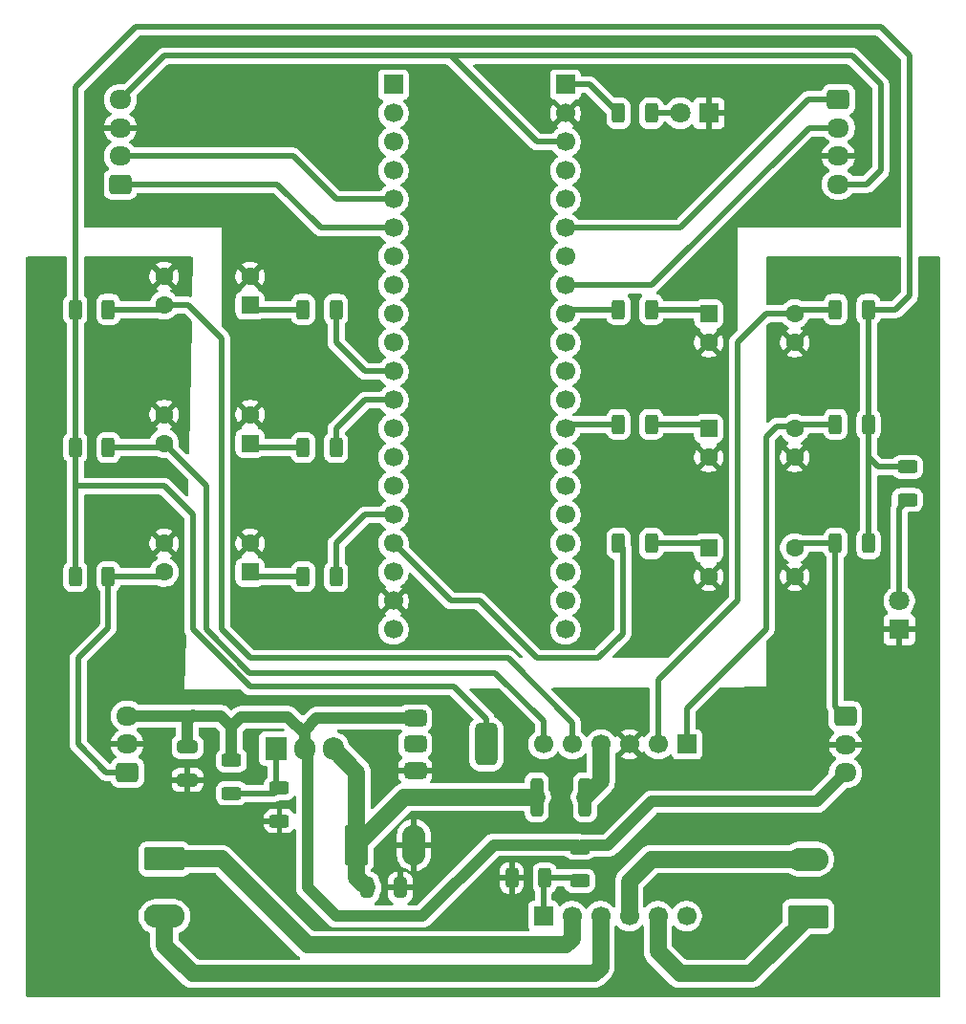
<source format=gbr>
%TF.GenerationSoftware,KiCad,Pcbnew,9.0.6-9.0.6~ubuntu24.04.1*%
%TF.CreationDate,2026-01-23T18:38:10+03:00*%
%TF.ProjectId,BoardRover2,426f6172-6452-46f7-9665-72322e6b6963,rev?*%
%TF.SameCoordinates,Original*%
%TF.FileFunction,Copper,L2,Bot*%
%TF.FilePolarity,Positive*%
%FSLAX46Y46*%
G04 Gerber Fmt 4.6, Leading zero omitted, Abs format (unit mm)*
G04 Created by KiCad (PCBNEW 9.0.6-9.0.6~ubuntu24.04.1) date 2026-01-23 18:38:10*
%MOMM*%
%LPD*%
G01*
G04 APERTURE LIST*
G04 Aperture macros list*
%AMRoundRect*
0 Rectangle with rounded corners*
0 $1 Rounding radius*
0 $2 $3 $4 $5 $6 $7 $8 $9 X,Y pos of 4 corners*
0 Add a 4 corners polygon primitive as box body*
4,1,4,$2,$3,$4,$5,$6,$7,$8,$9,$2,$3,0*
0 Add four circle primitives for the rounded corners*
1,1,$1+$1,$2,$3*
1,1,$1+$1,$4,$5*
1,1,$1+$1,$6,$7*
1,1,$1+$1,$8,$9*
0 Add four rect primitives between the rounded corners*
20,1,$1+$1,$2,$3,$4,$5,0*
20,1,$1+$1,$4,$5,$6,$7,0*
20,1,$1+$1,$6,$7,$8,$9,0*
20,1,$1+$1,$8,$9,$2,$3,0*%
G04 Aperture macros list end*
%TA.AperFunction,ComponentPad*%
%ADD10RoundRect,0.249999X-0.790001X-1.550001X0.790001X-1.550001X0.790001X1.550001X-0.790001X1.550001X0*%
%TD*%
%TA.AperFunction,ComponentPad*%
%ADD11O,2.080000X3.600000*%
%TD*%
%TA.AperFunction,ComponentPad*%
%ADD12RoundRect,0.250000X0.550000X0.550000X-0.550000X0.550000X-0.550000X-0.550000X0.550000X-0.550000X0*%
%TD*%
%TA.AperFunction,ComponentPad*%
%ADD13C,1.600000*%
%TD*%
%TA.AperFunction,ComponentPad*%
%ADD14RoundRect,0.250000X-0.725000X0.600000X-0.725000X-0.600000X0.725000X-0.600000X0.725000X0.600000X0*%
%TD*%
%TA.AperFunction,ComponentPad*%
%ADD15O,1.950000X1.700000*%
%TD*%
%TA.AperFunction,ComponentPad*%
%ADD16RoundRect,0.250000X-0.550000X-0.550000X0.550000X-0.550000X0.550000X0.550000X-0.550000X0.550000X0*%
%TD*%
%TA.AperFunction,ComponentPad*%
%ADD17RoundRect,0.249999X-1.550001X0.790001X-1.550001X-0.790001X1.550001X-0.790001X1.550001X0.790001X0*%
%TD*%
%TA.AperFunction,ComponentPad*%
%ADD18O,3.600000X2.080000*%
%TD*%
%TA.AperFunction,ComponentPad*%
%ADD19RoundRect,0.249999X1.550001X-0.790001X1.550001X0.790001X-1.550001X0.790001X-1.550001X-0.790001X0*%
%TD*%
%TA.AperFunction,ComponentPad*%
%ADD20RoundRect,0.250000X0.725000X-0.600000X0.725000X0.600000X-0.725000X0.600000X-0.725000X-0.600000X0*%
%TD*%
%TA.AperFunction,ComponentPad*%
%ADD21R,1.700000X1.700000*%
%TD*%
%TA.AperFunction,ComponentPad*%
%ADD22C,1.700000*%
%TD*%
%TA.AperFunction,ComponentPad*%
%ADD23R,1.800000X1.800000*%
%TD*%
%TA.AperFunction,ComponentPad*%
%ADD24C,1.800000*%
%TD*%
%TA.AperFunction,ComponentPad*%
%ADD25R,1.905000X2.000000*%
%TD*%
%TA.AperFunction,ComponentPad*%
%ADD26O,1.905000X2.000000*%
%TD*%
%TA.AperFunction,SMDPad,CuDef*%
%ADD27RoundRect,0.250000X-0.312500X-0.625000X0.312500X-0.625000X0.312500X0.625000X-0.312500X0.625000X0*%
%TD*%
%TA.AperFunction,SMDPad,CuDef*%
%ADD28RoundRect,0.250000X0.312500X0.625000X-0.312500X0.625000X-0.312500X-0.625000X0.312500X-0.625000X0*%
%TD*%
%TA.AperFunction,SMDPad,CuDef*%
%ADD29RoundRect,0.250000X-0.650000X0.325000X-0.650000X-0.325000X0.650000X-0.325000X0.650000X0.325000X0*%
%TD*%
%TA.AperFunction,SMDPad,CuDef*%
%ADD30RoundRect,0.375000X-0.625000X-0.375000X0.625000X-0.375000X0.625000X0.375000X-0.625000X0.375000X0*%
%TD*%
%TA.AperFunction,SMDPad,CuDef*%
%ADD31RoundRect,0.500000X-0.500000X-1.400000X0.500000X-1.400000X0.500000X1.400000X-0.500000X1.400000X0*%
%TD*%
%TA.AperFunction,SMDPad,CuDef*%
%ADD32RoundRect,0.250000X0.625000X-0.312500X0.625000X0.312500X-0.625000X0.312500X-0.625000X-0.312500X0*%
%TD*%
%TA.AperFunction,SMDPad,CuDef*%
%ADD33RoundRect,0.250000X-0.325000X-0.650000X0.325000X-0.650000X0.325000X0.650000X-0.325000X0.650000X0*%
%TD*%
%TA.AperFunction,SMDPad,CuDef*%
%ADD34RoundRect,0.250000X-0.625000X0.312500X-0.625000X-0.312500X0.625000X-0.312500X0.625000X0.312500X0*%
%TD*%
%TA.AperFunction,SMDPad,CuDef*%
%ADD35RoundRect,0.250000X0.312500X1.450000X-0.312500X1.450000X-0.312500X-1.450000X0.312500X-1.450000X0*%
%TD*%
%TA.AperFunction,ViaPad*%
%ADD36C,0.600000*%
%TD*%
%TA.AperFunction,Conductor*%
%ADD37C,1.500000*%
%TD*%
%TA.AperFunction,Conductor*%
%ADD38C,1.000000*%
%TD*%
%TA.AperFunction,Conductor*%
%ADD39C,0.500000*%
%TD*%
G04 APERTURE END LIST*
D10*
%TO.P,J5,1,Pin_1*%
%TO.N,10V*%
X164382500Y-125762500D03*
D11*
%TO.P,J5,2,Pin_2*%
%TO.N,PowerGND*%
X169462500Y-125762500D03*
%TD*%
D12*
%TO.P,U6,1*%
%TO.N,Net-(R1-Pad1)*%
X154940000Y-90175000D03*
D13*
%TO.P,U6,2*%
%TO.N,DGnd*%
X154940000Y-87635000D03*
%TO.P,U6,3*%
%TO.N,PowerGND*%
X147320000Y-87635000D03*
%TO.P,U6,4*%
%TO.N,In1*%
X147320000Y-90175000D03*
%TD*%
D14*
%TO.P,J9,1,Pin_1*%
%TO.N,Servo2PWM*%
X207679700Y-114380000D03*
D15*
%TO.P,J9,2,Pin_2*%
%TO.N,PowerGND*%
X207679700Y-116880000D03*
%TO.P,J9,3,Pin_3*%
%TO.N,7V*%
X207679700Y-119380000D03*
%TD*%
D16*
%TO.P,U3,1*%
%TO.N,Net-(R7-Pad2)*%
X195580000Y-99450000D03*
D13*
%TO.P,U3,2*%
%TO.N,DGnd*%
X195580000Y-101990000D03*
%TO.P,U3,3*%
%TO.N,PowerGND*%
X203200000Y-101990000D03*
%TO.P,U3,4*%
%TO.N,Servo2PWM*%
X203200000Y-99450000D03*
%TD*%
D17*
%TO.P,J4,1,Pin_1*%
%TO.N,Out1*%
X147360000Y-127000000D03*
D18*
%TO.P,J4,2,Pin_2*%
%TO.N,Out2*%
X147360000Y-132080000D03*
%TD*%
D19*
%TO.P,J3,1,Pin_1*%
%TO.N,Out4*%
X204379700Y-132090000D03*
D18*
%TO.P,J3,2,Pin_2*%
%TO.N,Out3*%
X204379700Y-127010000D03*
%TD*%
D20*
%TO.P,J6,1,Pin_1*%
%TO.N,Enc1_EXTI*%
X143450000Y-67250000D03*
D15*
%TO.P,J6,2,Pin_2*%
%TO.N,Enc1_IN*%
X143450000Y-64750000D03*
%TO.P,J6,3,Pin_3*%
%TO.N,DGnd*%
X143450000Y-62250000D03*
%TO.P,J6,4,Pin_4*%
%TO.N,3.3V*%
X143450000Y-59750000D03*
%TD*%
D21*
%TO.P,U9,1,PB12*%
%TO.N,unconnected-(U9-PB12-Pad1)*%
X167640000Y-58420000D03*
D22*
%TO.P,U9,2,PB13*%
%TO.N,unconnected-(U9-PB13-Pad2)*%
X167640000Y-60960000D03*
%TO.P,U9,3,PB14*%
%TO.N,unconnected-(U9-PB14-Pad3)*%
X167640000Y-63500000D03*
%TO.P,U9,4,PB15*%
%TO.N,unconnected-(U9-PB15-Pad4)*%
X167640000Y-66040000D03*
%TO.P,U9,5,PA8*%
%TO.N,Enc1_IN*%
X167640000Y-68580000D03*
%TO.P,U9,6,PA9*%
%TO.N,Enc1_EXTI*%
X167640000Y-71120000D03*
%TO.P,U9,7,PA10*%
%TO.N,unconnected-(U9-PA10-Pad7)*%
X167640000Y-73660000D03*
%TO.P,U9,8,PA11*%
%TO.N,unconnected-(U9-PA11-Pad8)*%
X167640000Y-76200000D03*
%TO.P,U9,9,PA12*%
%TO.N,unconnected-(U9-PA12-Pad9)*%
X167640000Y-78740000D03*
%TO.P,U9,10,PA15*%
%TO.N,unconnected-(U9-PA15-Pad10)*%
X167640000Y-81280000D03*
%TO.P,U9,11,PB3*%
%TO.N,Net-(U9-PB3)*%
X167640000Y-83820000D03*
%TO.P,U9,12,PB4*%
%TO.N,PB4*%
X167640000Y-86360000D03*
%TO.P,U9,13,PB5*%
%TO.N,unconnected-(U9-PB5-Pad13)*%
X167640000Y-88900000D03*
%TO.P,U9,14,PB6*%
%TO.N,unconnected-(U9-PB6-Pad14)*%
X167640000Y-91440000D03*
%TO.P,U9,15,PB7*%
%TO.N,unconnected-(U9-PB7-Pad15)*%
X167640000Y-93980000D03*
%TO.P,U9,16,PB8*%
%TO.N,Net-(U9-PB8)*%
X167640000Y-96520000D03*
%TO.P,U9,17,PB9*%
%TO.N,PB9*%
X167640000Y-99060000D03*
%TO.P,U9,18,5V*%
%TO.N,unconnected-(U9-5V-Pad18)*%
X167640000Y-101600000D03*
%TO.P,U9,19,GND*%
%TO.N,DGnd*%
X167640000Y-104140000D03*
%TO.P,U9,20,3V3*%
%TO.N,unconnected-(U9-3V3-Pad20)*%
X167640000Y-106680000D03*
%TD*%
D20*
%TO.P,J8,1,Pin_1*%
%TO.N,Servo1PWM*%
X144060000Y-119336900D03*
D15*
%TO.P,J8,2,Pin_2*%
%TO.N,PowerGND*%
X144060000Y-116836900D03*
%TO.P,J8,3,Pin_3*%
%TO.N,7V*%
X144060000Y-114336900D03*
%TD*%
D12*
%TO.P,U8,1*%
%TO.N,Net-(R2-Pad1)*%
X154940000Y-101600000D03*
D13*
%TO.P,U8,2*%
%TO.N,DGnd*%
X154940000Y-99060000D03*
%TO.P,U8,3*%
%TO.N,PowerGND*%
X147320000Y-99060000D03*
%TO.P,U8,4*%
%TO.N,Servo1PWM*%
X147320000Y-101600000D03*
%TD*%
D14*
%TO.P,J7,1,Pin_1*%
%TO.N,Enc2_EXTI*%
X207069700Y-59750000D03*
D15*
%TO.P,J7,2,Pin_2*%
%TO.N,Enc2_IN*%
X207069700Y-62250000D03*
%TO.P,J7,3,Pin_3*%
%TO.N,DGnd*%
X207069700Y-64750000D03*
%TO.P,J7,4,Pin_4*%
%TO.N,3.3V*%
X207069700Y-67250000D03*
%TD*%
D21*
%TO.P,J2,1,Sleep*%
%TO.N,Sleep*%
X180922500Y-132055000D03*
D22*
%TO.P,J2,2,Out1*%
%TO.N,Out1*%
X183462500Y-132055000D03*
%TO.P,J2,3,Out2*%
%TO.N,Out2*%
X186002500Y-132055000D03*
%TO.P,J2,4,Out3*%
%TO.N,Out3*%
X188542500Y-132055000D03*
%TO.P,J2,5,Out4*%
%TO.N,Out4*%
X191082500Y-132055000D03*
%TO.P,J2,6,Fault*%
%TO.N,Fault*%
X193622500Y-132055000D03*
%TD*%
D21*
%TO.P,J1,1,In4*%
%TO.N,In4*%
X193650000Y-116840000D03*
D22*
%TO.P,J1,2,In3*%
%TO.N,In3*%
X191110000Y-116840000D03*
%TO.P,J1,3,MotorGND*%
%TO.N,PowerGND*%
X188570000Y-116840000D03*
%TO.P,J1,4,MotorVCC*%
%TO.N,Net-(J1-MotorVCC)*%
X186030000Y-116840000D03*
%TO.P,J1,5,In2*%
%TO.N,In2*%
X183490000Y-116840000D03*
%TO.P,J1,6,In1*%
%TO.N,In1*%
X180950000Y-116840000D03*
%TD*%
D12*
%TO.P,U7,1*%
%TO.N,Net-(R3-Pad1)*%
X154940000Y-77950000D03*
D13*
%TO.P,U7,2*%
%TO.N,DGnd*%
X154940000Y-75410000D03*
%TO.P,U7,3*%
%TO.N,PowerGND*%
X147320000Y-75410000D03*
%TO.P,U7,4*%
%TO.N,In2*%
X147320000Y-77950000D03*
%TD*%
D23*
%TO.P,D1,1,K*%
%TO.N,PowerGND*%
X212461990Y-106680000D03*
D24*
%TO.P,D1,2,A*%
%TO.N,Net-(D1-A)*%
X212461990Y-104140000D03*
%TD*%
D16*
%TO.P,U1,1*%
%TO.N,Net-(R6-Pad2)*%
X195580000Y-78730000D03*
D13*
%TO.P,U1,2*%
%TO.N,DGnd*%
X195580000Y-81270000D03*
%TO.P,U1,3*%
%TO.N,PowerGND*%
X203200000Y-81270000D03*
%TO.P,U1,4*%
%TO.N,In3*%
X203200000Y-78730000D03*
%TD*%
D16*
%TO.P,U2,1*%
%TO.N,Net-(R5-Pad2)*%
X195580000Y-88900000D03*
D13*
%TO.P,U2,2*%
%TO.N,DGnd*%
X195580000Y-91440000D03*
%TO.P,U2,3*%
%TO.N,PowerGND*%
X203200000Y-91440000D03*
%TO.P,U2,4*%
%TO.N,In4*%
X203200000Y-88900000D03*
%TD*%
D23*
%TO.P,D2,1,K*%
%TO.N,DGnd*%
X195580000Y-60960000D03*
D24*
%TO.P,D2,2,A*%
%TO.N,Net-(D2-A)*%
X193040000Y-60960000D03*
%TD*%
D25*
%TO.P,U10,1,ADJ*%
%TO.N,Net-(U10-ADJ)*%
X157205554Y-117223296D03*
D26*
%TO.P,U10,2,VO*%
%TO.N,7V*%
X159745554Y-117223296D03*
%TO.P,U10,3,VI*%
%TO.N,10V*%
X162285554Y-117223296D03*
%TD*%
D22*
%TO.P,U11,21,VBat*%
%TO.N,unconnected-(U11-VBat-Pad21)*%
X182880000Y-106680000D03*
%TO.P,U11,22,PC13*%
%TO.N,unconnected-(U11-PC13-Pad22)*%
X182880000Y-104140000D03*
%TO.P,U11,23,PC14*%
%TO.N,unconnected-(U11-PC14-Pad23)*%
X182880000Y-101600000D03*
%TO.P,U11,24,PC15*%
%TO.N,unconnected-(U11-PC15-Pad24)*%
X182880000Y-99060000D03*
%TO.P,U11,25,PA0*%
%TO.N,unconnected-(U11-PA0-Pad25)*%
X182880000Y-96520000D03*
%TO.P,U11,26,PA1*%
%TO.N,unconnected-(U11-PA1-Pad26)*%
X182880000Y-93980000D03*
%TO.P,U11,27,PA2*%
%TO.N,unconnected-(U11-PA2-Pad27)*%
X182880000Y-91440000D03*
%TO.P,U11,28,PA3*%
%TO.N,Net-(U11-PA3)*%
X182880000Y-88900000D03*
%TO.P,U11,29,PA4*%
%TO.N,unconnected-(U11-PA4-Pad29)*%
X182880000Y-86360000D03*
%TO.P,U11,30,PA5*%
%TO.N,unconnected-(U11-PA5-Pad30)*%
X182880000Y-83820000D03*
%TO.P,U11,31,PA6*%
%TO.N,unconnected-(U11-PA6-Pad31)*%
X182880000Y-81280000D03*
%TO.P,U11,32,PA7*%
%TO.N,PA7*%
X182880000Y-78740000D03*
%TO.P,U11,33,PB0*%
%TO.N,Enc2_IN*%
X182880000Y-76200000D03*
%TO.P,U11,34,PB1*%
%TO.N,unconnected-(U11-PB1-Pad34)*%
X182880000Y-73660000D03*
%TO.P,U11,35,PB10*%
%TO.N,Enc2_EXTI*%
X182880000Y-71120000D03*
%TO.P,U11,36,PB11*%
%TO.N,unconnected-(U11-PB11-Pad36)*%
X182880000Y-68580000D03*
%TO.P,U11,37,RST*%
%TO.N,unconnected-(U11-RST-Pad37)*%
X182880000Y-66040000D03*
%TO.P,U11,38,3V3*%
%TO.N,3.3V*%
X182880000Y-63500000D03*
D21*
%TO.P,U11,39,GND*%
%TO.N,Net-(R12-Pad1)*%
X182880000Y-58420000D03*
D22*
%TO.P,U11,40,GND*%
%TO.N,DGnd*%
X182880000Y-60960000D03*
%TD*%
D27*
%TO.P,R1,1*%
%TO.N,Net-(R1-Pad1)*%
X159635000Y-90565000D03*
%TO.P,R1,2*%
%TO.N,PB4*%
X162560000Y-90565000D03*
%TD*%
D28*
%TO.P,R18,1*%
%TO.N,In2*%
X142380000Y-78340000D03*
%TO.P,R18,2*%
%TO.N,5V*%
X139455000Y-78340000D03*
%TD*%
D27*
%TO.P,R6,1*%
%TO.N,PA7*%
X187575000Y-78340000D03*
%TO.P,R6,2*%
%TO.N,Net-(R6-Pad2)*%
X190500000Y-78340000D03*
%TD*%
D29*
%TO.P,C2,1*%
%TO.N,7V*%
X149384191Y-117050428D03*
%TO.P,C2,2*%
%TO.N,PowerGND*%
X149384191Y-120000428D03*
%TD*%
D27*
%TO.P,R2,1*%
%TO.N,Net-(R2-Pad1)*%
X159635000Y-101990000D03*
%TO.P,R2,2*%
%TO.N,Net-(U9-PB8)*%
X162560000Y-101990000D03*
%TD*%
D30*
%TO.P,U5,1,GND*%
%TO.N,PowerGND*%
X169570000Y-119140000D03*
%TO.P,U5,2,VO*%
%TO.N,5V*%
X169570000Y-116840000D03*
D31*
X175870000Y-116840000D03*
D30*
%TO.P,U5,3,VI*%
%TO.N,7V*%
X169570000Y-114540000D03*
%TD*%
D28*
%TO.P,R17,1*%
%TO.N,In1*%
X142380000Y-90565000D03*
%TO.P,R17,2*%
%TO.N,5V*%
X139455000Y-90565000D03*
%TD*%
%TO.P,R19,1*%
%TO.N,Servo1PWM*%
X142380000Y-101990000D03*
%TO.P,R19,2*%
%TO.N,5V*%
X139455000Y-101990000D03*
%TD*%
D32*
%TO.P,R9,1*%
%TO.N,Sleep*%
X184142500Y-128916249D03*
%TO.P,R9,2*%
%TO.N,7V*%
X184142500Y-125991249D03*
%TD*%
D27*
%TO.P,R14,1*%
%TO.N,In4*%
X206817500Y-88510000D03*
%TO.P,R14,2*%
%TO.N,5V*%
X209742500Y-88510000D03*
%TD*%
D28*
%TO.P,R10,1*%
%TO.N,Sleep*%
X181048364Y-128678013D03*
%TO.P,R10,2*%
%TO.N,PowerGND*%
X178123364Y-128678013D03*
%TD*%
D27*
%TO.P,R3,1*%
%TO.N,Net-(R3-Pad1)*%
X159635000Y-78340000D03*
%TO.P,R3,2*%
%TO.N,Net-(U9-PB3)*%
X162560000Y-78340000D03*
%TD*%
%TO.P,R5,1*%
%TO.N,Net-(U11-PA3)*%
X187575000Y-88510000D03*
%TO.P,R5,2*%
%TO.N,Net-(R5-Pad2)*%
X190500000Y-88510000D03*
%TD*%
D33*
%TO.P,C1,1*%
%TO.N,10V*%
X165300000Y-129540000D03*
%TO.P,C1,2*%
%TO.N,PowerGND*%
X168250000Y-129540000D03*
%TD*%
D34*
%TO.P,R11,1*%
%TO.N,5V*%
X213188474Y-92281186D03*
%TO.P,R11,2*%
%TO.N,Net-(D1-A)*%
X213188474Y-95206186D03*
%TD*%
D27*
%TO.P,R13,1*%
%TO.N,In3*%
X206817500Y-78340000D03*
%TO.P,R13,2*%
%TO.N,5V*%
X209742500Y-78340000D03*
%TD*%
%TO.P,R12,1*%
%TO.N,Net-(R12-Pad1)*%
X187575000Y-60960000D03*
%TO.P,R12,2*%
%TO.N,Net-(D2-A)*%
X190500000Y-60960000D03*
%TD*%
D34*
%TO.P,R4,1*%
%TO.N,Net-(U10-ADJ)*%
X157540188Y-120714932D03*
%TO.P,R4,2*%
%TO.N,PowerGND*%
X157540188Y-123639932D03*
%TD*%
D35*
%TO.P,F1,1*%
%TO.N,Net-(J1-MotorVCC)*%
X184615000Y-121517500D03*
%TO.P,F1,2*%
%TO.N,10V*%
X180340000Y-121517500D03*
%TD*%
D27*
%TO.P,R7,1*%
%TO.N,PB9*%
X187575000Y-99060000D03*
%TO.P,R7,2*%
%TO.N,Net-(R7-Pad2)*%
X190500000Y-99060000D03*
%TD*%
D34*
%TO.P,R8,1*%
%TO.N,7V*%
X153286792Y-118259363D03*
%TO.P,R8,2*%
%TO.N,Net-(U10-ADJ)*%
X153286792Y-121184363D03*
%TD*%
D27*
%TO.P,R15,1*%
%TO.N,Servo2PWM*%
X206817500Y-99060000D03*
%TO.P,R15,2*%
%TO.N,5V*%
X209742500Y-99060000D03*
%TD*%
D36*
%TO.N,PowerGND*%
X144780000Y-83820000D03*
X137160000Y-83820000D03*
%TD*%
D37*
%TO.N,10V*%
X180340000Y-121517500D02*
X168627500Y-121517500D01*
X162285554Y-117223296D02*
X164382500Y-119320242D01*
X164382500Y-128622500D02*
X165300000Y-129540000D01*
X164382500Y-119320242D02*
X164382500Y-125762500D01*
X164382500Y-125762500D02*
X164382500Y-128622500D01*
X164382500Y-125762500D02*
X168225000Y-121920000D01*
X168627500Y-121517500D02*
X168225000Y-121920000D01*
D38*
%TO.N,7V*%
X149384191Y-114775809D02*
X149860000Y-114300000D01*
X160020000Y-129540000D02*
X160020000Y-117497742D01*
X205139700Y-121920000D02*
X190538501Y-121920000D01*
X160020000Y-117497742D02*
X159745554Y-117223296D01*
X169570000Y-114540000D02*
X160828260Y-114540000D01*
X144060000Y-114336900D02*
X152330260Y-114336900D01*
X184324932Y-125808817D02*
X184142500Y-125991249D01*
X149384191Y-117050428D02*
X149384191Y-114775809D01*
X159745554Y-115905179D02*
X158293233Y-114452858D01*
X159745554Y-117223296D02*
X159745554Y-115905179D01*
X153286792Y-115293432D02*
X153286792Y-118259363D01*
X158293233Y-114452858D02*
X154127366Y-114452858D01*
X190538501Y-121920000D02*
X186649684Y-125808817D01*
X176520237Y-125739763D02*
X170180000Y-132080000D01*
X170180000Y-132080000D02*
X162560000Y-132080000D01*
X183891014Y-125739763D02*
X176520237Y-125739763D01*
X184142500Y-125991249D02*
X183891014Y-125739763D01*
X186649684Y-125808817D02*
X184324932Y-125808817D01*
X207679700Y-119380000D02*
X205139700Y-121920000D01*
X154127366Y-114452858D02*
X153286792Y-115293432D01*
X162560000Y-132080000D02*
X160020000Y-129540000D01*
X159745554Y-115622706D02*
X159745554Y-117223296D01*
X152330260Y-114336900D02*
X153286792Y-115293432D01*
X160828260Y-114540000D02*
X159745554Y-115622706D01*
D39*
%TO.N,In4*%
X201601322Y-88671617D02*
X200660000Y-89612939D01*
X200660000Y-106680000D02*
X193650000Y-113690000D01*
X203590000Y-88510000D02*
X203200000Y-88900000D01*
X203200000Y-88900000D02*
X202971617Y-88671617D01*
X206817500Y-88510000D02*
X203590000Y-88510000D01*
X200660000Y-89612939D02*
X200660000Y-106680000D01*
X193650000Y-113690000D02*
X193650000Y-116840000D01*
X202971617Y-88671617D02*
X201601322Y-88671617D01*
%TO.N,In1*%
X154896553Y-110500891D02*
X151071971Y-106676309D01*
X146930000Y-90565000D02*
X147320000Y-90175000D01*
X151071971Y-93926971D02*
X147320000Y-90175000D01*
X151071971Y-106676309D02*
X151071971Y-93926971D01*
X180950000Y-114789578D02*
X176661313Y-110500891D01*
X176661313Y-110500891D02*
X154896553Y-110500891D01*
X142380000Y-90565000D02*
X146930000Y-90565000D01*
X180950000Y-116840000D02*
X180950000Y-114789578D01*
%TO.N,In3*%
X198120000Y-81275000D02*
X198120000Y-104140000D01*
X203200000Y-78730000D02*
X200665000Y-78730000D01*
X206817500Y-78340000D02*
X203590000Y-78340000D01*
X200665000Y-78730000D02*
X198120000Y-81275000D01*
X203590000Y-78340000D02*
X203200000Y-78730000D01*
X191110000Y-111150000D02*
X191110000Y-116840000D01*
X198120000Y-104140000D02*
X191110000Y-111150000D01*
%TO.N,In2*%
X147320000Y-77950000D02*
X149465000Y-77950000D01*
X152400000Y-106680000D02*
X154940000Y-109220000D01*
X154940000Y-109220000D02*
X177800000Y-109220000D01*
X149465000Y-77950000D02*
X152400000Y-80885000D01*
X177800000Y-109220000D02*
X183490000Y-114910000D01*
X146930000Y-78340000D02*
X147320000Y-77950000D01*
X142380000Y-78340000D02*
X146930000Y-78340000D01*
X183490000Y-114910000D02*
X183490000Y-116840000D01*
X152400000Y-80885000D02*
X152400000Y-106680000D01*
D37*
%TO.N,Out2*%
X185420000Y-137160000D02*
X186002500Y-136577500D01*
X147360000Y-132080000D02*
X147360000Y-134660000D01*
X149860000Y-137160000D02*
X185420000Y-137160000D01*
X147360000Y-134660000D02*
X149860000Y-137160000D01*
X186002500Y-136577500D02*
X186002500Y-132055000D01*
D39*
%TO.N,Sleep*%
X180922500Y-132055000D02*
X180922500Y-128803877D01*
X181048364Y-128678013D02*
X183904264Y-128678013D01*
X180922500Y-128803877D02*
X181048364Y-128678013D01*
X181151309Y-131826191D02*
X180922500Y-132055000D01*
X183904264Y-128678013D02*
X184142500Y-128916249D01*
D37*
%TO.N,Out4*%
X193040000Y-137160000D02*
X199309700Y-137160000D01*
X191082500Y-135202500D02*
X193040000Y-137160000D01*
X191082500Y-132055000D02*
X191082500Y-135202500D01*
X199309700Y-137160000D02*
X204379700Y-132090000D01*
%TO.N,Out3*%
X188542500Y-132055000D02*
X188542500Y-128957500D01*
X188542500Y-128957500D02*
X190490000Y-127010000D01*
X190490000Y-127010000D02*
X204379700Y-127010000D01*
%TO.N,Out1*%
X160020000Y-134620000D02*
X152400000Y-127000000D01*
X152400000Y-127000000D02*
X147360000Y-127000000D01*
X183462500Y-134037500D02*
X182880000Y-134620000D01*
X182880000Y-134620000D02*
X160020000Y-134620000D01*
X183462500Y-132055000D02*
X183462500Y-134037500D01*
D39*
%TO.N,Enc1_EXTI*%
X157360000Y-67250000D02*
X161230000Y-71120000D01*
X161230000Y-71120000D02*
X167640000Y-71120000D01*
X143450000Y-67250000D02*
X157360000Y-67250000D01*
%TO.N,3.3V*%
X207069700Y-67250000D02*
X209610000Y-67250000D01*
X210820000Y-66040000D02*
X210820000Y-58420000D01*
X147320000Y-55880000D02*
X172720000Y-55880000D01*
X180340000Y-63500000D02*
X182880000Y-63500000D01*
X143450000Y-59750000D02*
X147320000Y-55880000D01*
X208280000Y-55880000D02*
X172720000Y-55880000D01*
X209610000Y-67250000D02*
X210820000Y-66040000D01*
X210820000Y-58420000D02*
X208280000Y-55880000D01*
X172720000Y-55880000D02*
X180340000Y-63500000D01*
%TO.N,Enc1_IN*%
X143450000Y-64750000D02*
X158730000Y-64750000D01*
X158730000Y-64750000D02*
X162560000Y-68580000D01*
X162560000Y-68580000D02*
X167640000Y-68580000D01*
%TO.N,Enc2_EXTI*%
X204410000Y-59750000D02*
X193040000Y-71120000D01*
X207069700Y-59750000D02*
X204410000Y-59750000D01*
X193040000Y-71120000D02*
X182880000Y-71120000D01*
%TO.N,Enc2_IN*%
X207069700Y-62250000D02*
X204450000Y-62250000D01*
X204450000Y-62250000D02*
X190500000Y-76200000D01*
X190500000Y-76200000D02*
X182880000Y-76200000D01*
%TO.N,Servo1PWM*%
X142196900Y-119336900D02*
X144060000Y-119336900D01*
X142380000Y-106540000D02*
X139700000Y-109220000D01*
X139700000Y-109220000D02*
X139700000Y-116840000D01*
X146930000Y-101990000D02*
X147320000Y-101600000D01*
X142380000Y-101990000D02*
X142380000Y-106540000D01*
X139700000Y-116840000D02*
X142196900Y-119336900D01*
X142380000Y-101990000D02*
X146930000Y-101990000D01*
%TO.N,Servo2PWM*%
X206807723Y-99069777D02*
X206817500Y-99060000D01*
X207895000Y-114164700D02*
X207679700Y-114380000D01*
X206817500Y-99060000D02*
X203590000Y-99060000D01*
X206807723Y-113508023D02*
X206807723Y-99069777D01*
X203590000Y-99060000D02*
X203200000Y-99450000D01*
X207679700Y-114380000D02*
X206807723Y-113508023D01*
%TO.N,PB4*%
X165100000Y-86360000D02*
X167640000Y-86360000D01*
X162560000Y-90565000D02*
X162560000Y-88900000D01*
X162560000Y-88900000D02*
X165100000Y-86360000D01*
%TO.N,Net-(R1-Pad1)*%
X159635000Y-90565000D02*
X155330000Y-90565000D01*
X155330000Y-90565000D02*
X154940000Y-90175000D01*
%TO.N,Net-(R2-Pad1)*%
X155330000Y-101990000D02*
X154940000Y-101600000D01*
X159635000Y-101990000D02*
X155330000Y-101990000D01*
%TO.N,Net-(U9-PB8)*%
X165100000Y-96520000D02*
X167640000Y-96520000D01*
X162560000Y-101990000D02*
X162560000Y-99060000D01*
X162560000Y-99060000D02*
X165100000Y-96520000D01*
%TO.N,Net-(R3-Pad1)*%
X155330000Y-78340000D02*
X154940000Y-77950000D01*
X159635000Y-78340000D02*
X155330000Y-78340000D01*
%TO.N,Net-(U9-PB3)*%
X165100000Y-83820000D02*
X167640000Y-83820000D01*
X162560000Y-81280000D02*
X165100000Y-83820000D01*
X162560000Y-78340000D02*
X162560000Y-81280000D01*
%TO.N,Net-(U10-ADJ)*%
X153286792Y-121184363D02*
X157070757Y-121184363D01*
X157205554Y-120380298D02*
X157540188Y-120714932D01*
X157205554Y-117223296D02*
X157205554Y-120380298D01*
X157070757Y-121184363D02*
X157540188Y-120714932D01*
%TO.N,Net-(R5-Pad2)*%
X195190000Y-88510000D02*
X195580000Y-88900000D01*
X190500000Y-88510000D02*
X195190000Y-88510000D01*
%TO.N,Net-(U11-PA3)*%
X187575000Y-88510000D02*
X183270000Y-88510000D01*
X183270000Y-88510000D02*
X182880000Y-88900000D01*
%TO.N,PA7*%
X187575000Y-78340000D02*
X183280000Y-78340000D01*
X183280000Y-78340000D02*
X182880000Y-78740000D01*
%TO.N,Net-(R6-Pad2)*%
X195190000Y-78340000D02*
X195580000Y-78730000D01*
X190500000Y-78340000D02*
X195190000Y-78340000D01*
%TO.N,PB9*%
X187575000Y-99060000D02*
X187960000Y-99445000D01*
X172720000Y-104140000D02*
X167640000Y-99060000D01*
X187960000Y-107039606D02*
X185779606Y-109220000D01*
X180340000Y-109220000D02*
X175260000Y-104140000D01*
X187960000Y-99445000D02*
X187960000Y-107039606D01*
X175260000Y-104140000D02*
X172720000Y-104140000D01*
X185779606Y-109220000D02*
X180340000Y-109220000D01*
%TO.N,Net-(R7-Pad2)*%
X195190000Y-99060000D02*
X195580000Y-99450000D01*
X190500000Y-99060000D02*
X195190000Y-99060000D01*
%TO.N,5V*%
X209742500Y-99060000D02*
X209742500Y-91440000D01*
X209742500Y-91440000D02*
X209742500Y-88510000D01*
X209742500Y-88510000D02*
X209742500Y-78340000D01*
X139455000Y-93980000D02*
X139455000Y-101990000D01*
X210820000Y-53340000D02*
X213360000Y-55880000D01*
X154940000Y-111760000D02*
X173025000Y-111760000D01*
X139455000Y-78340000D02*
X139455000Y-90565000D01*
X147320000Y-93980000D02*
X149860000Y-96520000D01*
X139455000Y-90565000D02*
X139455000Y-93980000D01*
X173025000Y-111760000D02*
X175870000Y-114605000D01*
X213360000Y-77124015D02*
X212144015Y-78340000D01*
X210583686Y-92281186D02*
X209742500Y-91440000D01*
X139455000Y-58665000D02*
X144780000Y-53340000D01*
X212144015Y-78340000D02*
X209742500Y-78340000D01*
X149860000Y-96520000D02*
X149860000Y-106680000D01*
X139455000Y-78340000D02*
X139455000Y-58665000D01*
X213188474Y-92281186D02*
X210583686Y-92281186D01*
X175870000Y-114605000D02*
X175870000Y-116840000D01*
X213360000Y-55880000D02*
X213360000Y-77124015D01*
X149860000Y-106680000D02*
X154940000Y-111760000D01*
X144780000Y-53340000D02*
X210820000Y-53340000D01*
X139455000Y-93980000D02*
X147320000Y-93980000D01*
D37*
%TO.N,Net-(J1-MotorVCC)*%
X186020555Y-120111945D02*
X186020555Y-119737473D01*
X184615000Y-121517500D02*
X186020555Y-120111945D01*
X186027704Y-119730324D02*
X186027704Y-119079722D01*
X186030000Y-119077426D02*
X186030000Y-116840000D01*
X186027704Y-119079722D02*
X186030000Y-119077426D01*
X186020555Y-119737473D02*
X186027704Y-119730324D01*
D39*
%TO.N,Net-(D1-A)*%
X212461990Y-104140000D02*
X212461990Y-95932670D01*
X212461990Y-95932670D02*
X213188474Y-95206186D01*
%TO.N,Net-(D2-A)*%
X190500000Y-60960000D02*
X193040000Y-60960000D01*
%TO.N,Net-(R12-Pad1)*%
X185035000Y-58420000D02*
X182880000Y-58420000D01*
X187575000Y-60960000D02*
X185035000Y-58420000D01*
%TD*%
%TA.AperFunction,Conductor*%
%TO.N,DGnd*%
G36*
X210524809Y-54110185D02*
G01*
X210545451Y-54126819D01*
X212573181Y-56154548D01*
X212606666Y-56215871D01*
X212609500Y-56242229D01*
X212609500Y-70996000D01*
X212589815Y-71063039D01*
X212537011Y-71108794D01*
X212485500Y-71120000D01*
X198120000Y-71120000D01*
X198120000Y-80162270D01*
X198100315Y-80229309D01*
X198083681Y-80249951D01*
X197537047Y-80796584D01*
X197537045Y-80796586D01*
X197514662Y-80830086D01*
X197505732Y-80843453D01*
X197487994Y-80870000D01*
X197454914Y-80919507D01*
X197398343Y-81056082D01*
X197398340Y-81056092D01*
X197369500Y-81201079D01*
X197369500Y-103777770D01*
X197349815Y-103844809D01*
X197333181Y-103865451D01*
X192014951Y-109183681D01*
X191953628Y-109217166D01*
X191927270Y-109220000D01*
X187140336Y-109220000D01*
X187073297Y-109200315D01*
X187027542Y-109147511D01*
X187017598Y-109078353D01*
X187046623Y-109014797D01*
X187052655Y-109008319D01*
X187627793Y-108433181D01*
X188542952Y-107518022D01*
X188603897Y-107426809D01*
X188625084Y-107395101D01*
X188681658Y-107258519D01*
X188710500Y-107113524D01*
X188710500Y-99371082D01*
X188710500Y-99371079D01*
X188681659Y-99226092D01*
X188681658Y-99226091D01*
X188681658Y-99226087D01*
X188676815Y-99214394D01*
X188647438Y-99143471D01*
X188637999Y-99096019D01*
X188637999Y-98384999D01*
X188637998Y-98384983D01*
X189437000Y-98384983D01*
X189437000Y-99735001D01*
X189437001Y-99735018D01*
X189447500Y-99837796D01*
X189447501Y-99837799D01*
X189502685Y-100004331D01*
X189502686Y-100004334D01*
X189594788Y-100153656D01*
X189718844Y-100277712D01*
X189868166Y-100369814D01*
X190034703Y-100424999D01*
X190137491Y-100435500D01*
X190862508Y-100435499D01*
X190862516Y-100435498D01*
X190862519Y-100435498D01*
X190918802Y-100429748D01*
X190965297Y-100424999D01*
X191131834Y-100369814D01*
X191281156Y-100277712D01*
X191405212Y-100153656D01*
X191497314Y-100004334D01*
X191533379Y-99895494D01*
X191573152Y-99838051D01*
X191637667Y-99811228D01*
X191651085Y-99810500D01*
X194155501Y-99810500D01*
X194222540Y-99830185D01*
X194268295Y-99882989D01*
X194279501Y-99934500D01*
X194279501Y-100050018D01*
X194290000Y-100152796D01*
X194290001Y-100152799D01*
X194320478Y-100244771D01*
X194345186Y-100319334D01*
X194437288Y-100468656D01*
X194561344Y-100592712D01*
X194710666Y-100684814D01*
X194793152Y-100712147D01*
X194850597Y-100751920D01*
X194877420Y-100816436D01*
X194865105Y-100885212D01*
X194855143Y-100896975D01*
X194854077Y-100910524D01*
X195533554Y-101590000D01*
X195527339Y-101590000D01*
X195425606Y-101617259D01*
X195334394Y-101669920D01*
X195259920Y-101744394D01*
X195207259Y-101835606D01*
X195180000Y-101937339D01*
X195180000Y-101943553D01*
X194500524Y-101264077D01*
X194500523Y-101264077D01*
X194468143Y-101308644D01*
X194375244Y-101490968D01*
X194312009Y-101685582D01*
X194280000Y-101887682D01*
X194280000Y-102092317D01*
X194312009Y-102294417D01*
X194375244Y-102489031D01*
X194468141Y-102671350D01*
X194468147Y-102671359D01*
X194500523Y-102715921D01*
X194500524Y-102715922D01*
X195180000Y-102036446D01*
X195180000Y-102042661D01*
X195207259Y-102144394D01*
X195259920Y-102235606D01*
X195334394Y-102310080D01*
X195425606Y-102362741D01*
X195527339Y-102390000D01*
X195533553Y-102390000D01*
X194854076Y-103069474D01*
X194898650Y-103101859D01*
X195080968Y-103194755D01*
X195275582Y-103257990D01*
X195477683Y-103290000D01*
X195682317Y-103290000D01*
X195884417Y-103257990D01*
X196079031Y-103194755D01*
X196261349Y-103101859D01*
X196305921Y-103069474D01*
X195626447Y-102390000D01*
X195632661Y-102390000D01*
X195734394Y-102362741D01*
X195825606Y-102310080D01*
X195900080Y-102235606D01*
X195952741Y-102144394D01*
X195980000Y-102042661D01*
X195980000Y-102036447D01*
X196659474Y-102715921D01*
X196691859Y-102671349D01*
X196784755Y-102489031D01*
X196847990Y-102294417D01*
X196880000Y-102092317D01*
X196880000Y-101887682D01*
X196847990Y-101685582D01*
X196784755Y-101490968D01*
X196691859Y-101308650D01*
X196659474Y-101264077D01*
X196659474Y-101264076D01*
X195980000Y-101943551D01*
X195980000Y-101937339D01*
X195952741Y-101835606D01*
X195900080Y-101744394D01*
X195825606Y-101669920D01*
X195734394Y-101617259D01*
X195632661Y-101590000D01*
X195626446Y-101590000D01*
X196305922Y-100910524D01*
X196304570Y-100893349D01*
X196290299Y-100874842D01*
X196284320Y-100805229D01*
X196316925Y-100743433D01*
X196366845Y-100712148D01*
X196449334Y-100684814D01*
X196598656Y-100592712D01*
X196722712Y-100468656D01*
X196814814Y-100319334D01*
X196869999Y-100152797D01*
X196880500Y-100050009D01*
X196880499Y-98849992D01*
X196869999Y-98747203D01*
X196814814Y-98580666D01*
X196722712Y-98431344D01*
X196598656Y-98307288D01*
X196449334Y-98215186D01*
X196282797Y-98160001D01*
X196282795Y-98160000D01*
X196180010Y-98149500D01*
X194979998Y-98149500D01*
X194979981Y-98149501D01*
X194877203Y-98160000D01*
X194877200Y-98160001D01*
X194710668Y-98215185D01*
X194710663Y-98215187D01*
X194662686Y-98244780D01*
X194587687Y-98291039D01*
X194522592Y-98309500D01*
X191651085Y-98309500D01*
X191584046Y-98289815D01*
X191538291Y-98237011D01*
X191533379Y-98224504D01*
X191530292Y-98215187D01*
X191497314Y-98115666D01*
X191405212Y-97966344D01*
X191281156Y-97842288D01*
X191147745Y-97760000D01*
X191131836Y-97750187D01*
X191131831Y-97750185D01*
X191130362Y-97749698D01*
X190965297Y-97695001D01*
X190965295Y-97695000D01*
X190862510Y-97684500D01*
X190137498Y-97684500D01*
X190137480Y-97684501D01*
X190034703Y-97695000D01*
X190034700Y-97695001D01*
X189868168Y-97750185D01*
X189868163Y-97750187D01*
X189718842Y-97842289D01*
X189594789Y-97966342D01*
X189502687Y-98115663D01*
X189502685Y-98115668D01*
X189491474Y-98149501D01*
X189447501Y-98282203D01*
X189447501Y-98282204D01*
X189447500Y-98282204D01*
X189437000Y-98384983D01*
X188637998Y-98384983D01*
X188637998Y-98384980D01*
X188627499Y-98282203D01*
X188627498Y-98282200D01*
X188605292Y-98215187D01*
X188572314Y-98115666D01*
X188480212Y-97966344D01*
X188356156Y-97842288D01*
X188222745Y-97760000D01*
X188206836Y-97750187D01*
X188206831Y-97750185D01*
X188205362Y-97749698D01*
X188040297Y-97695001D01*
X188040295Y-97695000D01*
X187937510Y-97684500D01*
X187212498Y-97684500D01*
X187212480Y-97684501D01*
X187109703Y-97695000D01*
X187109700Y-97695001D01*
X186943168Y-97750185D01*
X186943163Y-97750187D01*
X186793842Y-97842289D01*
X186669789Y-97966342D01*
X186577687Y-98115663D01*
X186577685Y-98115668D01*
X186566474Y-98149501D01*
X186522501Y-98282203D01*
X186522501Y-98282204D01*
X186522500Y-98282204D01*
X186512000Y-98384983D01*
X186512000Y-99735001D01*
X186512001Y-99735018D01*
X186522500Y-99837796D01*
X186522501Y-99837799D01*
X186577685Y-100004331D01*
X186577686Y-100004334D01*
X186669788Y-100153656D01*
X186793844Y-100277712D01*
X186943166Y-100369814D01*
X187109703Y-100424999D01*
X187109711Y-100424999D01*
X187111462Y-100425375D01*
X187112441Y-100425905D01*
X187116130Y-100427128D01*
X187115911Y-100427786D01*
X187172894Y-100458660D01*
X187206579Y-100519873D01*
X187209500Y-100546627D01*
X187209500Y-106677376D01*
X187189815Y-106744415D01*
X187173181Y-106765057D01*
X185505057Y-108433181D01*
X185443734Y-108466666D01*
X185417376Y-108469500D01*
X180702230Y-108469500D01*
X180635191Y-108449815D01*
X180614549Y-108433181D01*
X175738413Y-103557045D01*
X175689179Y-103524150D01*
X175656355Y-103502218D01*
X175615495Y-103474916D01*
X175615494Y-103474915D01*
X175615492Y-103474914D01*
X175615490Y-103474913D01*
X175478917Y-103418343D01*
X175478907Y-103418340D01*
X175333920Y-103389500D01*
X175333918Y-103389500D01*
X173082230Y-103389500D01*
X173015191Y-103369815D01*
X172994549Y-103353181D01*
X169010175Y-99368807D01*
X168976690Y-99307484D01*
X168975383Y-99261728D01*
X168990500Y-99166285D01*
X168990500Y-98953713D01*
X168990036Y-98950781D01*
X168957246Y-98743757D01*
X168891557Y-98541588D01*
X168795051Y-98352184D01*
X168795049Y-98352181D01*
X168795048Y-98352179D01*
X168670109Y-98180213D01*
X168519786Y-98029890D01*
X168347820Y-97904951D01*
X168347115Y-97904591D01*
X168339054Y-97900485D01*
X168288259Y-97852512D01*
X168271463Y-97784692D01*
X168293999Y-97718556D01*
X168339054Y-97679515D01*
X168347816Y-97675051D01*
X168369789Y-97659086D01*
X168519786Y-97550109D01*
X168519788Y-97550106D01*
X168519792Y-97550104D01*
X168670104Y-97399792D01*
X168670106Y-97399788D01*
X168670109Y-97399786D01*
X168795048Y-97227820D01*
X168795047Y-97227820D01*
X168795051Y-97227816D01*
X168891557Y-97038412D01*
X168957246Y-96836243D01*
X168990500Y-96626287D01*
X168990500Y-96413713D01*
X168957246Y-96203757D01*
X168891557Y-96001588D01*
X168795051Y-95812184D01*
X168795049Y-95812181D01*
X168795048Y-95812179D01*
X168670109Y-95640213D01*
X168519786Y-95489890D01*
X168347820Y-95364951D01*
X168347115Y-95364591D01*
X168339054Y-95360485D01*
X168288259Y-95312512D01*
X168271463Y-95244692D01*
X168293999Y-95178556D01*
X168339054Y-95139515D01*
X168347816Y-95135051D01*
X168369789Y-95119086D01*
X168519786Y-95010109D01*
X168519788Y-95010106D01*
X168519792Y-95010104D01*
X168670104Y-94859792D01*
X168670106Y-94859788D01*
X168670109Y-94859786D01*
X168795048Y-94687820D01*
X168795047Y-94687820D01*
X168795051Y-94687816D01*
X168891557Y-94498412D01*
X168957246Y-94296243D01*
X168990500Y-94086287D01*
X168990500Y-93873713D01*
X168957246Y-93663757D01*
X168891557Y-93461588D01*
X168795051Y-93272184D01*
X168795049Y-93272181D01*
X168795048Y-93272179D01*
X168670109Y-93100213D01*
X168519786Y-92949890D01*
X168347820Y-92824951D01*
X168347115Y-92824591D01*
X168339054Y-92820485D01*
X168288259Y-92772512D01*
X168271463Y-92704692D01*
X168293999Y-92638556D01*
X168339054Y-92599515D01*
X168347816Y-92595051D01*
X168451840Y-92519474D01*
X168519786Y-92470109D01*
X168519788Y-92470106D01*
X168519792Y-92470104D01*
X168670104Y-92319792D01*
X168670106Y-92319788D01*
X168670109Y-92319786D01*
X168795048Y-92147820D01*
X168795047Y-92147820D01*
X168795051Y-92147816D01*
X168891557Y-91958412D01*
X168957246Y-91756243D01*
X168990500Y-91546287D01*
X168990500Y-91333713D01*
X168957246Y-91123757D01*
X168891557Y-90921588D01*
X168795051Y-90732184D01*
X168795049Y-90732181D01*
X168795048Y-90732179D01*
X168670109Y-90560213D01*
X168519786Y-90409890D01*
X168347820Y-90284951D01*
X168347115Y-90284591D01*
X168339054Y-90280485D01*
X168288259Y-90232512D01*
X168271463Y-90164692D01*
X168293999Y-90098556D01*
X168339054Y-90059515D01*
X168347816Y-90055051D01*
X168406676Y-90012287D01*
X168519786Y-89930109D01*
X168519788Y-89930106D01*
X168519792Y-89930104D01*
X168670104Y-89779792D01*
X168670106Y-89779788D01*
X168670109Y-89779786D01*
X168795048Y-89607820D01*
X168795047Y-89607820D01*
X168795051Y-89607816D01*
X168891557Y-89418412D01*
X168957246Y-89216243D01*
X168990500Y-89006287D01*
X168990500Y-88793713D01*
X168957246Y-88583757D01*
X168891557Y-88381588D01*
X168795051Y-88192184D01*
X168795049Y-88192181D01*
X168795048Y-88192179D01*
X168670109Y-88020213D01*
X168519786Y-87869890D01*
X168347820Y-87744951D01*
X168347115Y-87744591D01*
X168339054Y-87740485D01*
X168288259Y-87692512D01*
X168271463Y-87624692D01*
X168293999Y-87558556D01*
X168339054Y-87519515D01*
X168347816Y-87515051D01*
X168395226Y-87480606D01*
X168519786Y-87390109D01*
X168519788Y-87390106D01*
X168519792Y-87390104D01*
X168670104Y-87239792D01*
X168670106Y-87239788D01*
X168670109Y-87239786D01*
X168795048Y-87067820D01*
X168795047Y-87067820D01*
X168795051Y-87067816D01*
X168891557Y-86878412D01*
X168957246Y-86676243D01*
X168990500Y-86466287D01*
X168990500Y-86253713D01*
X168957246Y-86043757D01*
X168891557Y-85841588D01*
X168795051Y-85652184D01*
X168795049Y-85652181D01*
X168795048Y-85652179D01*
X168670109Y-85480213D01*
X168519786Y-85329890D01*
X168347820Y-85204951D01*
X168347115Y-85204591D01*
X168339054Y-85200485D01*
X168288259Y-85152512D01*
X168271463Y-85084692D01*
X168293999Y-85018556D01*
X168339054Y-84979515D01*
X168347816Y-84975051D01*
X168369789Y-84959086D01*
X168519786Y-84850109D01*
X168519788Y-84850106D01*
X168519792Y-84850104D01*
X168670104Y-84699792D01*
X168670106Y-84699788D01*
X168670109Y-84699786D01*
X168784996Y-84541656D01*
X168795051Y-84527816D01*
X168891557Y-84338412D01*
X168957246Y-84136243D01*
X168990500Y-83926287D01*
X168990500Y-83713713D01*
X168957246Y-83503757D01*
X168891557Y-83301588D01*
X168795051Y-83112184D01*
X168795049Y-83112181D01*
X168795048Y-83112179D01*
X168670109Y-82940213D01*
X168519786Y-82789890D01*
X168347820Y-82664951D01*
X168347115Y-82664591D01*
X168339054Y-82660485D01*
X168288259Y-82612512D01*
X168271463Y-82544692D01*
X168293999Y-82478556D01*
X168339054Y-82439515D01*
X168347816Y-82435051D01*
X168421029Y-82381859D01*
X168519786Y-82310109D01*
X168519788Y-82310106D01*
X168519792Y-82310104D01*
X168670104Y-82159792D01*
X168670106Y-82159788D01*
X168670109Y-82159786D01*
X168795048Y-81987820D01*
X168795047Y-81987820D01*
X168795051Y-81987816D01*
X168891557Y-81798412D01*
X168957246Y-81596243D01*
X168990500Y-81386287D01*
X168990500Y-81173713D01*
X168957246Y-80963757D01*
X168891557Y-80761588D01*
X168795051Y-80572184D01*
X168795049Y-80572181D01*
X168795048Y-80572179D01*
X168670109Y-80400213D01*
X168519786Y-80249890D01*
X168347820Y-80124951D01*
X168347115Y-80124591D01*
X168339054Y-80120485D01*
X168288259Y-80072512D01*
X168271463Y-80004692D01*
X168293999Y-79938556D01*
X168339054Y-79899515D01*
X168347816Y-79895051D01*
X168420440Y-79842287D01*
X168519786Y-79770109D01*
X168519788Y-79770106D01*
X168519792Y-79770104D01*
X168670104Y-79619792D01*
X168670106Y-79619788D01*
X168670109Y-79619786D01*
X168795048Y-79447820D01*
X168795047Y-79447820D01*
X168795051Y-79447816D01*
X168891557Y-79258412D01*
X168957246Y-79056243D01*
X168990500Y-78846287D01*
X168990500Y-78633713D01*
X168957246Y-78423757D01*
X168891557Y-78221588D01*
X168795051Y-78032184D01*
X168795049Y-78032181D01*
X168795048Y-78032179D01*
X168670109Y-77860213D01*
X168519786Y-77709890D01*
X168347820Y-77584951D01*
X168347115Y-77584591D01*
X168339054Y-77580485D01*
X168288259Y-77532512D01*
X168271463Y-77464692D01*
X168293999Y-77398556D01*
X168339054Y-77359515D01*
X168347816Y-77355051D01*
X168399070Y-77317813D01*
X168519786Y-77230109D01*
X168519788Y-77230106D01*
X168519792Y-77230104D01*
X168670104Y-77079792D01*
X168670106Y-77079788D01*
X168670109Y-77079786D01*
X168795048Y-76907820D01*
X168795047Y-76907820D01*
X168795051Y-76907816D01*
X168891557Y-76718412D01*
X168957246Y-76516243D01*
X168990500Y-76306287D01*
X168990500Y-76093713D01*
X168957246Y-75883757D01*
X168891557Y-75681588D01*
X168795051Y-75492184D01*
X168795049Y-75492181D01*
X168795048Y-75492179D01*
X168670109Y-75320213D01*
X168519786Y-75169890D01*
X168347820Y-75044951D01*
X168347115Y-75044591D01*
X168339054Y-75040485D01*
X168288259Y-74992512D01*
X168271463Y-74924692D01*
X168293999Y-74858556D01*
X168339054Y-74819515D01*
X168347816Y-74815051D01*
X168466746Y-74728644D01*
X168519786Y-74690109D01*
X168519788Y-74690106D01*
X168519792Y-74690104D01*
X168670104Y-74539792D01*
X168670106Y-74539788D01*
X168670109Y-74539786D01*
X168795048Y-74367820D01*
X168795047Y-74367820D01*
X168795051Y-74367816D01*
X168891557Y-74178412D01*
X168957246Y-73976243D01*
X168990500Y-73766287D01*
X168990500Y-73553713D01*
X168957246Y-73343757D01*
X168891557Y-73141588D01*
X168795051Y-72952184D01*
X168795049Y-72952181D01*
X168795048Y-72952179D01*
X168670109Y-72780213D01*
X168519786Y-72629890D01*
X168347820Y-72504951D01*
X168347115Y-72504591D01*
X168339054Y-72500485D01*
X168288259Y-72452512D01*
X168271463Y-72384692D01*
X168293999Y-72318556D01*
X168339054Y-72279515D01*
X168347816Y-72275051D01*
X168369789Y-72259086D01*
X168519786Y-72150109D01*
X168519788Y-72150106D01*
X168519792Y-72150104D01*
X168670104Y-71999792D01*
X168670106Y-71999788D01*
X168670109Y-71999786D01*
X168795048Y-71827820D01*
X168795047Y-71827820D01*
X168795051Y-71827816D01*
X168891557Y-71638412D01*
X168957246Y-71436243D01*
X168990500Y-71226287D01*
X168990500Y-71013713D01*
X168957246Y-70803757D01*
X168891557Y-70601588D01*
X168795051Y-70412184D01*
X168795049Y-70412181D01*
X168795048Y-70412179D01*
X168670109Y-70240213D01*
X168519786Y-70089890D01*
X168347820Y-69964951D01*
X168347115Y-69964591D01*
X168339054Y-69960485D01*
X168288259Y-69912512D01*
X168271463Y-69844692D01*
X168293999Y-69778556D01*
X168339054Y-69739515D01*
X168347816Y-69735051D01*
X168369789Y-69719086D01*
X168519786Y-69610109D01*
X168519788Y-69610106D01*
X168519792Y-69610104D01*
X168670104Y-69459792D01*
X168670106Y-69459788D01*
X168670109Y-69459786D01*
X168795048Y-69287820D01*
X168795047Y-69287820D01*
X168795051Y-69287816D01*
X168891557Y-69098412D01*
X168957246Y-68896243D01*
X168990500Y-68686287D01*
X168990500Y-68473713D01*
X168957246Y-68263757D01*
X168891557Y-68061588D01*
X168795051Y-67872184D01*
X168795049Y-67872181D01*
X168795048Y-67872179D01*
X168670109Y-67700213D01*
X168519786Y-67549890D01*
X168347820Y-67424951D01*
X168347115Y-67424591D01*
X168339054Y-67420485D01*
X168288259Y-67372512D01*
X168271463Y-67304692D01*
X168293999Y-67238556D01*
X168339054Y-67199515D01*
X168347816Y-67195051D01*
X168418477Y-67143713D01*
X168519786Y-67070109D01*
X168519788Y-67070106D01*
X168519792Y-67070104D01*
X168670104Y-66919792D01*
X168670106Y-66919788D01*
X168670109Y-66919786D01*
X168795048Y-66747820D01*
X168795047Y-66747820D01*
X168795051Y-66747816D01*
X168891557Y-66558412D01*
X168957246Y-66356243D01*
X168990500Y-66146287D01*
X168990500Y-65933713D01*
X168957246Y-65723757D01*
X168891557Y-65521588D01*
X168795051Y-65332184D01*
X168795049Y-65332181D01*
X168795048Y-65332179D01*
X168670109Y-65160213D01*
X168519786Y-65009890D01*
X168347820Y-64884951D01*
X168347115Y-64884591D01*
X168339054Y-64880485D01*
X168288259Y-64832512D01*
X168271463Y-64764692D01*
X168293999Y-64698556D01*
X168339054Y-64659515D01*
X168347816Y-64655051D01*
X168469481Y-64566657D01*
X168519786Y-64530109D01*
X168519788Y-64530106D01*
X168519792Y-64530104D01*
X168670104Y-64379792D01*
X168670106Y-64379788D01*
X168670109Y-64379786D01*
X168795048Y-64207820D01*
X168795047Y-64207820D01*
X168795051Y-64207816D01*
X168891557Y-64018412D01*
X168957246Y-63816243D01*
X168990500Y-63606287D01*
X168990500Y-63393713D01*
X168957246Y-63183757D01*
X168891557Y-62981588D01*
X168795051Y-62792184D01*
X168795049Y-62792181D01*
X168795048Y-62792179D01*
X168670109Y-62620213D01*
X168519786Y-62469890D01*
X168347820Y-62344951D01*
X168347115Y-62344591D01*
X168339054Y-62340485D01*
X168288259Y-62292512D01*
X168271463Y-62224692D01*
X168293999Y-62158556D01*
X168339054Y-62119515D01*
X168347816Y-62115051D01*
X168414425Y-62066657D01*
X168519786Y-61990109D01*
X168519788Y-61990106D01*
X168519792Y-61990104D01*
X168670104Y-61839792D01*
X168670106Y-61839788D01*
X168670109Y-61839786D01*
X168795048Y-61667820D01*
X168795047Y-61667820D01*
X168795051Y-61667816D01*
X168891557Y-61478412D01*
X168957246Y-61276243D01*
X168990500Y-61066287D01*
X168990500Y-60853713D01*
X168957246Y-60643757D01*
X168891557Y-60441588D01*
X168795051Y-60252184D01*
X168795049Y-60252181D01*
X168795048Y-60252179D01*
X168670109Y-60080213D01*
X168556569Y-59966673D01*
X168523084Y-59905350D01*
X168528068Y-59835658D01*
X168569940Y-59779725D01*
X168600915Y-59762810D01*
X168732331Y-59713796D01*
X168847546Y-59627546D01*
X168933796Y-59512331D01*
X168984091Y-59377483D01*
X168990500Y-59317873D01*
X168990499Y-57522128D01*
X168984091Y-57462517D01*
X168933796Y-57327669D01*
X168933795Y-57327668D01*
X168933793Y-57327664D01*
X168847547Y-57212455D01*
X168847544Y-57212452D01*
X168732335Y-57126206D01*
X168732328Y-57126202D01*
X168597482Y-57075908D01*
X168597483Y-57075908D01*
X168537883Y-57069501D01*
X168537881Y-57069500D01*
X168537873Y-57069500D01*
X168537864Y-57069500D01*
X166742129Y-57069500D01*
X166742123Y-57069501D01*
X166682516Y-57075908D01*
X166547671Y-57126202D01*
X166547664Y-57126206D01*
X166432455Y-57212452D01*
X166432452Y-57212455D01*
X166346206Y-57327664D01*
X166346202Y-57327671D01*
X166295908Y-57462517D01*
X166289501Y-57522116D01*
X166289501Y-57522123D01*
X166289500Y-57522135D01*
X166289500Y-59317870D01*
X166289501Y-59317876D01*
X166295908Y-59377483D01*
X166346202Y-59512328D01*
X166346206Y-59512335D01*
X166432452Y-59627544D01*
X166432455Y-59627547D01*
X166547664Y-59713793D01*
X166547671Y-59713797D01*
X166679082Y-59762810D01*
X166735016Y-59804681D01*
X166759433Y-59870145D01*
X166744582Y-59938418D01*
X166723431Y-59966673D01*
X166609889Y-60080215D01*
X166484951Y-60252179D01*
X166388444Y-60441585D01*
X166322753Y-60643760D01*
X166289500Y-60853713D01*
X166289500Y-61066286D01*
X166322735Y-61276127D01*
X166322754Y-61276243D01*
X166366214Y-61410000D01*
X166388444Y-61478414D01*
X166484951Y-61667820D01*
X166609890Y-61839786D01*
X166760213Y-61990109D01*
X166932182Y-62115050D01*
X166940946Y-62119516D01*
X166991742Y-62167491D01*
X167008536Y-62235312D01*
X166985998Y-62301447D01*
X166940946Y-62340484D01*
X166932182Y-62344949D01*
X166760213Y-62469890D01*
X166609890Y-62620213D01*
X166484951Y-62792179D01*
X166388444Y-62981585D01*
X166322753Y-63183760D01*
X166289500Y-63393713D01*
X166289500Y-63606286D01*
X166307553Y-63720272D01*
X166322754Y-63816243D01*
X166340396Y-63870540D01*
X166388444Y-64018414D01*
X166484951Y-64207820D01*
X166609890Y-64379786D01*
X166760213Y-64530109D01*
X166932182Y-64655050D01*
X166940946Y-64659516D01*
X166991742Y-64707491D01*
X167008536Y-64775312D01*
X166985998Y-64841447D01*
X166940946Y-64880484D01*
X166932182Y-64884949D01*
X166760213Y-65009890D01*
X166609890Y-65160213D01*
X166484951Y-65332179D01*
X166388444Y-65521585D01*
X166322753Y-65723760D01*
X166294939Y-65899371D01*
X166289500Y-65933713D01*
X166289500Y-66146287D01*
X166322754Y-66356243D01*
X166383170Y-66542184D01*
X166388444Y-66558414D01*
X166484951Y-66747820D01*
X166609890Y-66919786D01*
X166760213Y-67070109D01*
X166932182Y-67195050D01*
X166940946Y-67199516D01*
X166991742Y-67247491D01*
X167008536Y-67315312D01*
X166985998Y-67381447D01*
X166940946Y-67420484D01*
X166932182Y-67424949D01*
X166760213Y-67549890D01*
X166609892Y-67700211D01*
X166553097Y-67778385D01*
X166497767Y-67821051D01*
X166452779Y-67829500D01*
X162922230Y-67829500D01*
X162855191Y-67809815D01*
X162834549Y-67793181D01*
X159208421Y-64167052D01*
X159208414Y-64167046D01*
X159134729Y-64117812D01*
X159134729Y-64117813D01*
X159085491Y-64084913D01*
X158948917Y-64028343D01*
X158948907Y-64028340D01*
X158803920Y-63999500D01*
X158803918Y-63999500D01*
X144762221Y-63999500D01*
X144695182Y-63979815D01*
X144661903Y-63948385D01*
X144605107Y-63870211D01*
X144454790Y-63719894D01*
X144454785Y-63719890D01*
X144289781Y-63600008D01*
X144247115Y-63544678D01*
X144241136Y-63475065D01*
X144273741Y-63413270D01*
X144289781Y-63399371D01*
X144454466Y-63279721D01*
X144604723Y-63129464D01*
X144604727Y-63129459D01*
X144729620Y-62957557D01*
X144826095Y-62768217D01*
X144891757Y-62566129D01*
X144891757Y-62566126D01*
X144902231Y-62500000D01*
X143854146Y-62500000D01*
X143892630Y-62433343D01*
X143925000Y-62312535D01*
X143925000Y-62187465D01*
X143892630Y-62066657D01*
X143854146Y-62000000D01*
X144902231Y-62000000D01*
X144891757Y-61933873D01*
X144891757Y-61933870D01*
X144826095Y-61731782D01*
X144729620Y-61542442D01*
X144604727Y-61370540D01*
X144604723Y-61370535D01*
X144454464Y-61220276D01*
X144454459Y-61220272D01*
X144289781Y-61100627D01*
X144247115Y-61045297D01*
X144241136Y-60975684D01*
X144273741Y-60913889D01*
X144289776Y-60899994D01*
X144454792Y-60780104D01*
X144605104Y-60629792D01*
X144605106Y-60629788D01*
X144605109Y-60629786D01*
X144730048Y-60457820D01*
X144730047Y-60457820D01*
X144730051Y-60457816D01*
X144826557Y-60268412D01*
X144892246Y-60066243D01*
X144925500Y-59856287D01*
X144925500Y-59643713D01*
X144893292Y-59440360D01*
X144902247Y-59371066D01*
X144928081Y-59333284D01*
X147594548Y-56666819D01*
X147655871Y-56633334D01*
X147682229Y-56630500D01*
X172357770Y-56630500D01*
X172424809Y-56650185D01*
X172445451Y-56666819D01*
X179861580Y-64082948D01*
X179861584Y-64082951D01*
X179984498Y-64165080D01*
X179984511Y-64165087D01*
X180087669Y-64207816D01*
X180121087Y-64221658D01*
X180121091Y-64221658D01*
X180121092Y-64221659D01*
X180266079Y-64250500D01*
X180266082Y-64250500D01*
X180413917Y-64250500D01*
X181692779Y-64250500D01*
X181759818Y-64270185D01*
X181793097Y-64301615D01*
X181849892Y-64379788D01*
X182000213Y-64530109D01*
X182172182Y-64655050D01*
X182180946Y-64659516D01*
X182231742Y-64707491D01*
X182248536Y-64775312D01*
X182225998Y-64841447D01*
X182180946Y-64880484D01*
X182172182Y-64884949D01*
X182000213Y-65009890D01*
X181849890Y-65160213D01*
X181724951Y-65332179D01*
X181628444Y-65521585D01*
X181562753Y-65723760D01*
X181534939Y-65899371D01*
X181529500Y-65933713D01*
X181529500Y-66146287D01*
X181562754Y-66356243D01*
X181623170Y-66542184D01*
X181628444Y-66558414D01*
X181724951Y-66747820D01*
X181849890Y-66919786D01*
X182000213Y-67070109D01*
X182172182Y-67195050D01*
X182180946Y-67199516D01*
X182231742Y-67247491D01*
X182248536Y-67315312D01*
X182225998Y-67381447D01*
X182180946Y-67420484D01*
X182172182Y-67424949D01*
X182000213Y-67549890D01*
X181849890Y-67700213D01*
X181724951Y-67872179D01*
X181628444Y-68061585D01*
X181562753Y-68263760D01*
X181529500Y-68473713D01*
X181529500Y-68686286D01*
X181562753Y-68896239D01*
X181628444Y-69098414D01*
X181724951Y-69287820D01*
X181849890Y-69459786D01*
X182000213Y-69610109D01*
X182172182Y-69735050D01*
X182180946Y-69739516D01*
X182231742Y-69787491D01*
X182248536Y-69855312D01*
X182225998Y-69921447D01*
X182180946Y-69960484D01*
X182172182Y-69964949D01*
X182000213Y-70089890D01*
X181849890Y-70240213D01*
X181724951Y-70412179D01*
X181628444Y-70601585D01*
X181562753Y-70803760D01*
X181532305Y-70996000D01*
X181529500Y-71013713D01*
X181529500Y-71226287D01*
X181562754Y-71436243D01*
X181615447Y-71598416D01*
X181628444Y-71638414D01*
X181724951Y-71827820D01*
X181849890Y-71999786D01*
X182000213Y-72150109D01*
X182172182Y-72275050D01*
X182180946Y-72279516D01*
X182231742Y-72327491D01*
X182248536Y-72395312D01*
X182225998Y-72461447D01*
X182180946Y-72500484D01*
X182172182Y-72504949D01*
X182000213Y-72629890D01*
X181849890Y-72780213D01*
X181724951Y-72952179D01*
X181628444Y-73141585D01*
X181562753Y-73343760D01*
X181529500Y-73553713D01*
X181529500Y-73766287D01*
X181562754Y-73976243D01*
X181606214Y-74110000D01*
X181628444Y-74178414D01*
X181724951Y-74367820D01*
X181849890Y-74539786D01*
X182000213Y-74690109D01*
X182172182Y-74815050D01*
X182180946Y-74819516D01*
X182231742Y-74867491D01*
X182248536Y-74935312D01*
X182225998Y-75001447D01*
X182180946Y-75040484D01*
X182172182Y-75044949D01*
X182000213Y-75169890D01*
X181849890Y-75320213D01*
X181724951Y-75492179D01*
X181628444Y-75681585D01*
X181562753Y-75883760D01*
X181558751Y-75909031D01*
X181529500Y-76093713D01*
X181529500Y-76306287D01*
X181562754Y-76516243D01*
X181618513Y-76687852D01*
X181628444Y-76718414D01*
X181724951Y-76907820D01*
X181849890Y-77079786D01*
X182000213Y-77230109D01*
X182172182Y-77355050D01*
X182180946Y-77359516D01*
X182231742Y-77407491D01*
X182248536Y-77475312D01*
X182225998Y-77541447D01*
X182180946Y-77580484D01*
X182172182Y-77584949D01*
X182000213Y-77709890D01*
X181849890Y-77860213D01*
X181724951Y-78032179D01*
X181628444Y-78221585D01*
X181562753Y-78423760D01*
X181529500Y-78633713D01*
X181529500Y-78846286D01*
X181556224Y-79015018D01*
X181562754Y-79056243D01*
X181625872Y-79250500D01*
X181628444Y-79258414D01*
X181724951Y-79447820D01*
X181849890Y-79619786D01*
X182000213Y-79770109D01*
X182172182Y-79895050D01*
X182180946Y-79899516D01*
X182231742Y-79947491D01*
X182248536Y-80015312D01*
X182225998Y-80081447D01*
X182180946Y-80120484D01*
X182172182Y-80124949D01*
X182000213Y-80249890D01*
X181849890Y-80400213D01*
X181724951Y-80572179D01*
X181628444Y-80761585D01*
X181562753Y-80963760D01*
X181529500Y-81173713D01*
X181529500Y-81386286D01*
X181561110Y-81585867D01*
X181562754Y-81596243D01*
X181618896Y-81769031D01*
X181628444Y-81798414D01*
X181724951Y-81987820D01*
X181849890Y-82159786D01*
X182000213Y-82310109D01*
X182172182Y-82435050D01*
X182180946Y-82439516D01*
X182231742Y-82487491D01*
X182248536Y-82555312D01*
X182225998Y-82621447D01*
X182180946Y-82660484D01*
X182172182Y-82664949D01*
X182000213Y-82789890D01*
X181849890Y-82940213D01*
X181724951Y-83112179D01*
X181628444Y-83301585D01*
X181562753Y-83503760D01*
X181549648Y-83586503D01*
X181529500Y-83713713D01*
X181529500Y-83926287D01*
X181562754Y-84136243D01*
X181615447Y-84298416D01*
X181628444Y-84338414D01*
X181724951Y-84527820D01*
X181849890Y-84699786D01*
X182000213Y-84850109D01*
X182172182Y-84975050D01*
X182180946Y-84979516D01*
X182231742Y-85027491D01*
X182248536Y-85095312D01*
X182225998Y-85161447D01*
X182180946Y-85200484D01*
X182172182Y-85204949D01*
X182000213Y-85329890D01*
X181849890Y-85480213D01*
X181724951Y-85652179D01*
X181628444Y-85841585D01*
X181562753Y-86043760D01*
X181529500Y-86253713D01*
X181529500Y-86466286D01*
X181562753Y-86676239D01*
X181628444Y-86878414D01*
X181724951Y-87067820D01*
X181849890Y-87239786D01*
X182000213Y-87390109D01*
X182172182Y-87515050D01*
X182180946Y-87519516D01*
X182231742Y-87567491D01*
X182248536Y-87635312D01*
X182225998Y-87701447D01*
X182180946Y-87740484D01*
X182172182Y-87744949D01*
X182000213Y-87869890D01*
X181849890Y-88020213D01*
X181724951Y-88192179D01*
X181628444Y-88381585D01*
X181562753Y-88583760D01*
X181529500Y-88793713D01*
X181529500Y-89006286D01*
X181561902Y-89210867D01*
X181562754Y-89216243D01*
X181620519Y-89394026D01*
X181628444Y-89418414D01*
X181724951Y-89607820D01*
X181849890Y-89779786D01*
X182000213Y-89930109D01*
X182172182Y-90055050D01*
X182180946Y-90059516D01*
X182231742Y-90107491D01*
X182248536Y-90175312D01*
X182225998Y-90241447D01*
X182180946Y-90280484D01*
X182172182Y-90284949D01*
X182000213Y-90409890D01*
X181849890Y-90560213D01*
X181724951Y-90732179D01*
X181628444Y-90921585D01*
X181562753Y-91123760D01*
X181544341Y-91240009D01*
X181529500Y-91333713D01*
X181529500Y-91546287D01*
X181562754Y-91756243D01*
X181622622Y-91940498D01*
X181628444Y-91958414D01*
X181724951Y-92147820D01*
X181849890Y-92319786D01*
X182000213Y-92470109D01*
X182172182Y-92595050D01*
X182180946Y-92599516D01*
X182231742Y-92647491D01*
X182248536Y-92715312D01*
X182225998Y-92781447D01*
X182180946Y-92820484D01*
X182172182Y-92824949D01*
X182000213Y-92949890D01*
X181849890Y-93100213D01*
X181724951Y-93272179D01*
X181628444Y-93461585D01*
X181562753Y-93663760D01*
X181529500Y-93873713D01*
X181529500Y-94086287D01*
X181562754Y-94296243D01*
X181564291Y-94300974D01*
X181628444Y-94498414D01*
X181724951Y-94687820D01*
X181849890Y-94859786D01*
X182000213Y-95010109D01*
X182172182Y-95135050D01*
X182180946Y-95139516D01*
X182231742Y-95187491D01*
X182248536Y-95255312D01*
X182225998Y-95321447D01*
X182180946Y-95360484D01*
X182172182Y-95364949D01*
X182000213Y-95489890D01*
X181849890Y-95640213D01*
X181724951Y-95812179D01*
X181628444Y-96001585D01*
X181562753Y-96203760D01*
X181529500Y-96413713D01*
X181529500Y-96626286D01*
X181562753Y-96836239D01*
X181628444Y-97038414D01*
X181724951Y-97227820D01*
X181849890Y-97399786D01*
X182000213Y-97550109D01*
X182172182Y-97675050D01*
X182180946Y-97679516D01*
X182231742Y-97727491D01*
X182248536Y-97795312D01*
X182225998Y-97861447D01*
X182180946Y-97900484D01*
X182172182Y-97904949D01*
X182000213Y-98029890D01*
X181849890Y-98180213D01*
X181724951Y-98352179D01*
X181628444Y-98541585D01*
X181562753Y-98743760D01*
X181529500Y-98953713D01*
X181529500Y-99166286D01*
X181561936Y-99371082D01*
X181562754Y-99376243D01*
X181589968Y-99460000D01*
X181628444Y-99578414D01*
X181724951Y-99767820D01*
X181849890Y-99939786D01*
X182000213Y-100090109D01*
X182172182Y-100215050D01*
X182180946Y-100219516D01*
X182231742Y-100267491D01*
X182248536Y-100335312D01*
X182225998Y-100401447D01*
X182180946Y-100440484D01*
X182172182Y-100444949D01*
X182000213Y-100569890D01*
X181849890Y-100720213D01*
X181724951Y-100892179D01*
X181628444Y-101081585D01*
X181562753Y-101283760D01*
X181533611Y-101467756D01*
X181529500Y-101493713D01*
X181529500Y-101706287D01*
X181535536Y-101744394D01*
X181562753Y-101916239D01*
X181562753Y-101916241D01*
X181562754Y-101916243D01*
X181619964Y-102092317D01*
X181628444Y-102118414D01*
X181724951Y-102307820D01*
X181849890Y-102479786D01*
X182000213Y-102630109D01*
X182172182Y-102755050D01*
X182180946Y-102759516D01*
X182231742Y-102807491D01*
X182248536Y-102875312D01*
X182225998Y-102941447D01*
X182180946Y-102980484D01*
X182172182Y-102984949D01*
X182000213Y-103109890D01*
X181849890Y-103260213D01*
X181724951Y-103432179D01*
X181628444Y-103621585D01*
X181562753Y-103823760D01*
X181529500Y-104033713D01*
X181529500Y-104246286D01*
X181562735Y-104456127D01*
X181562754Y-104456243D01*
X181615447Y-104618416D01*
X181628444Y-104658414D01*
X181724951Y-104847820D01*
X181849890Y-105019786D01*
X182000213Y-105170109D01*
X182172182Y-105295050D01*
X182180946Y-105299516D01*
X182231742Y-105347491D01*
X182248536Y-105415312D01*
X182225998Y-105481447D01*
X182180946Y-105520484D01*
X182172182Y-105524949D01*
X182000213Y-105649890D01*
X181849890Y-105800213D01*
X181724951Y-105972179D01*
X181628444Y-106161585D01*
X181562753Y-106363760D01*
X181556150Y-106405451D01*
X181529500Y-106573713D01*
X181529500Y-106786287D01*
X181562754Y-106996243D01*
X181615447Y-107158416D01*
X181628444Y-107198414D01*
X181724951Y-107387820D01*
X181849890Y-107559786D01*
X182000213Y-107710109D01*
X182172179Y-107835048D01*
X182172181Y-107835049D01*
X182172184Y-107835051D01*
X182361588Y-107931557D01*
X182563757Y-107997246D01*
X182773713Y-108030500D01*
X182773714Y-108030500D01*
X182986286Y-108030500D01*
X182986287Y-108030500D01*
X183196243Y-107997246D01*
X183398412Y-107931557D01*
X183587816Y-107835051D01*
X183609789Y-107819086D01*
X183759786Y-107710109D01*
X183759788Y-107710106D01*
X183759792Y-107710104D01*
X183910104Y-107559792D01*
X183910106Y-107559788D01*
X183910109Y-107559786D01*
X184035048Y-107387820D01*
X184035047Y-107387820D01*
X184035051Y-107387816D01*
X184131557Y-107198412D01*
X184197246Y-106996243D01*
X184230500Y-106786287D01*
X184230500Y-106573713D01*
X184197246Y-106363757D01*
X184131557Y-106161588D01*
X184035051Y-105972184D01*
X184035049Y-105972181D01*
X184035048Y-105972179D01*
X183910109Y-105800213D01*
X183759786Y-105649890D01*
X183587820Y-105524951D01*
X183587115Y-105524591D01*
X183579054Y-105520485D01*
X183528259Y-105472512D01*
X183511463Y-105404692D01*
X183533999Y-105338556D01*
X183579054Y-105299515D01*
X183587816Y-105295051D01*
X183642572Y-105255269D01*
X183759786Y-105170109D01*
X183759788Y-105170106D01*
X183759792Y-105170104D01*
X183910104Y-105019792D01*
X183910106Y-105019788D01*
X183910109Y-105019786D01*
X184035048Y-104847820D01*
X184035047Y-104847820D01*
X184035051Y-104847816D01*
X184131557Y-104658412D01*
X184197246Y-104456243D01*
X184230500Y-104246287D01*
X184230500Y-104033713D01*
X184197246Y-103823757D01*
X184131557Y-103621588D01*
X184035051Y-103432184D01*
X184035049Y-103432181D01*
X184035048Y-103432179D01*
X183910109Y-103260213D01*
X183759786Y-103109890D01*
X183587820Y-102984951D01*
X183587115Y-102984591D01*
X183579054Y-102980485D01*
X183528259Y-102932512D01*
X183511463Y-102864692D01*
X183533999Y-102798556D01*
X183579054Y-102759515D01*
X183587816Y-102755051D01*
X183646676Y-102712287D01*
X183759786Y-102630109D01*
X183759788Y-102630106D01*
X183759792Y-102630104D01*
X183910104Y-102479792D01*
X183910106Y-102479788D01*
X183910109Y-102479786D01*
X184035048Y-102307820D01*
X184035047Y-102307820D01*
X184035051Y-102307816D01*
X184131557Y-102118412D01*
X184197246Y-101916243D01*
X184230500Y-101706287D01*
X184230500Y-101493713D01*
X184197246Y-101283757D01*
X184131557Y-101081588D01*
X184035051Y-100892184D01*
X184035049Y-100892181D01*
X184035048Y-100892179D01*
X183910109Y-100720213D01*
X183759786Y-100569890D01*
X183587820Y-100444951D01*
X183587115Y-100444591D01*
X183579054Y-100440485D01*
X183528259Y-100392512D01*
X183511463Y-100324692D01*
X183533999Y-100258556D01*
X183579054Y-100219515D01*
X183587816Y-100215051D01*
X183609789Y-100199086D01*
X183759786Y-100090109D01*
X183759788Y-100090106D01*
X183759792Y-100090104D01*
X183910104Y-99939792D01*
X183910106Y-99939788D01*
X183910109Y-99939786D01*
X184035048Y-99767820D01*
X184035047Y-99767820D01*
X184035051Y-99767816D01*
X184131557Y-99578412D01*
X184197246Y-99376243D01*
X184230500Y-99166287D01*
X184230500Y-98953713D01*
X184197246Y-98743757D01*
X184131557Y-98541588D01*
X184035051Y-98352184D01*
X184035049Y-98352181D01*
X184035048Y-98352179D01*
X183910109Y-98180213D01*
X183759786Y-98029890D01*
X183587820Y-97904951D01*
X183587115Y-97904591D01*
X183579054Y-97900485D01*
X183528259Y-97852512D01*
X183511463Y-97784692D01*
X183533999Y-97718556D01*
X183579054Y-97679515D01*
X183587816Y-97675051D01*
X183609789Y-97659086D01*
X183759786Y-97550109D01*
X183759788Y-97550106D01*
X183759792Y-97550104D01*
X183910104Y-97399792D01*
X183910106Y-97399788D01*
X183910109Y-97399786D01*
X184035048Y-97227820D01*
X184035047Y-97227820D01*
X184035051Y-97227816D01*
X184131557Y-97038412D01*
X184197246Y-96836243D01*
X184230500Y-96626287D01*
X184230500Y-96413713D01*
X184197246Y-96203757D01*
X184131557Y-96001588D01*
X184035051Y-95812184D01*
X184035049Y-95812181D01*
X184035048Y-95812179D01*
X183910109Y-95640213D01*
X183759786Y-95489890D01*
X183587820Y-95364951D01*
X183587115Y-95364591D01*
X183579054Y-95360485D01*
X183528259Y-95312512D01*
X183511463Y-95244692D01*
X183533999Y-95178556D01*
X183579054Y-95139515D01*
X183587816Y-95135051D01*
X183609789Y-95119086D01*
X183759786Y-95010109D01*
X183759788Y-95010106D01*
X183759792Y-95010104D01*
X183910104Y-94859792D01*
X183910106Y-94859788D01*
X183910109Y-94859786D01*
X184035048Y-94687820D01*
X184035047Y-94687820D01*
X184035051Y-94687816D01*
X184131557Y-94498412D01*
X184197246Y-94296243D01*
X184230500Y-94086287D01*
X184230500Y-93873713D01*
X184197246Y-93663757D01*
X184131557Y-93461588D01*
X184035051Y-93272184D01*
X184035049Y-93272181D01*
X184035048Y-93272179D01*
X183910109Y-93100213D01*
X183759786Y-92949890D01*
X183587820Y-92824951D01*
X183587115Y-92824591D01*
X183579054Y-92820485D01*
X183528259Y-92772512D01*
X183511463Y-92704692D01*
X183533999Y-92638556D01*
X183579054Y-92599515D01*
X183587816Y-92595051D01*
X183691840Y-92519474D01*
X183759786Y-92470109D01*
X183759788Y-92470106D01*
X183759792Y-92470104D01*
X183910104Y-92319792D01*
X183910106Y-92319788D01*
X183910109Y-92319786D01*
X184035048Y-92147820D01*
X184035047Y-92147820D01*
X184035051Y-92147816D01*
X184131557Y-91958412D01*
X184197246Y-91756243D01*
X184230500Y-91546287D01*
X184230500Y-91333713D01*
X184197246Y-91123757D01*
X184131557Y-90921588D01*
X184035051Y-90732184D01*
X184035049Y-90732181D01*
X184035048Y-90732179D01*
X183910109Y-90560213D01*
X183759786Y-90409890D01*
X183587820Y-90284951D01*
X183587115Y-90284591D01*
X183579054Y-90280485D01*
X183528259Y-90232512D01*
X183511463Y-90164692D01*
X183533999Y-90098556D01*
X183579054Y-90059515D01*
X183587816Y-90055051D01*
X183646676Y-90012287D01*
X183759786Y-89930109D01*
X183759788Y-89930106D01*
X183759792Y-89930104D01*
X183910104Y-89779792D01*
X183910106Y-89779788D01*
X183910109Y-89779786D01*
X184035048Y-89607820D01*
X184035047Y-89607820D01*
X184035051Y-89607816D01*
X184131557Y-89418412D01*
X184155026Y-89346179D01*
X184194464Y-89288506D01*
X184258823Y-89261308D01*
X184272957Y-89260500D01*
X186423915Y-89260500D01*
X186490954Y-89280185D01*
X186536709Y-89332989D01*
X186541618Y-89345489D01*
X186557702Y-89394026D01*
X186577685Y-89454331D01*
X186577687Y-89454336D01*
X186588708Y-89472204D01*
X186669788Y-89603656D01*
X186793844Y-89727712D01*
X186943166Y-89819814D01*
X187109703Y-89874999D01*
X187212491Y-89885500D01*
X187937508Y-89885499D01*
X187937516Y-89885498D01*
X187937519Y-89885498D01*
X187993802Y-89879748D01*
X188040297Y-89874999D01*
X188206834Y-89819814D01*
X188356156Y-89727712D01*
X188480212Y-89603656D01*
X188572314Y-89454334D01*
X188627499Y-89287797D01*
X188638000Y-89185009D01*
X188637999Y-87834992D01*
X188637998Y-87834983D01*
X189437000Y-87834983D01*
X189437000Y-89185001D01*
X189437001Y-89185018D01*
X189447500Y-89287796D01*
X189447501Y-89287799D01*
X189502685Y-89454331D01*
X189502687Y-89454336D01*
X189513708Y-89472204D01*
X189594788Y-89603656D01*
X189718844Y-89727712D01*
X189868166Y-89819814D01*
X190034703Y-89874999D01*
X190137491Y-89885500D01*
X190862508Y-89885499D01*
X190862516Y-89885498D01*
X190862519Y-89885498D01*
X190918802Y-89879748D01*
X190965297Y-89874999D01*
X191131834Y-89819814D01*
X191281156Y-89727712D01*
X191405212Y-89603656D01*
X191497314Y-89454334D01*
X191533379Y-89345494D01*
X191573152Y-89288051D01*
X191637667Y-89261228D01*
X191651085Y-89260500D01*
X194155501Y-89260500D01*
X194222540Y-89280185D01*
X194268295Y-89332989D01*
X194279501Y-89384500D01*
X194279501Y-89500018D01*
X194290000Y-89602796D01*
X194290001Y-89602799D01*
X194345185Y-89769331D01*
X194345187Y-89769336D01*
X194356208Y-89787204D01*
X194437288Y-89918656D01*
X194561344Y-90042712D01*
X194710666Y-90134814D01*
X194793152Y-90162147D01*
X194850597Y-90201920D01*
X194877420Y-90266436D01*
X194865105Y-90335212D01*
X194855143Y-90346975D01*
X194854077Y-90360524D01*
X195533554Y-91040000D01*
X195527339Y-91040000D01*
X195425606Y-91067259D01*
X195334394Y-91119920D01*
X195259920Y-91194394D01*
X195207259Y-91285606D01*
X195180000Y-91387339D01*
X195180000Y-91393553D01*
X194500524Y-90714077D01*
X194500523Y-90714077D01*
X194468143Y-90758644D01*
X194375244Y-90940968D01*
X194312009Y-91135582D01*
X194280000Y-91337682D01*
X194280000Y-91542317D01*
X194312009Y-91744417D01*
X194375244Y-91939031D01*
X194468141Y-92121350D01*
X194468147Y-92121359D01*
X194500523Y-92165921D01*
X194500524Y-92165922D01*
X195180000Y-91486446D01*
X195180000Y-91492661D01*
X195207259Y-91594394D01*
X195259920Y-91685606D01*
X195334394Y-91760080D01*
X195425606Y-91812741D01*
X195527339Y-91840000D01*
X195533553Y-91840000D01*
X194854076Y-92519474D01*
X194898650Y-92551859D01*
X195080968Y-92644755D01*
X195275582Y-92707990D01*
X195477683Y-92740000D01*
X195682317Y-92740000D01*
X195884417Y-92707990D01*
X196079031Y-92644755D01*
X196261349Y-92551859D01*
X196305921Y-92519474D01*
X195626447Y-91840000D01*
X195632661Y-91840000D01*
X195734394Y-91812741D01*
X195825606Y-91760080D01*
X195900080Y-91685606D01*
X195952741Y-91594394D01*
X195980000Y-91492661D01*
X195980000Y-91486447D01*
X196659474Y-92165921D01*
X196691859Y-92121349D01*
X196784755Y-91939031D01*
X196847990Y-91744417D01*
X196880000Y-91542317D01*
X196880000Y-91337682D01*
X196847990Y-91135582D01*
X196784755Y-90940968D01*
X196691859Y-90758650D01*
X196659474Y-90714077D01*
X196659474Y-90714076D01*
X195980000Y-91393551D01*
X195980000Y-91387339D01*
X195952741Y-91285606D01*
X195900080Y-91194394D01*
X195825606Y-91119920D01*
X195734394Y-91067259D01*
X195632661Y-91040000D01*
X195626446Y-91040000D01*
X196305922Y-90360524D01*
X196304570Y-90343349D01*
X196290299Y-90324842D01*
X196284320Y-90255229D01*
X196316925Y-90193433D01*
X196366845Y-90162148D01*
X196449334Y-90134814D01*
X196598656Y-90042712D01*
X196722712Y-89918656D01*
X196814814Y-89769334D01*
X196869999Y-89602797D01*
X196880500Y-89500009D01*
X196880499Y-88299992D01*
X196869999Y-88197203D01*
X196814814Y-88030666D01*
X196722712Y-87881344D01*
X196598656Y-87757288D01*
X196449334Y-87665186D01*
X196282797Y-87610001D01*
X196282795Y-87610000D01*
X196180010Y-87599500D01*
X194979998Y-87599500D01*
X194979981Y-87599501D01*
X194877203Y-87610000D01*
X194877200Y-87610001D01*
X194710668Y-87665185D01*
X194710663Y-87665187D01*
X194662686Y-87694780D01*
X194587687Y-87741039D01*
X194522592Y-87759500D01*
X191651085Y-87759500D01*
X191584046Y-87739815D01*
X191538291Y-87687011D01*
X191533379Y-87674504D01*
X191530292Y-87665187D01*
X191497314Y-87565666D01*
X191405212Y-87416344D01*
X191281156Y-87292288D01*
X191131834Y-87200186D01*
X190965297Y-87145001D01*
X190965295Y-87145000D01*
X190862510Y-87134500D01*
X190137498Y-87134500D01*
X190137480Y-87134501D01*
X190034703Y-87145000D01*
X190034700Y-87145001D01*
X189868168Y-87200185D01*
X189868163Y-87200187D01*
X189718842Y-87292289D01*
X189594789Y-87416342D01*
X189502687Y-87565663D01*
X189502685Y-87565668D01*
X189491474Y-87599501D01*
X189447501Y-87732203D01*
X189447501Y-87732204D01*
X189447500Y-87732204D01*
X189437000Y-87834983D01*
X188637998Y-87834983D01*
X188633169Y-87787713D01*
X188627499Y-87732203D01*
X188627498Y-87732200D01*
X188605292Y-87665187D01*
X188572314Y-87565666D01*
X188480212Y-87416344D01*
X188356156Y-87292288D01*
X188206834Y-87200186D01*
X188040297Y-87145001D01*
X188040295Y-87145000D01*
X187937510Y-87134500D01*
X187212498Y-87134500D01*
X187212480Y-87134501D01*
X187109703Y-87145000D01*
X187109700Y-87145001D01*
X186943168Y-87200185D01*
X186943163Y-87200187D01*
X186793842Y-87292289D01*
X186669789Y-87416342D01*
X186577687Y-87565663D01*
X186577685Y-87565668D01*
X186566474Y-87599501D01*
X186544709Y-87665186D01*
X186541621Y-87674504D01*
X186501848Y-87731949D01*
X186437333Y-87758772D01*
X186423915Y-87759500D01*
X183646144Y-87759500D01*
X183633142Y-87756378D01*
X183623260Y-87757370D01*
X183589852Y-87745986D01*
X183579057Y-87740486D01*
X183528260Y-87692513D01*
X183511463Y-87624692D01*
X183533999Y-87558557D01*
X183579054Y-87519515D01*
X183587816Y-87515051D01*
X183635226Y-87480606D01*
X183759786Y-87390109D01*
X183759788Y-87390106D01*
X183759792Y-87390104D01*
X183910104Y-87239792D01*
X183910106Y-87239788D01*
X183910109Y-87239786D01*
X184035048Y-87067820D01*
X184035047Y-87067820D01*
X184035051Y-87067816D01*
X184131557Y-86878412D01*
X184197246Y-86676243D01*
X184230500Y-86466287D01*
X184230500Y-86253713D01*
X184197246Y-86043757D01*
X184131557Y-85841588D01*
X184035051Y-85652184D01*
X184035049Y-85652181D01*
X184035048Y-85652179D01*
X183910109Y-85480213D01*
X183759786Y-85329890D01*
X183587820Y-85204951D01*
X183587115Y-85204591D01*
X183579054Y-85200485D01*
X183528259Y-85152512D01*
X183511463Y-85084692D01*
X183533999Y-85018556D01*
X183579054Y-84979515D01*
X183587816Y-84975051D01*
X183609789Y-84959086D01*
X183759786Y-84850109D01*
X183759788Y-84850106D01*
X183759792Y-84850104D01*
X183910104Y-84699792D01*
X183910106Y-84699788D01*
X183910109Y-84699786D01*
X184024996Y-84541656D01*
X184035051Y-84527816D01*
X184131557Y-84338412D01*
X184197246Y-84136243D01*
X184230500Y-83926287D01*
X184230500Y-83713713D01*
X184197246Y-83503757D01*
X184131557Y-83301588D01*
X184035051Y-83112184D01*
X184035049Y-83112181D01*
X184035048Y-83112179D01*
X183910109Y-82940213D01*
X183759786Y-82789890D01*
X183587820Y-82664951D01*
X183587115Y-82664591D01*
X183579054Y-82660485D01*
X183528259Y-82612512D01*
X183511463Y-82544692D01*
X183533999Y-82478556D01*
X183579054Y-82439515D01*
X183587816Y-82435051D01*
X183661029Y-82381859D01*
X183759786Y-82310109D01*
X183759788Y-82310106D01*
X183759792Y-82310104D01*
X183910104Y-82159792D01*
X183910106Y-82159788D01*
X183910109Y-82159786D01*
X184035048Y-81987820D01*
X184035047Y-81987820D01*
X184035051Y-81987816D01*
X184131557Y-81798412D01*
X184197246Y-81596243D01*
X184230500Y-81386287D01*
X184230500Y-81173713D01*
X184197246Y-80963757D01*
X184131557Y-80761588D01*
X184035051Y-80572184D01*
X184035049Y-80572181D01*
X184035048Y-80572179D01*
X183910109Y-80400213D01*
X183759786Y-80249890D01*
X183587820Y-80124951D01*
X183587115Y-80124591D01*
X183579054Y-80120485D01*
X183528259Y-80072512D01*
X183511463Y-80004692D01*
X183533999Y-79938556D01*
X183579054Y-79899515D01*
X183587816Y-79895051D01*
X183660440Y-79842287D01*
X183759786Y-79770109D01*
X183759788Y-79770106D01*
X183759792Y-79770104D01*
X183910104Y-79619792D01*
X183910106Y-79619788D01*
X183910109Y-79619786D01*
X184035048Y-79447820D01*
X184035047Y-79447820D01*
X184035051Y-79447816D01*
X184131557Y-79258412D01*
X184158275Y-79176181D01*
X184197713Y-79118506D01*
X184262071Y-79091308D01*
X184276206Y-79090500D01*
X186423915Y-79090500D01*
X186490954Y-79110185D01*
X186536709Y-79162989D01*
X186541618Y-79175489D01*
X186577686Y-79284334D01*
X186669788Y-79433656D01*
X186793844Y-79557712D01*
X186943166Y-79649814D01*
X187109703Y-79704999D01*
X187212491Y-79715500D01*
X187937508Y-79715499D01*
X187937516Y-79715498D01*
X187937519Y-79715498D01*
X187993802Y-79709748D01*
X188040297Y-79704999D01*
X188206834Y-79649814D01*
X188356156Y-79557712D01*
X188480212Y-79433656D01*
X188572314Y-79284334D01*
X188627499Y-79117797D01*
X188638000Y-79015009D01*
X188637999Y-77664992D01*
X188627499Y-77562203D01*
X188572314Y-77395666D01*
X188480212Y-77246344D01*
X188396049Y-77162181D01*
X188362564Y-77100858D01*
X188367548Y-77031166D01*
X188409420Y-76975233D01*
X188474884Y-76950816D01*
X188483730Y-76950500D01*
X189591270Y-76950500D01*
X189658309Y-76970185D01*
X189704064Y-77022989D01*
X189714008Y-77092147D01*
X189684983Y-77155703D01*
X189678951Y-77162181D01*
X189594789Y-77246342D01*
X189502687Y-77395663D01*
X189502685Y-77395668D01*
X189480863Y-77461523D01*
X189447501Y-77562203D01*
X189447501Y-77562204D01*
X189447500Y-77562204D01*
X189437000Y-77664983D01*
X189437000Y-79015001D01*
X189437001Y-79015018D01*
X189447500Y-79117796D01*
X189447501Y-79117799D01*
X189494096Y-79258412D01*
X189502686Y-79284334D01*
X189594788Y-79433656D01*
X189718844Y-79557712D01*
X189868166Y-79649814D01*
X190034703Y-79704999D01*
X190137491Y-79715500D01*
X190862508Y-79715499D01*
X190862516Y-79715498D01*
X190862519Y-79715498D01*
X190918802Y-79709748D01*
X190965297Y-79704999D01*
X191131834Y-79649814D01*
X191281156Y-79557712D01*
X191405212Y-79433656D01*
X191497314Y-79284334D01*
X191533379Y-79175494D01*
X191573152Y-79118051D01*
X191637667Y-79091228D01*
X191651085Y-79090500D01*
X194155501Y-79090500D01*
X194222540Y-79110185D01*
X194268295Y-79162989D01*
X194279501Y-79214500D01*
X194279501Y-79330018D01*
X194290000Y-79432796D01*
X194290001Y-79432799D01*
X194345185Y-79599331D01*
X194345187Y-79599336D01*
X194370102Y-79639730D01*
X194437288Y-79748656D01*
X194561344Y-79872712D01*
X194710666Y-79964814D01*
X194793152Y-79992147D01*
X194850597Y-80031920D01*
X194877420Y-80096436D01*
X194865105Y-80165212D01*
X194855143Y-80176975D01*
X194854077Y-80190524D01*
X195533554Y-80870000D01*
X195527339Y-80870000D01*
X195425606Y-80897259D01*
X195334394Y-80949920D01*
X195259920Y-81024394D01*
X195207259Y-81115606D01*
X195180000Y-81217339D01*
X195180000Y-81223553D01*
X194500524Y-80544077D01*
X194500523Y-80544077D01*
X194468143Y-80588644D01*
X194375244Y-80770968D01*
X194312009Y-80965582D01*
X194280000Y-81167682D01*
X194280000Y-81372317D01*
X194312009Y-81574417D01*
X194375244Y-81769031D01*
X194468141Y-81951350D01*
X194468147Y-81951359D01*
X194500523Y-81995921D01*
X194500524Y-81995922D01*
X195180000Y-81316446D01*
X195180000Y-81322661D01*
X195207259Y-81424394D01*
X195259920Y-81515606D01*
X195334394Y-81590080D01*
X195425606Y-81642741D01*
X195527339Y-81670000D01*
X195533553Y-81670000D01*
X194854076Y-82349474D01*
X194898650Y-82381859D01*
X195080968Y-82474755D01*
X195275582Y-82537990D01*
X195477683Y-82570000D01*
X195682317Y-82570000D01*
X195884417Y-82537990D01*
X196079031Y-82474755D01*
X196261349Y-82381859D01*
X196305921Y-82349474D01*
X195626447Y-81670000D01*
X195632661Y-81670000D01*
X195734394Y-81642741D01*
X195825606Y-81590080D01*
X195900080Y-81515606D01*
X195952741Y-81424394D01*
X195980000Y-81322661D01*
X195980000Y-81316447D01*
X196659474Y-81995921D01*
X196691859Y-81951349D01*
X196784755Y-81769031D01*
X196847990Y-81574417D01*
X196880000Y-81372317D01*
X196880000Y-81167682D01*
X196847990Y-80965582D01*
X196784755Y-80770968D01*
X196691859Y-80588650D01*
X196659474Y-80544077D01*
X196659474Y-80544076D01*
X195980000Y-81223551D01*
X195980000Y-81217339D01*
X195952741Y-81115606D01*
X195900080Y-81024394D01*
X195825606Y-80949920D01*
X195734394Y-80897259D01*
X195632661Y-80870000D01*
X195626446Y-80870000D01*
X196305922Y-80190524D01*
X196304570Y-80173349D01*
X196290299Y-80154842D01*
X196284320Y-80085229D01*
X196316925Y-80023433D01*
X196366845Y-79992148D01*
X196449334Y-79964814D01*
X196598656Y-79872712D01*
X196722712Y-79748656D01*
X196814814Y-79599334D01*
X196869999Y-79432797D01*
X196880500Y-79330009D01*
X196880499Y-78129992D01*
X196869999Y-78027203D01*
X196814814Y-77860666D01*
X196722712Y-77711344D01*
X196598656Y-77587288D01*
X196449334Y-77495186D01*
X196282797Y-77440001D01*
X196282795Y-77440000D01*
X196180010Y-77429500D01*
X194979998Y-77429500D01*
X194979981Y-77429501D01*
X194877203Y-77440000D01*
X194877200Y-77440001D01*
X194710668Y-77495185D01*
X194710663Y-77495187D01*
X194640002Y-77538771D01*
X194587687Y-77571039D01*
X194522592Y-77589500D01*
X191651085Y-77589500D01*
X191584046Y-77569815D01*
X191538291Y-77517011D01*
X191533379Y-77504504D01*
X191530292Y-77495187D01*
X191497314Y-77395666D01*
X191405212Y-77246344D01*
X191281156Y-77122288D01*
X191131834Y-77030186D01*
X191021565Y-76993646D01*
X190964121Y-76953874D01*
X190937298Y-76889358D01*
X190949613Y-76820583D01*
X190975266Y-76788418D01*
X190974108Y-76787260D01*
X204724548Y-63036819D01*
X204785871Y-63003334D01*
X204812229Y-63000500D01*
X205757479Y-63000500D01*
X205824518Y-63020185D01*
X205857797Y-63051615D01*
X205914592Y-63129788D01*
X206064909Y-63280105D01*
X206064914Y-63280109D01*
X206229918Y-63399991D01*
X206272584Y-63455320D01*
X206278563Y-63524934D01*
X206245958Y-63586729D01*
X206229918Y-63600627D01*
X206065240Y-63720272D01*
X206065235Y-63720276D01*
X205914976Y-63870535D01*
X205914972Y-63870540D01*
X205790079Y-64042442D01*
X205693604Y-64231782D01*
X205627942Y-64433870D01*
X205627942Y-64433873D01*
X205617469Y-64500000D01*
X206665554Y-64500000D01*
X206627070Y-64566657D01*
X206594700Y-64687465D01*
X206594700Y-64812535D01*
X206627070Y-64933343D01*
X206665554Y-65000000D01*
X205617469Y-65000000D01*
X205627942Y-65066126D01*
X205627942Y-65066129D01*
X205693604Y-65268217D01*
X205790079Y-65457557D01*
X205914972Y-65629459D01*
X205914976Y-65629464D01*
X206065235Y-65779723D01*
X206065240Y-65779727D01*
X206229918Y-65899372D01*
X206272584Y-65954701D01*
X206278563Y-66024315D01*
X206245958Y-66086110D01*
X206229918Y-66100008D01*
X206064914Y-66219890D01*
X206064909Y-66219894D01*
X205914590Y-66370213D01*
X205789651Y-66542179D01*
X205693144Y-66731585D01*
X205627453Y-66933760D01*
X205594200Y-67143713D01*
X205594200Y-67356286D01*
X205627453Y-67566239D01*
X205693144Y-67768414D01*
X205789651Y-67957820D01*
X205914590Y-68129786D01*
X206064913Y-68280109D01*
X206236879Y-68405048D01*
X206236881Y-68405049D01*
X206236884Y-68405051D01*
X206426288Y-68501557D01*
X206628457Y-68567246D01*
X206838413Y-68600500D01*
X206838414Y-68600500D01*
X207300986Y-68600500D01*
X207300987Y-68600500D01*
X207510943Y-68567246D01*
X207713112Y-68501557D01*
X207902516Y-68405051D01*
X207924489Y-68389086D01*
X208074486Y-68280109D01*
X208074488Y-68280106D01*
X208074492Y-68280104D01*
X208224804Y-68129792D01*
X208274359Y-68061585D01*
X208281603Y-68051615D01*
X208336933Y-68008949D01*
X208381921Y-68000500D01*
X209683920Y-68000500D01*
X209781462Y-67981096D01*
X209828913Y-67971658D01*
X209965495Y-67915084D01*
X210050416Y-67858342D01*
X210088416Y-67832952D01*
X211402951Y-66518416D01*
X211485084Y-66395495D01*
X211541658Y-66258913D01*
X211557088Y-66181342D01*
X211570500Y-66113920D01*
X211570500Y-58346079D01*
X211541659Y-58201092D01*
X211541658Y-58201091D01*
X211541658Y-58201087D01*
X211535649Y-58186580D01*
X211485087Y-58064511D01*
X211485080Y-58064498D01*
X211402952Y-57941585D01*
X211402951Y-57941584D01*
X211298416Y-57837049D01*
X211298415Y-57837048D01*
X210673819Y-57212452D01*
X208758421Y-55297052D01*
X208758414Y-55297046D01*
X208684729Y-55247812D01*
X208684729Y-55247813D01*
X208635491Y-55214913D01*
X208498917Y-55158343D01*
X208498907Y-55158340D01*
X208353920Y-55129500D01*
X208353918Y-55129500D01*
X172793918Y-55129500D01*
X147246082Y-55129500D01*
X147246080Y-55129500D01*
X147101092Y-55158340D01*
X147101082Y-55158343D01*
X146964511Y-55214912D01*
X146964498Y-55214919D01*
X146841584Y-55297048D01*
X146841582Y-55297050D01*
X143775333Y-58363298D01*
X143714010Y-58396783D01*
X143686159Y-58398679D01*
X143686159Y-58399500D01*
X143681287Y-58399500D01*
X143218713Y-58399500D01*
X143170042Y-58407208D01*
X143008760Y-58432753D01*
X142806585Y-58498444D01*
X142617179Y-58594951D01*
X142445213Y-58719890D01*
X142294890Y-58870213D01*
X142169951Y-59042179D01*
X142073444Y-59231585D01*
X142073443Y-59231587D01*
X142073443Y-59231588D01*
X142045407Y-59317873D01*
X142007753Y-59433760D01*
X141974500Y-59643713D01*
X141974500Y-59856286D01*
X142004806Y-60047635D01*
X142007754Y-60066243D01*
X142068256Y-60252449D01*
X142073444Y-60268414D01*
X142169951Y-60457820D01*
X142294890Y-60629786D01*
X142445209Y-60780105D01*
X142445214Y-60780109D01*
X142610218Y-60899991D01*
X142652884Y-60955320D01*
X142658863Y-61024934D01*
X142626258Y-61086729D01*
X142610218Y-61100627D01*
X142445540Y-61220272D01*
X142445535Y-61220276D01*
X142295276Y-61370535D01*
X142295272Y-61370540D01*
X142170379Y-61542442D01*
X142073904Y-61731782D01*
X142008242Y-61933870D01*
X142008242Y-61933873D01*
X141997769Y-62000000D01*
X143045854Y-62000000D01*
X143007370Y-62066657D01*
X142975000Y-62187465D01*
X142975000Y-62312535D01*
X143007370Y-62433343D01*
X143045854Y-62500000D01*
X141997769Y-62500000D01*
X142008242Y-62566126D01*
X142008242Y-62566129D01*
X142073904Y-62768217D01*
X142170379Y-62957557D01*
X142295272Y-63129459D01*
X142295276Y-63129464D01*
X142445535Y-63279723D01*
X142445540Y-63279727D01*
X142610218Y-63399372D01*
X142652884Y-63454701D01*
X142658863Y-63524315D01*
X142626258Y-63586110D01*
X142610218Y-63600008D01*
X142445214Y-63719890D01*
X142445209Y-63719894D01*
X142294890Y-63870213D01*
X142169951Y-64042179D01*
X142073444Y-64231585D01*
X142007753Y-64433760D01*
X141974500Y-64643713D01*
X141974500Y-64856287D01*
X142007754Y-65066243D01*
X142038285Y-65160208D01*
X142073444Y-65268414D01*
X142169951Y-65457820D01*
X142294890Y-65629786D01*
X142433705Y-65768601D01*
X142467190Y-65829924D01*
X142462206Y-65899616D01*
X142420334Y-65955549D01*
X142411121Y-65961821D01*
X142256342Y-66057289D01*
X142132289Y-66181342D01*
X142040187Y-66330663D01*
X142040185Y-66330668D01*
X142027083Y-66370208D01*
X141985001Y-66497203D01*
X141985001Y-66497204D01*
X141985000Y-66497204D01*
X141974500Y-66599983D01*
X141974500Y-67900001D01*
X141974501Y-67900018D01*
X141985000Y-68002796D01*
X141985001Y-68002799D01*
X142027081Y-68129786D01*
X142040186Y-68169334D01*
X142132288Y-68318656D01*
X142256344Y-68442712D01*
X142405666Y-68534814D01*
X142572203Y-68589999D01*
X142674991Y-68600500D01*
X144225008Y-68600499D01*
X144327797Y-68589999D01*
X144494334Y-68534814D01*
X144643656Y-68442712D01*
X144767712Y-68318656D01*
X144859814Y-68169334D01*
X144887595Y-68085495D01*
X144927368Y-68028051D01*
X144991884Y-68001228D01*
X145005301Y-68000500D01*
X156997770Y-68000500D01*
X157064809Y-68020185D01*
X157085451Y-68036819D01*
X160647048Y-71598415D01*
X160647049Y-71598416D01*
X160751583Y-71702950D01*
X160751585Y-71702952D01*
X160874498Y-71785080D01*
X160874511Y-71785087D01*
X160977669Y-71827816D01*
X161011087Y-71841658D01*
X161011091Y-71841658D01*
X161011092Y-71841659D01*
X161156079Y-71870500D01*
X161156082Y-71870500D01*
X166452779Y-71870500D01*
X166519818Y-71890185D01*
X166553097Y-71921615D01*
X166609892Y-71999788D01*
X166760213Y-72150109D01*
X166932182Y-72275050D01*
X166940946Y-72279516D01*
X166991742Y-72327491D01*
X167008536Y-72395312D01*
X166985998Y-72461447D01*
X166940946Y-72500484D01*
X166932182Y-72504949D01*
X166760213Y-72629890D01*
X166609890Y-72780213D01*
X166484951Y-72952179D01*
X166388444Y-73141585D01*
X166322753Y-73343760D01*
X166289500Y-73553713D01*
X166289500Y-73766287D01*
X166322754Y-73976243D01*
X166366214Y-74110000D01*
X166388444Y-74178414D01*
X166484951Y-74367820D01*
X166609890Y-74539786D01*
X166760213Y-74690109D01*
X166932182Y-74815050D01*
X166940946Y-74819516D01*
X166991742Y-74867491D01*
X167008536Y-74935312D01*
X166985998Y-75001447D01*
X166940946Y-75040484D01*
X166932182Y-75044949D01*
X166760213Y-75169890D01*
X166609890Y-75320213D01*
X166484951Y-75492179D01*
X166388444Y-75681585D01*
X166322753Y-75883760D01*
X166318751Y-75909031D01*
X166289500Y-76093713D01*
X166289500Y-76306287D01*
X166322754Y-76516243D01*
X166378513Y-76687852D01*
X166388444Y-76718414D01*
X166484951Y-76907820D01*
X166609890Y-77079786D01*
X166760213Y-77230109D01*
X166932182Y-77355050D01*
X166940946Y-77359516D01*
X166991742Y-77407491D01*
X167008536Y-77475312D01*
X166985998Y-77541447D01*
X166940946Y-77580484D01*
X166932182Y-77584949D01*
X166760213Y-77709890D01*
X166609890Y-77860213D01*
X166484951Y-78032179D01*
X166388444Y-78221585D01*
X166322753Y-78423760D01*
X166289500Y-78633713D01*
X166289500Y-78846286D01*
X166316224Y-79015018D01*
X166322754Y-79056243D01*
X166385872Y-79250500D01*
X166388444Y-79258414D01*
X166484951Y-79447820D01*
X166609890Y-79619786D01*
X166760213Y-79770109D01*
X166932182Y-79895050D01*
X166940946Y-79899516D01*
X166991742Y-79947491D01*
X167008536Y-80015312D01*
X166985998Y-80081447D01*
X166940946Y-80120484D01*
X166932182Y-80124949D01*
X166760213Y-80249890D01*
X166609890Y-80400213D01*
X166484951Y-80572179D01*
X166388444Y-80761585D01*
X166322753Y-80963760D01*
X166289500Y-81173713D01*
X166289500Y-81386286D01*
X166321110Y-81585867D01*
X166322754Y-81596243D01*
X166378896Y-81769031D01*
X166388444Y-81798414D01*
X166484951Y-81987820D01*
X166609890Y-82159786D01*
X166760213Y-82310109D01*
X166932182Y-82435050D01*
X166940946Y-82439516D01*
X166991742Y-82487491D01*
X167008536Y-82555312D01*
X166985998Y-82621447D01*
X166940946Y-82660484D01*
X166932182Y-82664949D01*
X166760213Y-82789890D01*
X166609892Y-82940211D01*
X166553097Y-83018385D01*
X166497767Y-83061051D01*
X166452779Y-83069500D01*
X165462229Y-83069500D01*
X165395190Y-83049815D01*
X165374548Y-83033181D01*
X163346819Y-81005451D01*
X163313334Y-80944128D01*
X163310500Y-80917770D01*
X163310500Y-79639730D01*
X163330185Y-79572691D01*
X163346819Y-79552049D01*
X163465212Y-79433656D01*
X163557314Y-79284334D01*
X163612499Y-79117797D01*
X163623000Y-79015009D01*
X163622999Y-77664992D01*
X163612499Y-77562203D01*
X163557314Y-77395666D01*
X163465212Y-77246344D01*
X163341156Y-77122288D01*
X163191834Y-77030186D01*
X163025297Y-76975001D01*
X163025295Y-76975000D01*
X162922510Y-76964500D01*
X162197498Y-76964500D01*
X162197480Y-76964501D01*
X162094703Y-76975000D01*
X162094700Y-76975001D01*
X161928168Y-77030185D01*
X161928163Y-77030187D01*
X161778842Y-77122289D01*
X161654789Y-77246342D01*
X161562687Y-77395663D01*
X161562685Y-77395668D01*
X161540863Y-77461523D01*
X161507501Y-77562203D01*
X161507501Y-77562204D01*
X161507500Y-77562204D01*
X161497000Y-77664983D01*
X161497000Y-79015001D01*
X161497001Y-79015018D01*
X161507500Y-79117796D01*
X161507501Y-79117799D01*
X161554096Y-79258412D01*
X161562686Y-79284334D01*
X161654259Y-79432799D01*
X161654789Y-79433657D01*
X161773181Y-79552049D01*
X161806666Y-79613372D01*
X161809500Y-79639730D01*
X161809500Y-81353918D01*
X161809500Y-81353920D01*
X161809499Y-81353920D01*
X161838340Y-81498907D01*
X161838343Y-81498917D01*
X161894914Y-81635492D01*
X161894915Y-81635494D01*
X161894916Y-81635495D01*
X161917971Y-81670000D01*
X161927812Y-81684727D01*
X161927813Y-81684730D01*
X161977046Y-81758414D01*
X161977052Y-81758421D01*
X163932346Y-83713713D01*
X164517048Y-84298415D01*
X164517049Y-84298416D01*
X164621584Y-84402951D01*
X164621585Y-84402952D01*
X164744498Y-84485080D01*
X164744511Y-84485087D01*
X164847669Y-84527816D01*
X164881087Y-84541658D01*
X164881091Y-84541658D01*
X164881092Y-84541659D01*
X165026079Y-84570500D01*
X165026082Y-84570500D01*
X166452779Y-84570500D01*
X166519818Y-84590185D01*
X166553097Y-84621615D01*
X166609892Y-84699788D01*
X166760213Y-84850109D01*
X166932182Y-84975050D01*
X166940946Y-84979516D01*
X166991742Y-85027491D01*
X167008536Y-85095312D01*
X166985998Y-85161447D01*
X166940946Y-85200484D01*
X166932182Y-85204949D01*
X166760213Y-85329890D01*
X166609892Y-85480211D01*
X166553097Y-85558385D01*
X166497767Y-85601051D01*
X166452779Y-85609500D01*
X165026080Y-85609500D01*
X164881092Y-85638340D01*
X164881082Y-85638343D01*
X164744511Y-85694912D01*
X164744498Y-85694919D01*
X164621584Y-85777048D01*
X164621580Y-85777051D01*
X161977052Y-88421578D01*
X161977049Y-88421581D01*
X161942390Y-88473452D01*
X161942391Y-88473453D01*
X161894914Y-88544508D01*
X161838343Y-88681082D01*
X161838340Y-88681092D01*
X161809500Y-88826079D01*
X161809500Y-89265270D01*
X161789815Y-89332309D01*
X161773181Y-89352951D01*
X161654789Y-89471342D01*
X161562687Y-89620663D01*
X161562686Y-89620666D01*
X161507501Y-89787203D01*
X161507501Y-89787204D01*
X161507500Y-89787204D01*
X161497000Y-89889983D01*
X161497000Y-91240001D01*
X161497001Y-91240018D01*
X161507500Y-91342796D01*
X161507501Y-91342799D01*
X161562685Y-91509331D01*
X161562687Y-91509336D01*
X161585478Y-91546286D01*
X161654788Y-91658656D01*
X161778844Y-91782712D01*
X161928166Y-91874814D01*
X162094703Y-91929999D01*
X162197491Y-91940500D01*
X162922508Y-91940499D01*
X162922516Y-91940498D01*
X162922519Y-91940498D01*
X162978802Y-91934748D01*
X163025297Y-91929999D01*
X163191834Y-91874814D01*
X163341156Y-91782712D01*
X163465212Y-91658656D01*
X163557314Y-91509334D01*
X163612499Y-91342797D01*
X163623000Y-91240009D01*
X163622999Y-89889992D01*
X163621467Y-89874999D01*
X163612499Y-89787203D01*
X163612498Y-89787200D01*
X163606577Y-89769331D01*
X163557314Y-89620666D01*
X163465212Y-89471344D01*
X163346819Y-89352951D01*
X163332115Y-89326023D01*
X163315523Y-89300205D01*
X163314631Y-89294004D01*
X163313334Y-89291628D01*
X163310500Y-89265270D01*
X163310500Y-89262229D01*
X163330185Y-89195190D01*
X163346819Y-89174548D01*
X165374548Y-87146819D01*
X165435871Y-87113334D01*
X165462229Y-87110500D01*
X166452779Y-87110500D01*
X166519818Y-87130185D01*
X166553097Y-87161615D01*
X166609892Y-87239788D01*
X166760213Y-87390109D01*
X166932182Y-87515050D01*
X166940946Y-87519516D01*
X166991742Y-87567491D01*
X167008536Y-87635312D01*
X166985998Y-87701447D01*
X166940946Y-87740484D01*
X166932182Y-87744949D01*
X166760213Y-87869890D01*
X166609890Y-88020213D01*
X166484951Y-88192179D01*
X166388444Y-88381585D01*
X166322753Y-88583760D01*
X166289500Y-88793713D01*
X166289500Y-89006286D01*
X166321902Y-89210867D01*
X166322754Y-89216243D01*
X166380519Y-89394026D01*
X166388444Y-89418414D01*
X166484951Y-89607820D01*
X166609890Y-89779786D01*
X166760213Y-89930109D01*
X166932182Y-90055050D01*
X166940946Y-90059516D01*
X166991742Y-90107491D01*
X167008536Y-90175312D01*
X166985998Y-90241447D01*
X166940946Y-90280484D01*
X166932182Y-90284949D01*
X166760213Y-90409890D01*
X166609890Y-90560213D01*
X166484951Y-90732179D01*
X166388444Y-90921585D01*
X166322753Y-91123760D01*
X166304341Y-91240009D01*
X166289500Y-91333713D01*
X166289500Y-91546287D01*
X166322754Y-91756243D01*
X166382622Y-91940498D01*
X166388444Y-91958414D01*
X166484951Y-92147820D01*
X166609890Y-92319786D01*
X166760213Y-92470109D01*
X166932182Y-92595050D01*
X166940946Y-92599516D01*
X166991742Y-92647491D01*
X167008536Y-92715312D01*
X166985998Y-92781447D01*
X166940946Y-92820484D01*
X166932182Y-92824949D01*
X166760213Y-92949890D01*
X166609890Y-93100213D01*
X166484951Y-93272179D01*
X166388444Y-93461585D01*
X166322753Y-93663760D01*
X166289500Y-93873713D01*
X166289500Y-94086287D01*
X166322754Y-94296243D01*
X166324291Y-94300974D01*
X166388444Y-94498414D01*
X166484951Y-94687820D01*
X166609890Y-94859786D01*
X166760213Y-95010109D01*
X166932182Y-95135050D01*
X166940946Y-95139516D01*
X166991742Y-95187491D01*
X167008536Y-95255312D01*
X166985998Y-95321447D01*
X166940946Y-95360484D01*
X166932182Y-95364949D01*
X166760213Y-95489890D01*
X166609892Y-95640211D01*
X166553097Y-95718385D01*
X166497767Y-95761051D01*
X166452779Y-95769500D01*
X165026080Y-95769500D01*
X164881092Y-95798340D01*
X164881082Y-95798343D01*
X164744511Y-95854912D01*
X164744498Y-95854919D01*
X164621584Y-95937048D01*
X164621580Y-95937051D01*
X161977052Y-98581578D01*
X161977049Y-98581581D01*
X161942390Y-98633452D01*
X161942391Y-98633453D01*
X161894914Y-98704508D01*
X161838343Y-98841082D01*
X161838340Y-98841092D01*
X161809500Y-98986079D01*
X161809500Y-100690270D01*
X161789815Y-100757309D01*
X161773181Y-100777951D01*
X161654789Y-100896342D01*
X161562687Y-101045663D01*
X161562685Y-101045668D01*
X161544423Y-101100781D01*
X161507501Y-101212203D01*
X161507501Y-101212204D01*
X161507500Y-101212204D01*
X161497000Y-101314983D01*
X161497000Y-102665001D01*
X161497001Y-102665018D01*
X161507500Y-102767796D01*
X161507501Y-102767799D01*
X161557024Y-102917246D01*
X161562686Y-102934334D01*
X161654788Y-103083656D01*
X161778844Y-103207712D01*
X161928166Y-103299814D01*
X162094703Y-103354999D01*
X162197491Y-103365500D01*
X162922508Y-103365499D01*
X162922516Y-103365498D01*
X162922519Y-103365498D01*
X162978802Y-103359748D01*
X163025297Y-103354999D01*
X163191834Y-103299814D01*
X163341156Y-103207712D01*
X163465212Y-103083656D01*
X163557314Y-102934334D01*
X163612499Y-102767797D01*
X163623000Y-102665009D01*
X163622999Y-101314992D01*
X163612499Y-101212203D01*
X163557314Y-101045666D01*
X163465212Y-100896344D01*
X163346819Y-100777951D01*
X163313334Y-100716628D01*
X163310500Y-100690270D01*
X163310500Y-99422229D01*
X163330185Y-99355190D01*
X163346819Y-99334548D01*
X165374548Y-97306819D01*
X165435871Y-97273334D01*
X165462229Y-97270500D01*
X166452779Y-97270500D01*
X166519818Y-97290185D01*
X166553097Y-97321615D01*
X166609892Y-97399788D01*
X166760213Y-97550109D01*
X166932182Y-97675050D01*
X166940946Y-97679516D01*
X166991742Y-97727491D01*
X167008536Y-97795312D01*
X166985998Y-97861447D01*
X166940946Y-97900484D01*
X166932182Y-97904949D01*
X166760213Y-98029890D01*
X166609890Y-98180213D01*
X166484951Y-98352179D01*
X166388444Y-98541585D01*
X166322753Y-98743760D01*
X166289500Y-98953713D01*
X166289500Y-99166286D01*
X166321936Y-99371082D01*
X166322754Y-99376243D01*
X166349968Y-99460000D01*
X166388444Y-99578414D01*
X166484951Y-99767820D01*
X166609890Y-99939786D01*
X166760213Y-100090109D01*
X166932182Y-100215050D01*
X166940946Y-100219516D01*
X166991742Y-100267491D01*
X167008536Y-100335312D01*
X166985998Y-100401447D01*
X166940946Y-100440484D01*
X166932182Y-100444949D01*
X166760213Y-100569890D01*
X166609890Y-100720213D01*
X166484951Y-100892179D01*
X166388444Y-101081585D01*
X166322753Y-101283760D01*
X166293611Y-101467756D01*
X166289500Y-101493713D01*
X166289500Y-101706287D01*
X166295536Y-101744394D01*
X166322753Y-101916239D01*
X166322753Y-101916241D01*
X166322754Y-101916243D01*
X166379964Y-102092317D01*
X166388444Y-102118414D01*
X166484951Y-102307820D01*
X166609890Y-102479786D01*
X166760213Y-102630109D01*
X166932179Y-102755048D01*
X166932181Y-102755049D01*
X166932184Y-102755051D01*
X166941493Y-102759794D01*
X166992290Y-102807766D01*
X167009087Y-102875587D01*
X166986552Y-102941722D01*
X166941505Y-102980760D01*
X166932446Y-102985376D01*
X166932440Y-102985380D01*
X166878282Y-103024727D01*
X166878282Y-103024728D01*
X167510591Y-103657037D01*
X167447007Y-103674075D01*
X167332993Y-103739901D01*
X167239901Y-103832993D01*
X167174075Y-103947007D01*
X167157037Y-104010591D01*
X166524728Y-103378282D01*
X166524727Y-103378282D01*
X166485380Y-103432439D01*
X166388904Y-103621782D01*
X166323242Y-103823869D01*
X166323242Y-103823872D01*
X166290000Y-104033753D01*
X166290000Y-104246246D01*
X166323242Y-104456127D01*
X166323242Y-104456130D01*
X166388904Y-104658217D01*
X166485375Y-104847550D01*
X166524728Y-104901716D01*
X167157037Y-104269408D01*
X167174075Y-104332993D01*
X167239901Y-104447007D01*
X167332993Y-104540099D01*
X167447007Y-104605925D01*
X167510590Y-104622962D01*
X166878282Y-105255269D01*
X166878282Y-105255270D01*
X166932452Y-105294626D01*
X166932451Y-105294626D01*
X166941495Y-105299234D01*
X166992292Y-105347208D01*
X167009087Y-105415029D01*
X166986550Y-105481164D01*
X166941499Y-105520202D01*
X166932182Y-105524949D01*
X166760213Y-105649890D01*
X166609890Y-105800213D01*
X166484951Y-105972179D01*
X166388444Y-106161585D01*
X166322753Y-106363760D01*
X166316150Y-106405451D01*
X166289500Y-106573713D01*
X166289500Y-106786287D01*
X166322754Y-106996243D01*
X166375447Y-107158416D01*
X166388444Y-107198414D01*
X166484951Y-107387820D01*
X166609890Y-107559786D01*
X166760213Y-107710109D01*
X166932179Y-107835048D01*
X166932181Y-107835049D01*
X166932184Y-107835051D01*
X167121588Y-107931557D01*
X167323757Y-107997246D01*
X167533713Y-108030500D01*
X167533714Y-108030500D01*
X167746286Y-108030500D01*
X167746287Y-108030500D01*
X167956243Y-107997246D01*
X168158412Y-107931557D01*
X168347816Y-107835051D01*
X168369789Y-107819086D01*
X168519786Y-107710109D01*
X168519788Y-107710106D01*
X168519792Y-107710104D01*
X168670104Y-107559792D01*
X168670106Y-107559788D01*
X168670109Y-107559786D01*
X168795048Y-107387820D01*
X168795047Y-107387820D01*
X168795051Y-107387816D01*
X168891557Y-107198412D01*
X168957246Y-106996243D01*
X168990500Y-106786287D01*
X168990500Y-106573713D01*
X168957246Y-106363757D01*
X168891557Y-106161588D01*
X168795051Y-105972184D01*
X168795049Y-105972181D01*
X168795048Y-105972179D01*
X168670109Y-105800213D01*
X168519786Y-105649890D01*
X168347817Y-105524949D01*
X168338504Y-105520204D01*
X168287707Y-105472230D01*
X168270912Y-105404409D01*
X168293449Y-105338274D01*
X168338507Y-105299232D01*
X168347555Y-105294622D01*
X168401716Y-105255270D01*
X168401717Y-105255270D01*
X167769408Y-104622962D01*
X167832993Y-104605925D01*
X167947007Y-104540099D01*
X168040099Y-104447007D01*
X168105925Y-104332993D01*
X168122962Y-104269409D01*
X168755270Y-104901717D01*
X168755270Y-104901716D01*
X168794622Y-104847554D01*
X168891095Y-104658217D01*
X168956757Y-104456130D01*
X168956757Y-104456127D01*
X168990000Y-104246246D01*
X168990000Y-104033753D01*
X168956757Y-103823872D01*
X168956757Y-103823869D01*
X168891095Y-103621782D01*
X168794624Y-103432449D01*
X168755270Y-103378282D01*
X168755269Y-103378282D01*
X168122962Y-104010590D01*
X168105925Y-103947007D01*
X168040099Y-103832993D01*
X167947007Y-103739901D01*
X167832993Y-103674075D01*
X167769409Y-103657037D01*
X168401716Y-103024728D01*
X168347547Y-102985373D01*
X168347547Y-102985372D01*
X168338500Y-102980763D01*
X168287706Y-102932788D01*
X168270912Y-102864966D01*
X168293451Y-102798832D01*
X168338508Y-102759793D01*
X168347816Y-102755051D01*
X168427007Y-102697515D01*
X168519786Y-102630109D01*
X168519788Y-102630106D01*
X168519792Y-102630104D01*
X168670104Y-102479792D01*
X168670106Y-102479788D01*
X168670109Y-102479786D01*
X168795048Y-102307820D01*
X168795047Y-102307820D01*
X168795051Y-102307816D01*
X168891557Y-102118412D01*
X168957246Y-101916243D01*
X168984481Y-101744284D01*
X169014410Y-101681152D01*
X169073721Y-101644220D01*
X169143584Y-101645218D01*
X169194635Y-101676003D01*
X172241586Y-104722954D01*
X172271058Y-104742645D01*
X172315270Y-104772186D01*
X172364505Y-104805084D01*
X172364506Y-104805084D01*
X172364507Y-104805085D01*
X172364509Y-104805086D01*
X172467027Y-104847550D01*
X172501087Y-104861658D01*
X172501091Y-104861658D01*
X172501092Y-104861659D01*
X172646079Y-104890500D01*
X172646082Y-104890500D01*
X172646083Y-104890500D01*
X172793917Y-104890500D01*
X174897770Y-104890500D01*
X174964809Y-104910185D01*
X174985451Y-104926819D01*
X179066951Y-109008319D01*
X179077563Y-109027755D01*
X179092064Y-109044489D01*
X179093980Y-109057820D01*
X179100436Y-109069642D01*
X179098856Y-109091728D01*
X179102008Y-109113647D01*
X179096412Y-109125898D01*
X179095452Y-109139334D01*
X179082181Y-109157060D01*
X179072983Y-109177203D01*
X179061651Y-109184485D01*
X179053580Y-109195267D01*
X179032834Y-109203004D01*
X179014205Y-109214977D01*
X178992286Y-109218128D01*
X178988116Y-109219684D01*
X178979270Y-109220000D01*
X178912730Y-109220000D01*
X178845691Y-109200315D01*
X178825049Y-109183681D01*
X178278421Y-108637052D01*
X178278414Y-108637046D01*
X178204729Y-108587812D01*
X178204729Y-108587813D01*
X178155491Y-108554913D01*
X178018917Y-108498343D01*
X178018907Y-108498340D01*
X177873920Y-108469500D01*
X177873918Y-108469500D01*
X155302229Y-108469500D01*
X155235190Y-108449815D01*
X155214548Y-108433181D01*
X153437890Y-106656522D01*
X153186819Y-106405451D01*
X153153334Y-106344128D01*
X153150500Y-106317770D01*
X153150500Y-100999983D01*
X153639500Y-100999983D01*
X153639500Y-102200001D01*
X153639501Y-102200018D01*
X153650000Y-102302796D01*
X153650001Y-102302799D01*
X153705185Y-102469331D01*
X153705187Y-102469336D01*
X153717335Y-102489031D01*
X153797288Y-102618656D01*
X153921344Y-102742712D01*
X154070666Y-102834814D01*
X154237203Y-102889999D01*
X154339991Y-102900500D01*
X155540008Y-102900499D01*
X155642797Y-102889999D01*
X155809334Y-102834814D01*
X155932312Y-102758960D01*
X155997408Y-102740500D01*
X158483915Y-102740500D01*
X158550954Y-102760185D01*
X158596709Y-102812989D01*
X158601618Y-102825489D01*
X158637686Y-102934334D01*
X158729788Y-103083656D01*
X158853844Y-103207712D01*
X159003166Y-103299814D01*
X159169703Y-103354999D01*
X159272491Y-103365500D01*
X159997508Y-103365499D01*
X159997516Y-103365498D01*
X159997519Y-103365498D01*
X160053802Y-103359748D01*
X160100297Y-103354999D01*
X160266834Y-103299814D01*
X160416156Y-103207712D01*
X160540212Y-103083656D01*
X160632314Y-102934334D01*
X160687499Y-102767797D01*
X160698000Y-102665009D01*
X160697999Y-101314992D01*
X160687499Y-101212203D01*
X160632314Y-101045666D01*
X160540212Y-100896344D01*
X160416156Y-100772288D01*
X160274339Y-100684815D01*
X160266836Y-100680187D01*
X160266831Y-100680185D01*
X160265362Y-100679698D01*
X160100297Y-100625001D01*
X160100295Y-100625000D01*
X159997510Y-100614500D01*
X159272498Y-100614500D01*
X159272480Y-100614501D01*
X159169703Y-100625000D01*
X159169700Y-100625001D01*
X159003168Y-100680185D01*
X159003163Y-100680187D01*
X158853842Y-100772289D01*
X158729789Y-100896342D01*
X158637687Y-101045663D01*
X158637686Y-101045666D01*
X158605506Y-101142781D01*
X158601621Y-101154504D01*
X158561848Y-101211949D01*
X158497333Y-101238772D01*
X158483915Y-101239500D01*
X156364499Y-101239500D01*
X156297460Y-101219815D01*
X156251705Y-101167011D01*
X156240499Y-101115500D01*
X156240499Y-100999998D01*
X156240498Y-100999981D01*
X156229999Y-100897203D01*
X156229998Y-100897200D01*
X156203235Y-100816436D01*
X156174814Y-100730666D01*
X156082712Y-100581344D01*
X155958656Y-100457288D01*
X155853637Y-100392512D01*
X155809336Y-100365187D01*
X155809335Y-100365186D01*
X155809334Y-100365186D01*
X155726843Y-100337851D01*
X155669398Y-100298077D01*
X155642576Y-100233561D01*
X155654891Y-100164786D01*
X155664856Y-100153018D01*
X155665921Y-100139474D01*
X154986447Y-99460000D01*
X154992661Y-99460000D01*
X155094394Y-99432741D01*
X155185606Y-99380080D01*
X155260080Y-99305606D01*
X155312741Y-99214394D01*
X155340000Y-99112661D01*
X155340000Y-99106447D01*
X156019474Y-99785921D01*
X156051859Y-99741349D01*
X156144755Y-99559031D01*
X156207990Y-99364417D01*
X156240000Y-99162317D01*
X156240000Y-98957682D01*
X156207990Y-98755582D01*
X156144755Y-98560968D01*
X156051859Y-98378650D01*
X156019474Y-98334077D01*
X156019474Y-98334076D01*
X155340000Y-99013551D01*
X155340000Y-99007339D01*
X155312741Y-98905606D01*
X155260080Y-98814394D01*
X155185606Y-98739920D01*
X155094394Y-98687259D01*
X154992661Y-98660000D01*
X154986446Y-98660000D01*
X155665922Y-97980524D01*
X155665921Y-97980523D01*
X155621359Y-97948147D01*
X155621350Y-97948141D01*
X155439031Y-97855244D01*
X155244417Y-97792009D01*
X155042317Y-97760000D01*
X154837683Y-97760000D01*
X154635582Y-97792009D01*
X154440968Y-97855244D01*
X154258644Y-97948143D01*
X154214077Y-97980523D01*
X154214077Y-97980524D01*
X154893554Y-98660000D01*
X154887339Y-98660000D01*
X154785606Y-98687259D01*
X154694394Y-98739920D01*
X154619920Y-98814394D01*
X154567259Y-98905606D01*
X154540000Y-99007339D01*
X154540000Y-99013553D01*
X153860524Y-98334077D01*
X153860523Y-98334077D01*
X153828143Y-98378644D01*
X153735244Y-98560968D01*
X153672009Y-98755582D01*
X153640000Y-98957682D01*
X153640000Y-99162317D01*
X153672009Y-99364417D01*
X153735244Y-99559031D01*
X153828141Y-99741350D01*
X153828147Y-99741359D01*
X153860523Y-99785921D01*
X153860524Y-99785922D01*
X154540000Y-99106446D01*
X154540000Y-99112661D01*
X154567259Y-99214394D01*
X154619920Y-99305606D01*
X154694394Y-99380080D01*
X154785606Y-99432741D01*
X154887339Y-99460000D01*
X154893553Y-99460000D01*
X154214076Y-100139474D01*
X154215428Y-100156649D01*
X154229701Y-100175158D01*
X154235680Y-100244771D01*
X154203074Y-100306566D01*
X154153155Y-100337851D01*
X154121193Y-100348443D01*
X154070666Y-100365186D01*
X154070663Y-100365187D01*
X153921342Y-100457289D01*
X153797289Y-100581342D01*
X153705187Y-100730663D01*
X153705185Y-100730668D01*
X153696357Y-100757309D01*
X153650001Y-100897203D01*
X153650001Y-100897204D01*
X153650000Y-100897204D01*
X153639500Y-100999983D01*
X153150500Y-100999983D01*
X153150500Y-89574983D01*
X153639500Y-89574983D01*
X153639500Y-90775001D01*
X153639501Y-90775018D01*
X153650000Y-90877796D01*
X153650001Y-90877799D01*
X153703750Y-91040000D01*
X153705186Y-91044334D01*
X153797288Y-91193656D01*
X153921344Y-91317712D01*
X154070666Y-91409814D01*
X154237203Y-91464999D01*
X154339991Y-91475500D01*
X155540008Y-91475499D01*
X155642797Y-91464999D01*
X155809334Y-91409814D01*
X155932312Y-91333960D01*
X155997408Y-91315500D01*
X158483915Y-91315500D01*
X158550954Y-91335185D01*
X158596709Y-91387989D01*
X158601618Y-91400489D01*
X158622995Y-91464999D01*
X158637685Y-91509331D01*
X158637687Y-91509336D01*
X158660478Y-91546286D01*
X158729788Y-91658656D01*
X158853844Y-91782712D01*
X159003166Y-91874814D01*
X159169703Y-91929999D01*
X159272491Y-91940500D01*
X159997508Y-91940499D01*
X159997516Y-91940498D01*
X159997519Y-91940498D01*
X160053802Y-91934748D01*
X160100297Y-91929999D01*
X160266834Y-91874814D01*
X160416156Y-91782712D01*
X160540212Y-91658656D01*
X160632314Y-91509334D01*
X160687499Y-91342797D01*
X160698000Y-91240009D01*
X160697999Y-89889992D01*
X160696467Y-89874999D01*
X160687499Y-89787203D01*
X160687498Y-89787200D01*
X160681577Y-89769331D01*
X160632314Y-89620666D01*
X160540212Y-89471344D01*
X160416156Y-89347288D01*
X160278253Y-89262229D01*
X160266836Y-89255187D01*
X160266831Y-89255185D01*
X160265362Y-89254698D01*
X160100297Y-89200001D01*
X160100295Y-89200000D01*
X159997510Y-89189500D01*
X159272498Y-89189500D01*
X159272480Y-89189501D01*
X159169703Y-89200000D01*
X159169700Y-89200001D01*
X159003168Y-89255185D01*
X159003163Y-89255187D01*
X158853842Y-89347289D01*
X158729789Y-89471342D01*
X158637687Y-89620663D01*
X158637686Y-89620666D01*
X158602215Y-89727712D01*
X158601621Y-89729504D01*
X158561848Y-89786949D01*
X158497333Y-89813772D01*
X158483915Y-89814500D01*
X156364499Y-89814500D01*
X156297460Y-89794815D01*
X156251705Y-89742011D01*
X156240499Y-89690500D01*
X156240499Y-89574998D01*
X156240498Y-89574981D01*
X156229999Y-89472203D01*
X156229998Y-89472200D01*
X156205814Y-89399219D01*
X156174814Y-89305666D01*
X156082712Y-89156344D01*
X155958656Y-89032288D01*
X155809334Y-88940186D01*
X155726843Y-88912851D01*
X155669398Y-88873077D01*
X155642576Y-88808561D01*
X155654891Y-88739786D01*
X155664856Y-88728018D01*
X155665921Y-88714474D01*
X154986447Y-88035000D01*
X154992661Y-88035000D01*
X155094394Y-88007741D01*
X155185606Y-87955080D01*
X155260080Y-87880606D01*
X155312741Y-87789394D01*
X155340000Y-87687661D01*
X155340000Y-87681447D01*
X156019474Y-88360921D01*
X156051859Y-88316349D01*
X156144755Y-88134031D01*
X156207990Y-87939417D01*
X156240000Y-87737317D01*
X156240000Y-87532682D01*
X156207990Y-87330582D01*
X156144755Y-87135968D01*
X156051859Y-86953650D01*
X156019474Y-86909077D01*
X156019474Y-86909076D01*
X155340000Y-87588551D01*
X155340000Y-87582339D01*
X155312741Y-87480606D01*
X155260080Y-87389394D01*
X155185606Y-87314920D01*
X155094394Y-87262259D01*
X154992661Y-87235000D01*
X154986446Y-87235000D01*
X155665922Y-86555524D01*
X155665921Y-86555523D01*
X155621359Y-86523147D01*
X155621350Y-86523141D01*
X155439031Y-86430244D01*
X155244417Y-86367009D01*
X155042317Y-86335000D01*
X154837683Y-86335000D01*
X154635582Y-86367009D01*
X154440968Y-86430244D01*
X154258644Y-86523143D01*
X154214077Y-86555523D01*
X154214077Y-86555524D01*
X154893554Y-87235000D01*
X154887339Y-87235000D01*
X154785606Y-87262259D01*
X154694394Y-87314920D01*
X154619920Y-87389394D01*
X154567259Y-87480606D01*
X154540000Y-87582339D01*
X154540000Y-87588553D01*
X153860524Y-86909077D01*
X153860523Y-86909077D01*
X153828143Y-86953644D01*
X153735244Y-87135968D01*
X153672009Y-87330582D01*
X153640000Y-87532682D01*
X153640000Y-87737317D01*
X153672009Y-87939417D01*
X153735244Y-88134031D01*
X153828141Y-88316350D01*
X153828147Y-88316359D01*
X153860523Y-88360921D01*
X153860524Y-88360922D01*
X154540000Y-87681446D01*
X154540000Y-87687661D01*
X154567259Y-87789394D01*
X154619920Y-87880606D01*
X154694394Y-87955080D01*
X154785606Y-88007741D01*
X154887339Y-88035000D01*
X154893553Y-88035000D01*
X154214076Y-88714474D01*
X154215428Y-88731649D01*
X154229701Y-88750158D01*
X154235680Y-88819771D01*
X154203074Y-88881566D01*
X154153155Y-88912851D01*
X154070666Y-88940186D01*
X154070663Y-88940187D01*
X153921342Y-89032289D01*
X153797289Y-89156342D01*
X153705187Y-89305663D01*
X153705185Y-89305668D01*
X153691394Y-89347288D01*
X153650001Y-89472203D01*
X153650001Y-89472204D01*
X153650000Y-89472204D01*
X153639500Y-89574983D01*
X153150500Y-89574983D01*
X153150500Y-80811079D01*
X153121659Y-80666092D01*
X153121658Y-80666091D01*
X153121658Y-80666087D01*
X153071120Y-80544077D01*
X153065085Y-80529507D01*
X153065084Y-80529505D01*
X153026652Y-80471987D01*
X153026651Y-80471985D01*
X153026650Y-80471983D01*
X152982953Y-80406585D01*
X152982947Y-80406578D01*
X152436319Y-79859950D01*
X152402834Y-79798627D01*
X152400000Y-79772269D01*
X152400000Y-77349983D01*
X153639500Y-77349983D01*
X153639500Y-78550001D01*
X153639501Y-78550018D01*
X153650000Y-78652796D01*
X153650001Y-78652799D01*
X153665808Y-78700500D01*
X153705186Y-78819334D01*
X153797288Y-78968656D01*
X153921344Y-79092712D01*
X154070666Y-79184814D01*
X154237203Y-79239999D01*
X154339991Y-79250500D01*
X155540008Y-79250499D01*
X155642797Y-79239999D01*
X155809334Y-79184814D01*
X155932312Y-79108960D01*
X155997408Y-79090500D01*
X158483915Y-79090500D01*
X158550954Y-79110185D01*
X158596709Y-79162989D01*
X158601618Y-79175489D01*
X158637686Y-79284334D01*
X158729788Y-79433656D01*
X158853844Y-79557712D01*
X159003166Y-79649814D01*
X159169703Y-79704999D01*
X159272491Y-79715500D01*
X159997508Y-79715499D01*
X159997516Y-79715498D01*
X159997519Y-79715498D01*
X160053802Y-79709748D01*
X160100297Y-79704999D01*
X160266834Y-79649814D01*
X160416156Y-79557712D01*
X160540212Y-79433656D01*
X160632314Y-79284334D01*
X160687499Y-79117797D01*
X160698000Y-79015009D01*
X160697999Y-77664992D01*
X160687499Y-77562203D01*
X160632314Y-77395666D01*
X160540212Y-77246344D01*
X160416156Y-77122288D01*
X160266834Y-77030186D01*
X160100297Y-76975001D01*
X160100295Y-76975000D01*
X159997510Y-76964500D01*
X159272498Y-76964500D01*
X159272480Y-76964501D01*
X159169703Y-76975000D01*
X159169700Y-76975001D01*
X159003168Y-77030185D01*
X159003163Y-77030187D01*
X158853842Y-77122289D01*
X158729789Y-77246342D01*
X158637687Y-77395663D01*
X158637685Y-77395668D01*
X158626474Y-77429501D01*
X158604709Y-77495186D01*
X158601621Y-77504504D01*
X158561848Y-77561949D01*
X158497333Y-77588772D01*
X158483915Y-77589500D01*
X156364499Y-77589500D01*
X156297460Y-77569815D01*
X156251705Y-77517011D01*
X156240499Y-77465500D01*
X156240499Y-77349998D01*
X156240498Y-77349981D01*
X156229999Y-77247203D01*
X156229998Y-77247200D01*
X156214192Y-77199500D01*
X156174814Y-77080666D01*
X156082712Y-76931344D01*
X155958656Y-76807288D01*
X155857314Y-76744780D01*
X155809336Y-76715187D01*
X155809335Y-76715186D01*
X155809334Y-76715186D01*
X155726843Y-76687851D01*
X155669398Y-76648077D01*
X155642576Y-76583561D01*
X155654891Y-76514786D01*
X155664856Y-76503018D01*
X155665921Y-76489474D01*
X154986447Y-75810000D01*
X154992661Y-75810000D01*
X155094394Y-75782741D01*
X155185606Y-75730080D01*
X155260080Y-75655606D01*
X155312741Y-75564394D01*
X155340000Y-75462661D01*
X155340000Y-75456447D01*
X156019474Y-76135921D01*
X156051859Y-76091349D01*
X156144755Y-75909031D01*
X156207990Y-75714417D01*
X156240000Y-75512317D01*
X156240000Y-75307682D01*
X156207990Y-75105582D01*
X156144755Y-74910968D01*
X156051859Y-74728650D01*
X156019474Y-74684077D01*
X156019474Y-74684076D01*
X155340000Y-75363551D01*
X155340000Y-75357339D01*
X155312741Y-75255606D01*
X155260080Y-75164394D01*
X155185606Y-75089920D01*
X155094394Y-75037259D01*
X154992661Y-75010000D01*
X154986446Y-75010000D01*
X155665922Y-74330524D01*
X155665921Y-74330523D01*
X155621359Y-74298147D01*
X155621350Y-74298141D01*
X155439031Y-74205244D01*
X155244417Y-74142009D01*
X155042317Y-74110000D01*
X154837683Y-74110000D01*
X154635582Y-74142009D01*
X154440968Y-74205244D01*
X154258644Y-74298143D01*
X154214077Y-74330523D01*
X154214077Y-74330524D01*
X154893554Y-75010000D01*
X154887339Y-75010000D01*
X154785606Y-75037259D01*
X154694394Y-75089920D01*
X154619920Y-75164394D01*
X154567259Y-75255606D01*
X154540000Y-75357339D01*
X154540000Y-75363553D01*
X153860524Y-74684077D01*
X153860523Y-74684077D01*
X153828143Y-74728644D01*
X153735244Y-74910968D01*
X153672009Y-75105582D01*
X153640000Y-75307682D01*
X153640000Y-75512317D01*
X153672009Y-75714417D01*
X153735244Y-75909031D01*
X153828141Y-76091350D01*
X153828147Y-76091359D01*
X153860523Y-76135921D01*
X153860524Y-76135922D01*
X154540000Y-75456446D01*
X154540000Y-75462661D01*
X154567259Y-75564394D01*
X154619920Y-75655606D01*
X154694394Y-75730080D01*
X154785606Y-75782741D01*
X154887339Y-75810000D01*
X154893553Y-75810000D01*
X154214076Y-76489474D01*
X154215428Y-76506649D01*
X154229701Y-76525158D01*
X154235680Y-76594771D01*
X154203074Y-76656566D01*
X154153155Y-76687851D01*
X154070666Y-76715186D01*
X154070663Y-76715187D01*
X153921342Y-76807289D01*
X153797289Y-76931342D01*
X153705187Y-77080663D01*
X153705185Y-77080668D01*
X153691394Y-77122288D01*
X153650001Y-77247203D01*
X153650001Y-77247204D01*
X153650000Y-77247204D01*
X153639500Y-77349983D01*
X152400000Y-77349983D01*
X152400000Y-71120000D01*
X140329500Y-71120000D01*
X140262461Y-71100315D01*
X140216706Y-71047511D01*
X140205500Y-70996000D01*
X140205500Y-59027229D01*
X140225185Y-58960190D01*
X140241819Y-58939548D01*
X145054548Y-54126819D01*
X145115871Y-54093334D01*
X145142229Y-54090500D01*
X210457770Y-54090500D01*
X210524809Y-54110185D01*
G37*
%TD.AperFunction*%
%TA.AperFunction,Conductor*%
G36*
X207984809Y-56650185D02*
G01*
X208005451Y-56666819D01*
X210033181Y-58694548D01*
X210066666Y-58755871D01*
X210069500Y-58782229D01*
X210069500Y-65677770D01*
X210049815Y-65744809D01*
X210033181Y-65765451D01*
X209335451Y-66463181D01*
X209274128Y-66496666D01*
X209247770Y-66499500D01*
X208381921Y-66499500D01*
X208314882Y-66479815D01*
X208281603Y-66448385D01*
X208224807Y-66370211D01*
X208074490Y-66219894D01*
X208074485Y-66219890D01*
X207909481Y-66100008D01*
X207866815Y-66044678D01*
X207860836Y-65975065D01*
X207893441Y-65913270D01*
X207909481Y-65899371D01*
X208074166Y-65779721D01*
X208224423Y-65629464D01*
X208224427Y-65629459D01*
X208349320Y-65457557D01*
X208445795Y-65268217D01*
X208511457Y-65066129D01*
X208511457Y-65066126D01*
X208521931Y-65000000D01*
X207473846Y-65000000D01*
X207512330Y-64933343D01*
X207544700Y-64812535D01*
X207544700Y-64687465D01*
X207512330Y-64566657D01*
X207473846Y-64500000D01*
X208521931Y-64500000D01*
X208511457Y-64433873D01*
X208511457Y-64433870D01*
X208445795Y-64231782D01*
X208349320Y-64042442D01*
X208224427Y-63870540D01*
X208224423Y-63870535D01*
X208074164Y-63720276D01*
X208074159Y-63720272D01*
X207909481Y-63600627D01*
X207866815Y-63545297D01*
X207860836Y-63475684D01*
X207893441Y-63413889D01*
X207909476Y-63399994D01*
X208074492Y-63280104D01*
X208224804Y-63129792D01*
X208224806Y-63129788D01*
X208224809Y-63129786D01*
X208349748Y-62957820D01*
X208349747Y-62957820D01*
X208349751Y-62957816D01*
X208446257Y-62768412D01*
X208511946Y-62566243D01*
X208545200Y-62356287D01*
X208545200Y-62143713D01*
X208511946Y-61933757D01*
X208446257Y-61731588D01*
X208349751Y-61542184D01*
X208349749Y-61542181D01*
X208349748Y-61542179D01*
X208224809Y-61370213D01*
X208085994Y-61231398D01*
X208052509Y-61170075D01*
X208057493Y-61100383D01*
X208099365Y-61044450D01*
X208108579Y-61038178D01*
X208114031Y-61034814D01*
X208114034Y-61034814D01*
X208263356Y-60942712D01*
X208387412Y-60818656D01*
X208479514Y-60669334D01*
X208534699Y-60502797D01*
X208545200Y-60400009D01*
X208545199Y-59099992D01*
X208534699Y-58997203D01*
X208479514Y-58830666D01*
X208387412Y-58681344D01*
X208263356Y-58557288D01*
X208114034Y-58465186D01*
X207947497Y-58410001D01*
X207947495Y-58410000D01*
X207844710Y-58399500D01*
X206294698Y-58399500D01*
X206294681Y-58399501D01*
X206191903Y-58410000D01*
X206191900Y-58410001D01*
X206025368Y-58465185D01*
X206025363Y-58465187D01*
X205876042Y-58557289D01*
X205751989Y-58681342D01*
X205659887Y-58830663D01*
X205659885Y-58830668D01*
X205632105Y-58914504D01*
X205592332Y-58971949D01*
X205527816Y-58998772D01*
X205514399Y-58999500D01*
X204336080Y-58999500D01*
X204191092Y-59028340D01*
X204191082Y-59028343D01*
X204054511Y-59084912D01*
X204054498Y-59084919D01*
X203931584Y-59167048D01*
X203931580Y-59167051D01*
X192765451Y-70333181D01*
X192704128Y-70366666D01*
X192677770Y-70369500D01*
X184067221Y-70369500D01*
X184000182Y-70349815D01*
X183966903Y-70318385D01*
X183910107Y-70240211D01*
X183759786Y-70089890D01*
X183587820Y-69964951D01*
X183587115Y-69964591D01*
X183579054Y-69960485D01*
X183528259Y-69912512D01*
X183511463Y-69844692D01*
X183533999Y-69778556D01*
X183579054Y-69739515D01*
X183587816Y-69735051D01*
X183609789Y-69719086D01*
X183759786Y-69610109D01*
X183759788Y-69610106D01*
X183759792Y-69610104D01*
X183910104Y-69459792D01*
X183910106Y-69459788D01*
X183910109Y-69459786D01*
X184035048Y-69287820D01*
X184035047Y-69287820D01*
X184035051Y-69287816D01*
X184131557Y-69098412D01*
X184197246Y-68896243D01*
X184230500Y-68686287D01*
X184230500Y-68473713D01*
X184197246Y-68263757D01*
X184131557Y-68061588D01*
X184035051Y-67872184D01*
X184035049Y-67872181D01*
X184035048Y-67872179D01*
X183910109Y-67700213D01*
X183759786Y-67549890D01*
X183587820Y-67424951D01*
X183587115Y-67424591D01*
X183579054Y-67420485D01*
X183528259Y-67372512D01*
X183511463Y-67304692D01*
X183533999Y-67238556D01*
X183579054Y-67199515D01*
X183587816Y-67195051D01*
X183658477Y-67143713D01*
X183759786Y-67070109D01*
X183759788Y-67070106D01*
X183759792Y-67070104D01*
X183910104Y-66919792D01*
X183910106Y-66919788D01*
X183910109Y-66919786D01*
X184035048Y-66747820D01*
X184035047Y-66747820D01*
X184035051Y-66747816D01*
X184131557Y-66558412D01*
X184197246Y-66356243D01*
X184230500Y-66146287D01*
X184230500Y-65933713D01*
X184197246Y-65723757D01*
X184131557Y-65521588D01*
X184035051Y-65332184D01*
X184035049Y-65332181D01*
X184035048Y-65332179D01*
X183910109Y-65160213D01*
X183759786Y-65009890D01*
X183587820Y-64884951D01*
X183587115Y-64884591D01*
X183579054Y-64880485D01*
X183528259Y-64832512D01*
X183511463Y-64764692D01*
X183533999Y-64698556D01*
X183579054Y-64659515D01*
X183587816Y-64655051D01*
X183709481Y-64566657D01*
X183759786Y-64530109D01*
X183759788Y-64530106D01*
X183759792Y-64530104D01*
X183910104Y-64379792D01*
X183910106Y-64379788D01*
X183910109Y-64379786D01*
X184035048Y-64207820D01*
X184035047Y-64207820D01*
X184035051Y-64207816D01*
X184131557Y-64018412D01*
X184197246Y-63816243D01*
X184230500Y-63606287D01*
X184230500Y-63393713D01*
X184197246Y-63183757D01*
X184131557Y-62981588D01*
X184035051Y-62792184D01*
X184035049Y-62792181D01*
X184035048Y-62792179D01*
X183910109Y-62620213D01*
X183759786Y-62469890D01*
X183587817Y-62344949D01*
X183578504Y-62340204D01*
X183527707Y-62292230D01*
X183510912Y-62224409D01*
X183533449Y-62158274D01*
X183578507Y-62119232D01*
X183587555Y-62114622D01*
X183641716Y-62075270D01*
X183641717Y-62075270D01*
X183009408Y-61442962D01*
X183072993Y-61425925D01*
X183187007Y-61360099D01*
X183280099Y-61267007D01*
X183345925Y-61152993D01*
X183362962Y-61089408D01*
X183995270Y-61721717D01*
X183995270Y-61721716D01*
X184034622Y-61667554D01*
X184131095Y-61478217D01*
X184196757Y-61276130D01*
X184196757Y-61276127D01*
X184230000Y-61066246D01*
X184230000Y-60853753D01*
X184196757Y-60643872D01*
X184196757Y-60643869D01*
X184131095Y-60441782D01*
X184034624Y-60252449D01*
X183995270Y-60198282D01*
X183995269Y-60198282D01*
X183362962Y-60830590D01*
X183345925Y-60767007D01*
X183280099Y-60652993D01*
X183187007Y-60559901D01*
X183072993Y-60494075D01*
X183009409Y-60477037D01*
X183679627Y-59806818D01*
X183740950Y-59773333D01*
X183767307Y-59770499D01*
X183777872Y-59770499D01*
X183837483Y-59764091D01*
X183972331Y-59713796D01*
X184087546Y-59627546D01*
X184173796Y-59512331D01*
X184224091Y-59377483D01*
X184230500Y-59317873D01*
X184230500Y-59294500D01*
X184250185Y-59227461D01*
X184302989Y-59181706D01*
X184354500Y-59170500D01*
X184672770Y-59170500D01*
X184739809Y-59190185D01*
X184760451Y-59206819D01*
X186475681Y-60922048D01*
X186509166Y-60983371D01*
X186512000Y-61009729D01*
X186512000Y-61635001D01*
X186512001Y-61635019D01*
X186522500Y-61737796D01*
X186522501Y-61737799D01*
X186577685Y-61904331D01*
X186577686Y-61904334D01*
X186669788Y-62053656D01*
X186793844Y-62177712D01*
X186943166Y-62269814D01*
X187109703Y-62324999D01*
X187212491Y-62335500D01*
X187937508Y-62335499D01*
X187937516Y-62335498D01*
X187937519Y-62335498D01*
X187993802Y-62329748D01*
X188040297Y-62324999D01*
X188206834Y-62269814D01*
X188356156Y-62177712D01*
X188480212Y-62053656D01*
X188572314Y-61904334D01*
X188627499Y-61737797D01*
X188638000Y-61635009D01*
X188637999Y-60284992D01*
X188637998Y-60284983D01*
X189437000Y-60284983D01*
X189437000Y-61635001D01*
X189437001Y-61635018D01*
X189447500Y-61737796D01*
X189447501Y-61737799D01*
X189502685Y-61904331D01*
X189502686Y-61904334D01*
X189594788Y-62053656D01*
X189718844Y-62177712D01*
X189868166Y-62269814D01*
X190034703Y-62324999D01*
X190137491Y-62335500D01*
X190862508Y-62335499D01*
X190862516Y-62335498D01*
X190862519Y-62335498D01*
X190918802Y-62329748D01*
X190965297Y-62324999D01*
X191131834Y-62269814D01*
X191281156Y-62177712D01*
X191405212Y-62053656D01*
X191497314Y-61904334D01*
X191533379Y-61795494D01*
X191547249Y-61775463D01*
X191557372Y-61753297D01*
X191566784Y-61747248D01*
X191573152Y-61738051D01*
X191595651Y-61728696D01*
X191616150Y-61715523D01*
X191633250Y-61713064D01*
X191637667Y-61711228D01*
X191651085Y-61710500D01*
X191790976Y-61710500D01*
X191858015Y-61730185D01*
X191891295Y-61761616D01*
X191971754Y-61872361D01*
X192127636Y-62028243D01*
X192127641Y-62028247D01*
X192283192Y-62141260D01*
X192305978Y-62157815D01*
X192411452Y-62211557D01*
X192502393Y-62257895D01*
X192502396Y-62257896D01*
X192539071Y-62269812D01*
X192712049Y-62326015D01*
X192929778Y-62360500D01*
X192929779Y-62360500D01*
X193150221Y-62360500D01*
X193150222Y-62360500D01*
X193367951Y-62326015D01*
X193577606Y-62257895D01*
X193774022Y-62157815D01*
X193952365Y-62028242D01*
X194002924Y-61977682D01*
X194064245Y-61944198D01*
X194133936Y-61949182D01*
X194189870Y-61991053D01*
X194206786Y-62022030D01*
X194236646Y-62102087D01*
X194236649Y-62102093D01*
X194322809Y-62217187D01*
X194322812Y-62217190D01*
X194437906Y-62303350D01*
X194437913Y-62303354D01*
X194572620Y-62353596D01*
X194572627Y-62353598D01*
X194632155Y-62359999D01*
X194632172Y-62360000D01*
X195330000Y-62360000D01*
X195330000Y-61335277D01*
X195406306Y-61379333D01*
X195520756Y-61410000D01*
X195639244Y-61410000D01*
X195753694Y-61379333D01*
X195830000Y-61335277D01*
X195830000Y-62360000D01*
X196527828Y-62360000D01*
X196527844Y-62359999D01*
X196587372Y-62353598D01*
X196587379Y-62353596D01*
X196722086Y-62303354D01*
X196722093Y-62303350D01*
X196837187Y-62217190D01*
X196837190Y-62217187D01*
X196923350Y-62102093D01*
X196923354Y-62102086D01*
X196973596Y-61967379D01*
X196973598Y-61967372D01*
X196979999Y-61907844D01*
X196980000Y-61907827D01*
X196980000Y-61210000D01*
X195955278Y-61210000D01*
X195999333Y-61133694D01*
X196030000Y-61019244D01*
X196030000Y-60900756D01*
X195999333Y-60786306D01*
X195955278Y-60710000D01*
X196980000Y-60710000D01*
X196980000Y-60012172D01*
X196979999Y-60012155D01*
X196973598Y-59952627D01*
X196973596Y-59952620D01*
X196923354Y-59817913D01*
X196923350Y-59817906D01*
X196837190Y-59702812D01*
X196837187Y-59702809D01*
X196722093Y-59616649D01*
X196722086Y-59616645D01*
X196587379Y-59566403D01*
X196587372Y-59566401D01*
X196527844Y-59560000D01*
X195830000Y-59560000D01*
X195830000Y-60584722D01*
X195753694Y-60540667D01*
X195639244Y-60510000D01*
X195520756Y-60510000D01*
X195406306Y-60540667D01*
X195330000Y-60584722D01*
X195330000Y-59560000D01*
X194632155Y-59560000D01*
X194572627Y-59566401D01*
X194572620Y-59566403D01*
X194437913Y-59616645D01*
X194437906Y-59616649D01*
X194322812Y-59702809D01*
X194322809Y-59702812D01*
X194236649Y-59817906D01*
X194236643Y-59817918D01*
X194206785Y-59897969D01*
X194164914Y-59953903D01*
X194099449Y-59978319D01*
X194031176Y-59963467D01*
X194002923Y-59942316D01*
X193952363Y-59891756D01*
X193952358Y-59891752D01*
X193774025Y-59762187D01*
X193774024Y-59762186D01*
X193774022Y-59762185D01*
X193711096Y-59730122D01*
X193577606Y-59662104D01*
X193577603Y-59662103D01*
X193367952Y-59593985D01*
X193259086Y-59576742D01*
X193150222Y-59559500D01*
X192929778Y-59559500D01*
X192857201Y-59570995D01*
X192712047Y-59593985D01*
X192502396Y-59662103D01*
X192502393Y-59662104D01*
X192305974Y-59762187D01*
X192127641Y-59891752D01*
X192127636Y-59891756D01*
X191971754Y-60047638D01*
X191891295Y-60158384D01*
X191886962Y-60161725D01*
X191884689Y-60166703D01*
X191859589Y-60182833D01*
X191835965Y-60201051D01*
X191829291Y-60202304D01*
X191825911Y-60204477D01*
X191790976Y-60209500D01*
X191651085Y-60209500D01*
X191584046Y-60189815D01*
X191538291Y-60137011D01*
X191533379Y-60124504D01*
X191518703Y-60080215D01*
X191497314Y-60015666D01*
X191405212Y-59866344D01*
X191281156Y-59742288D01*
X191151158Y-59662105D01*
X191131836Y-59650187D01*
X191131831Y-59650185D01*
X191112300Y-59643713D01*
X190965297Y-59595001D01*
X190965295Y-59595000D01*
X190862510Y-59584500D01*
X190137498Y-59584500D01*
X190137480Y-59584501D01*
X190034703Y-59595000D01*
X190034700Y-59595001D01*
X189868168Y-59650185D01*
X189868163Y-59650187D01*
X189718842Y-59742289D01*
X189594789Y-59866342D01*
X189502687Y-60015663D01*
X189502685Y-60015668D01*
X189474849Y-60099670D01*
X189447501Y-60182203D01*
X189447501Y-60182204D01*
X189447500Y-60182204D01*
X189437000Y-60284983D01*
X188637998Y-60284983D01*
X188636305Y-60268412D01*
X188627499Y-60182203D01*
X188627498Y-60182200D01*
X188593703Y-60080215D01*
X188572314Y-60015666D01*
X188480212Y-59866344D01*
X188356156Y-59742288D01*
X188226158Y-59662105D01*
X188206836Y-59650187D01*
X188206831Y-59650185D01*
X188187300Y-59643713D01*
X188040297Y-59595001D01*
X188040295Y-59595000D01*
X187937516Y-59584500D01*
X187937509Y-59584500D01*
X187312230Y-59584500D01*
X187245191Y-59564815D01*
X187224549Y-59548181D01*
X185513413Y-57837045D01*
X185464179Y-57804150D01*
X185431355Y-57782218D01*
X185390495Y-57754916D01*
X185390494Y-57754915D01*
X185390492Y-57754914D01*
X185390490Y-57754913D01*
X185253917Y-57698343D01*
X185253907Y-57698340D01*
X185108920Y-57669500D01*
X185108918Y-57669500D01*
X184354499Y-57669500D01*
X184287460Y-57649815D01*
X184241705Y-57597011D01*
X184230499Y-57545500D01*
X184230499Y-57522129D01*
X184230498Y-57522123D01*
X184230497Y-57522116D01*
X184224091Y-57462517D01*
X184173796Y-57327669D01*
X184173795Y-57327668D01*
X184173793Y-57327664D01*
X184087547Y-57212455D01*
X184087544Y-57212452D01*
X183972335Y-57126206D01*
X183972328Y-57126202D01*
X183837482Y-57075908D01*
X183837483Y-57075908D01*
X183777883Y-57069501D01*
X183777881Y-57069500D01*
X183777873Y-57069500D01*
X183777864Y-57069500D01*
X181982129Y-57069500D01*
X181982123Y-57069501D01*
X181922516Y-57075908D01*
X181787671Y-57126202D01*
X181787664Y-57126206D01*
X181672455Y-57212452D01*
X181672452Y-57212455D01*
X181586206Y-57327664D01*
X181586202Y-57327671D01*
X181535908Y-57462517D01*
X181529501Y-57522116D01*
X181529501Y-57522123D01*
X181529500Y-57522135D01*
X181529500Y-59317870D01*
X181529501Y-59317876D01*
X181535908Y-59377483D01*
X181586202Y-59512328D01*
X181586206Y-59512335D01*
X181672452Y-59627544D01*
X181672455Y-59627547D01*
X181787664Y-59713793D01*
X181787671Y-59713797D01*
X181832618Y-59730561D01*
X181922517Y-59764091D01*
X181982127Y-59770500D01*
X181992685Y-59770499D01*
X182059723Y-59790179D01*
X182080372Y-59806818D01*
X182750591Y-60477037D01*
X182687007Y-60494075D01*
X182572993Y-60559901D01*
X182479901Y-60652993D01*
X182414075Y-60767007D01*
X182397037Y-60830591D01*
X181764728Y-60198282D01*
X181764727Y-60198282D01*
X181725380Y-60252439D01*
X181628904Y-60441782D01*
X181563242Y-60643869D01*
X181563242Y-60643872D01*
X181530000Y-60853753D01*
X181530000Y-61066246D01*
X181563242Y-61276127D01*
X181563242Y-61276130D01*
X181628904Y-61478217D01*
X181725375Y-61667550D01*
X181764728Y-61721716D01*
X182397037Y-61089408D01*
X182414075Y-61152993D01*
X182479901Y-61267007D01*
X182572993Y-61360099D01*
X182687007Y-61425925D01*
X182750590Y-61442962D01*
X182118282Y-62075269D01*
X182118282Y-62075270D01*
X182172452Y-62114626D01*
X182172451Y-62114626D01*
X182181495Y-62119234D01*
X182232292Y-62167208D01*
X182249087Y-62235029D01*
X182226550Y-62301164D01*
X182181499Y-62340202D01*
X182172182Y-62344949D01*
X182000213Y-62469890D01*
X181849892Y-62620211D01*
X181793097Y-62698385D01*
X181737767Y-62741051D01*
X181692779Y-62749500D01*
X180702229Y-62749500D01*
X180635190Y-62729815D01*
X180614548Y-62713181D01*
X178837929Y-60936562D01*
X177563472Y-59662105D01*
X174743549Y-56842181D01*
X174710064Y-56780858D01*
X174715048Y-56711166D01*
X174756920Y-56655233D01*
X174822384Y-56630816D01*
X174831230Y-56630500D01*
X207917770Y-56630500D01*
X207984809Y-56650185D01*
G37*
%TD.AperFunction*%
%TD*%
%TA.AperFunction,Conductor*%
%TO.N,PowerGND*%
G36*
X138647539Y-73679685D02*
G01*
X138693294Y-73732489D01*
X138704500Y-73784000D01*
X138704500Y-77040270D01*
X138684815Y-77107309D01*
X138668181Y-77127951D01*
X138549789Y-77246342D01*
X138457687Y-77395663D01*
X138457685Y-77395668D01*
X138435863Y-77461522D01*
X138402501Y-77562203D01*
X138402501Y-77562204D01*
X138402500Y-77562204D01*
X138392000Y-77664983D01*
X138392000Y-79015001D01*
X138392001Y-79015018D01*
X138402500Y-79117796D01*
X138402501Y-79117799D01*
X138449096Y-79258412D01*
X138457686Y-79284334D01*
X138549258Y-79432797D01*
X138549789Y-79433657D01*
X138668181Y-79552049D01*
X138701666Y-79613372D01*
X138704500Y-79639730D01*
X138704500Y-89265270D01*
X138684815Y-89332309D01*
X138668181Y-89352951D01*
X138549789Y-89471342D01*
X138457687Y-89620663D01*
X138457686Y-89620666D01*
X138402501Y-89787203D01*
X138402501Y-89787204D01*
X138402500Y-89787204D01*
X138392000Y-89889983D01*
X138392000Y-91240001D01*
X138392001Y-91240018D01*
X138402500Y-91342796D01*
X138402501Y-91342799D01*
X138457685Y-91509331D01*
X138457687Y-91509336D01*
X138480479Y-91546287D01*
X138544049Y-91649352D01*
X138549789Y-91658657D01*
X138668181Y-91777049D01*
X138701666Y-91838372D01*
X138704500Y-91864730D01*
X138704500Y-100690270D01*
X138684815Y-100757309D01*
X138668181Y-100777951D01*
X138549789Y-100896342D01*
X138457687Y-101045663D01*
X138457685Y-101045668D01*
X138439424Y-101100776D01*
X138402501Y-101212203D01*
X138402501Y-101212204D01*
X138402500Y-101212204D01*
X138392000Y-101314983D01*
X138392000Y-102665001D01*
X138392001Y-102665018D01*
X138402500Y-102767796D01*
X138402501Y-102767799D01*
X138457685Y-102934331D01*
X138457686Y-102934334D01*
X138549788Y-103083656D01*
X138673844Y-103207712D01*
X138823166Y-103299814D01*
X138989703Y-103354999D01*
X139092491Y-103365500D01*
X139817508Y-103365499D01*
X139817516Y-103365498D01*
X139817519Y-103365498D01*
X139873802Y-103359748D01*
X139920297Y-103354999D01*
X140086834Y-103299814D01*
X140236156Y-103207712D01*
X140360212Y-103083656D01*
X140452314Y-102934334D01*
X140507499Y-102767797D01*
X140518000Y-102665009D01*
X140517999Y-101314992D01*
X140507499Y-101212203D01*
X140452314Y-101045666D01*
X140360212Y-100896344D01*
X140241819Y-100777951D01*
X140208334Y-100716628D01*
X140205500Y-100690270D01*
X140205500Y-94854500D01*
X140225185Y-94787461D01*
X140277989Y-94741706D01*
X140329500Y-94730500D01*
X146957770Y-94730500D01*
X147024809Y-94750185D01*
X147045451Y-94766819D01*
X149073181Y-96794548D01*
X149106666Y-96855871D01*
X149109500Y-96882229D01*
X149109500Y-106753918D01*
X149109500Y-106753920D01*
X149109499Y-106753920D01*
X149138340Y-106898907D01*
X149138343Y-106898917D01*
X149194914Y-107035492D01*
X149225611Y-107081433D01*
X149246489Y-107148110D01*
X149246488Y-107152595D01*
X149158299Y-111967000D01*
X149158300Y-111966999D01*
X149158300Y-111967000D01*
X154014257Y-111947482D01*
X154081370Y-111966896D01*
X154102431Y-111983799D01*
X154461586Y-112342954D01*
X154491058Y-112362645D01*
X154535270Y-112392186D01*
X154584505Y-112425084D01*
X154584506Y-112425084D01*
X154584507Y-112425085D01*
X154584509Y-112425086D01*
X154721082Y-112481656D01*
X154721087Y-112481658D01*
X154721091Y-112481658D01*
X154721092Y-112481659D01*
X154866079Y-112510500D01*
X154866082Y-112510500D01*
X154866083Y-112510500D01*
X155013917Y-112510500D01*
X172662770Y-112510500D01*
X172729809Y-112530185D01*
X172750451Y-112546819D01*
X173745910Y-113542278D01*
X174712570Y-114508937D01*
X174746055Y-114570260D01*
X174741071Y-114639952D01*
X174703251Y-114692719D01*
X174658893Y-114728888D01*
X174530304Y-114886590D01*
X174436089Y-115066954D01*
X174380114Y-115262583D01*
X174380113Y-115262586D01*
X174369500Y-115381966D01*
X174369500Y-118298028D01*
X174369501Y-118298034D01*
X174380113Y-118417415D01*
X174436089Y-118613045D01*
X174436090Y-118613048D01*
X174436091Y-118613049D01*
X174530302Y-118793407D01*
X174530304Y-118793409D01*
X174658890Y-118951109D01*
X174752473Y-119027415D01*
X174816593Y-119079698D01*
X174996951Y-119173909D01*
X174996953Y-119173909D01*
X174996954Y-119173910D01*
X175003710Y-119175843D01*
X175192582Y-119229886D01*
X175311963Y-119240500D01*
X176428036Y-119240499D01*
X176547418Y-119229886D01*
X176743049Y-119173909D01*
X176923407Y-119079698D01*
X177081109Y-118951109D01*
X177209698Y-118793407D01*
X177303909Y-118613049D01*
X177359886Y-118417418D01*
X177370500Y-118298037D01*
X177370499Y-115381964D01*
X177359886Y-115262582D01*
X177303909Y-115066951D01*
X177209698Y-114886593D01*
X177157684Y-114822803D01*
X177081109Y-114728890D01*
X176923409Y-114600304D01*
X176923410Y-114600304D01*
X176923407Y-114600302D01*
X176743049Y-114506091D01*
X176680575Y-114488214D01*
X176621538Y-114450847D01*
X176599114Y-114413928D01*
X176595187Y-114403827D01*
X176591659Y-114386088D01*
X176536888Y-114253861D01*
X176536402Y-114252611D01*
X176536367Y-114252208D01*
X176535764Y-114250522D01*
X176452954Y-114126588D01*
X176452953Y-114126587D01*
X176452951Y-114126584D01*
X176348416Y-114022049D01*
X175411710Y-113085343D01*
X174403230Y-112076862D01*
X174369745Y-112015539D01*
X174374729Y-111945847D01*
X174416601Y-111889914D01*
X174482065Y-111865497D01*
X174490382Y-111865183D01*
X176902683Y-111855487D01*
X176969797Y-111874901D01*
X176990858Y-111891804D01*
X180163181Y-115064126D01*
X180196666Y-115125449D01*
X180199500Y-115151807D01*
X180199500Y-115652779D01*
X180179815Y-115719818D01*
X180148385Y-115753097D01*
X180070211Y-115809893D01*
X180070205Y-115809898D01*
X179919890Y-115960213D01*
X179794951Y-116132179D01*
X179698444Y-116321585D01*
X179632753Y-116523760D01*
X179608735Y-116675408D01*
X179599500Y-116733713D01*
X179599500Y-116946287D01*
X179632754Y-117156243D01*
X179697372Y-117355117D01*
X179698444Y-117358414D01*
X179794951Y-117547820D01*
X179919890Y-117719786D01*
X180070213Y-117870109D01*
X180242179Y-117995048D01*
X180242181Y-117995049D01*
X180242184Y-117995051D01*
X180431588Y-118091557D01*
X180633757Y-118157246D01*
X180843713Y-118190500D01*
X180843714Y-118190500D01*
X181056286Y-118190500D01*
X181056287Y-118190500D01*
X181266243Y-118157246D01*
X181468412Y-118091557D01*
X181657816Y-117995051D01*
X181694859Y-117968138D01*
X181829786Y-117870109D01*
X181829788Y-117870106D01*
X181829792Y-117870104D01*
X181980104Y-117719792D01*
X181980106Y-117719788D01*
X181980109Y-117719786D01*
X182105048Y-117547820D01*
X182105050Y-117547817D01*
X182105051Y-117547816D01*
X182109514Y-117539054D01*
X182157488Y-117488259D01*
X182225308Y-117471463D01*
X182291444Y-117493999D01*
X182330486Y-117539056D01*
X182334951Y-117547820D01*
X182459890Y-117719786D01*
X182610213Y-117870109D01*
X182782179Y-117995048D01*
X182782181Y-117995049D01*
X182782184Y-117995051D01*
X182971588Y-118091557D01*
X183173757Y-118157246D01*
X183383713Y-118190500D01*
X183383714Y-118190500D01*
X183596286Y-118190500D01*
X183596287Y-118190500D01*
X183806243Y-118157246D01*
X184008412Y-118091557D01*
X184197816Y-117995051D01*
X184234859Y-117968138D01*
X184369786Y-117870109D01*
X184369788Y-117870106D01*
X184369792Y-117870104D01*
X184520104Y-117719792D01*
X184555181Y-117671511D01*
X184610511Y-117628846D01*
X184680124Y-117622867D01*
X184741920Y-117655472D01*
X184776277Y-117716311D01*
X184779500Y-117744397D01*
X184779500Y-118957049D01*
X184779494Y-118958256D01*
X184779404Y-118967408D01*
X184777204Y-118981305D01*
X184777204Y-119193590D01*
X184777198Y-119194207D01*
X184767194Y-119227089D01*
X184757519Y-119260039D01*
X184757044Y-119260449D01*
X184756862Y-119261051D01*
X184730666Y-119283307D01*
X184704715Y-119305794D01*
X184704021Y-119305944D01*
X184703615Y-119306290D01*
X184700547Y-119306700D01*
X184653204Y-119317000D01*
X184252498Y-119317000D01*
X184252480Y-119317001D01*
X184149703Y-119327500D01*
X184149700Y-119327501D01*
X183983168Y-119382685D01*
X183983163Y-119382687D01*
X183833842Y-119474789D01*
X183709789Y-119598842D01*
X183617687Y-119748163D01*
X183617685Y-119748168D01*
X183616936Y-119750428D01*
X183562501Y-119914703D01*
X183562501Y-119914704D01*
X183562500Y-119914704D01*
X183552000Y-120017483D01*
X183552000Y-120819521D01*
X183538485Y-120875816D01*
X183456117Y-121037469D01*
X183395290Y-121224673D01*
X183364500Y-121419077D01*
X183364500Y-121615922D01*
X183395291Y-121810326D01*
X183395290Y-121810326D01*
X183456117Y-121997530D01*
X183503016Y-122089573D01*
X183538485Y-122159185D01*
X183552000Y-122215478D01*
X183552000Y-123017501D01*
X183552001Y-123017519D01*
X183562500Y-123120296D01*
X183562501Y-123120299D01*
X183580542Y-123174741D01*
X183617686Y-123286834D01*
X183709788Y-123436156D01*
X183833844Y-123560212D01*
X183983166Y-123652314D01*
X184149703Y-123707499D01*
X184252491Y-123718000D01*
X184977508Y-123717999D01*
X184977516Y-123717998D01*
X184977519Y-123717998D01*
X185033802Y-123712248D01*
X185080297Y-123707499D01*
X185246834Y-123652314D01*
X185396156Y-123560212D01*
X185520212Y-123436156D01*
X185612314Y-123286834D01*
X185667499Y-123120297D01*
X185678000Y-123017509D01*
X185677999Y-122274334D01*
X185697683Y-122207296D01*
X185714313Y-122186659D01*
X186974383Y-120926591D01*
X187090079Y-120767350D01*
X187179439Y-120591971D01*
X187240264Y-120404771D01*
X187260965Y-120274070D01*
X187263860Y-120255794D01*
X187271055Y-120210366D01*
X187271055Y-119883634D01*
X187272582Y-119864236D01*
X187278204Y-119828740D01*
X187278204Y-119200095D01*
X187279731Y-119180696D01*
X187280500Y-119175840D01*
X187280500Y-117722146D01*
X187300185Y-117655107D01*
X187352989Y-117609352D01*
X187414231Y-117598528D01*
X187454729Y-117601715D01*
X188087037Y-116969408D01*
X188104075Y-117032993D01*
X188169901Y-117147007D01*
X188262993Y-117240099D01*
X188377007Y-117305925D01*
X188440590Y-117322962D01*
X187808282Y-117955269D01*
X187808282Y-117955270D01*
X187862449Y-117994624D01*
X188051782Y-118091095D01*
X188253870Y-118156757D01*
X188463754Y-118190000D01*
X188676246Y-118190000D01*
X188886127Y-118156757D01*
X188886130Y-118156757D01*
X189088217Y-118091095D01*
X189277554Y-117994622D01*
X189331716Y-117955270D01*
X189331717Y-117955270D01*
X188699408Y-117322962D01*
X188762993Y-117305925D01*
X188877007Y-117240099D01*
X188970099Y-117147007D01*
X189035925Y-117032993D01*
X189052962Y-116969409D01*
X189685270Y-117601717D01*
X189685270Y-117601716D01*
X189724622Y-117547555D01*
X189729232Y-117538507D01*
X189777205Y-117487709D01*
X189845025Y-117470912D01*
X189911161Y-117493447D01*
X189950204Y-117538504D01*
X189954949Y-117547817D01*
X190079890Y-117719786D01*
X190230213Y-117870109D01*
X190402179Y-117995048D01*
X190402181Y-117995049D01*
X190402184Y-117995051D01*
X190591588Y-118091557D01*
X190793757Y-118157246D01*
X191003713Y-118190500D01*
X191003714Y-118190500D01*
X191216286Y-118190500D01*
X191216287Y-118190500D01*
X191426243Y-118157246D01*
X191628412Y-118091557D01*
X191817816Y-117995051D01*
X191935261Y-117909723D01*
X191989784Y-117870110D01*
X191989784Y-117870109D01*
X191989792Y-117870104D01*
X192103329Y-117756566D01*
X192164648Y-117723084D01*
X192234340Y-117728068D01*
X192290274Y-117769939D01*
X192307189Y-117800917D01*
X192356202Y-117932328D01*
X192356206Y-117932335D01*
X192442452Y-118047544D01*
X192442455Y-118047547D01*
X192557664Y-118133793D01*
X192557671Y-118133797D01*
X192692517Y-118184091D01*
X192692516Y-118184091D01*
X192699444Y-118184835D01*
X192752127Y-118190500D01*
X194547872Y-118190499D01*
X194607483Y-118184091D01*
X194742331Y-118133796D01*
X194857546Y-118047546D01*
X194943796Y-117932331D01*
X194994091Y-117797483D01*
X195000500Y-117737873D01*
X195000499Y-115942128D01*
X194994091Y-115882517D01*
X194992810Y-115879083D01*
X194943797Y-115747671D01*
X194943793Y-115747664D01*
X194857547Y-115632455D01*
X194857544Y-115632452D01*
X194742335Y-115546206D01*
X194742328Y-115546202D01*
X194607482Y-115495908D01*
X194607483Y-115495908D01*
X194547883Y-115489501D01*
X194547881Y-115489500D01*
X194547873Y-115489500D01*
X194547865Y-115489500D01*
X194524500Y-115489500D01*
X194457461Y-115469815D01*
X194411706Y-115417011D01*
X194400500Y-115365500D01*
X194400500Y-114052229D01*
X194420185Y-113985190D01*
X194436814Y-113964553D01*
X196589041Y-111812326D01*
X196650360Y-111778844D01*
X196676211Y-111776011D01*
X200660000Y-111760000D01*
X200660000Y-107792730D01*
X200679685Y-107725691D01*
X200696319Y-107705049D01*
X200883346Y-107518022D01*
X201242952Y-107158416D01*
X201292186Y-107084729D01*
X201325084Y-107035495D01*
X201381658Y-106898913D01*
X201391096Y-106851462D01*
X201410500Y-106753920D01*
X201410500Y-89975168D01*
X201430185Y-89908129D01*
X201446819Y-89887487D01*
X201612257Y-89722049D01*
X201853950Y-89480355D01*
X201915271Y-89446872D01*
X201984962Y-89451856D01*
X202040896Y-89493727D01*
X202052113Y-89511741D01*
X202084340Y-89574991D01*
X202087715Y-89581613D01*
X202208028Y-89747213D01*
X202352786Y-89891971D01*
X202518385Y-90012284D01*
X202518387Y-90012285D01*
X202518390Y-90012287D01*
X202602319Y-90055051D01*
X202611630Y-90059795D01*
X202662426Y-90107770D01*
X202679221Y-90175591D01*
X202656684Y-90241725D01*
X202611630Y-90280765D01*
X202518644Y-90328143D01*
X202474077Y-90360523D01*
X202474077Y-90360524D01*
X203153554Y-91040000D01*
X203147339Y-91040000D01*
X203045606Y-91067259D01*
X202954394Y-91119920D01*
X202879920Y-91194394D01*
X202827259Y-91285606D01*
X202800000Y-91387339D01*
X202800000Y-91393553D01*
X202120524Y-90714077D01*
X202120523Y-90714077D01*
X202088143Y-90758644D01*
X201995244Y-90940968D01*
X201932009Y-91135582D01*
X201900000Y-91337682D01*
X201900000Y-91542317D01*
X201932009Y-91744417D01*
X201995244Y-91939031D01*
X202088141Y-92121350D01*
X202088147Y-92121359D01*
X202120523Y-92165921D01*
X202120524Y-92165922D01*
X202800000Y-91486446D01*
X202800000Y-91492661D01*
X202827259Y-91594394D01*
X202879920Y-91685606D01*
X202954394Y-91760080D01*
X203045606Y-91812741D01*
X203147339Y-91840000D01*
X203153553Y-91840000D01*
X202474076Y-92519474D01*
X202518650Y-92551859D01*
X202700968Y-92644755D01*
X202895582Y-92707990D01*
X203097683Y-92740000D01*
X203302317Y-92740000D01*
X203504417Y-92707990D01*
X203699031Y-92644755D01*
X203881349Y-92551859D01*
X203925921Y-92519474D01*
X203246447Y-91840000D01*
X203252661Y-91840000D01*
X203354394Y-91812741D01*
X203445606Y-91760080D01*
X203520080Y-91685606D01*
X203572741Y-91594394D01*
X203600000Y-91492661D01*
X203600000Y-91486447D01*
X204279474Y-92165921D01*
X204311859Y-92121349D01*
X204404755Y-91939031D01*
X204467990Y-91744417D01*
X204500000Y-91542317D01*
X204500000Y-91337682D01*
X204467990Y-91135582D01*
X204404755Y-90940968D01*
X204311859Y-90758650D01*
X204279474Y-90714077D01*
X204279474Y-90714076D01*
X203600000Y-91393551D01*
X203600000Y-91387339D01*
X203572741Y-91285606D01*
X203520080Y-91194394D01*
X203445606Y-91119920D01*
X203354394Y-91067259D01*
X203252661Y-91040000D01*
X203246446Y-91040000D01*
X203925922Y-90360524D01*
X203925921Y-90360523D01*
X203881359Y-90328147D01*
X203881350Y-90328141D01*
X203788369Y-90280765D01*
X203737573Y-90232790D01*
X203720778Y-90164969D01*
X203743315Y-90098835D01*
X203788370Y-90059795D01*
X203797681Y-90055051D01*
X203881610Y-90012287D01*
X203932700Y-89975168D01*
X204047213Y-89891971D01*
X204047215Y-89891968D01*
X204047219Y-89891966D01*
X204191966Y-89747219D01*
X204191968Y-89747215D01*
X204191971Y-89747213D01*
X204244732Y-89674590D01*
X204312287Y-89581610D01*
X204405220Y-89399219D01*
X204422453Y-89346180D01*
X204461891Y-89288506D01*
X204526250Y-89261308D01*
X204540384Y-89260500D01*
X205666415Y-89260500D01*
X205733454Y-89280185D01*
X205779209Y-89332989D01*
X205784118Y-89345489D01*
X205784715Y-89347289D01*
X205820185Y-89454331D01*
X205820187Y-89454336D01*
X205836237Y-89480357D01*
X205912288Y-89603656D01*
X206036344Y-89727712D01*
X206185666Y-89819814D01*
X206352203Y-89874999D01*
X206454991Y-89885500D01*
X207180008Y-89885499D01*
X207180016Y-89885498D01*
X207180019Y-89885498D01*
X207236302Y-89879748D01*
X207282797Y-89874999D01*
X207449334Y-89819814D01*
X207598656Y-89727712D01*
X207722712Y-89603656D01*
X207814814Y-89454334D01*
X207869999Y-89287797D01*
X207880500Y-89185009D01*
X207880499Y-87834992D01*
X207869999Y-87732203D01*
X207814814Y-87565666D01*
X207722712Y-87416344D01*
X207598656Y-87292288D01*
X207449334Y-87200186D01*
X207282797Y-87145001D01*
X207282795Y-87145000D01*
X207180010Y-87134500D01*
X206454998Y-87134500D01*
X206454980Y-87134501D01*
X206352203Y-87145000D01*
X206352200Y-87145001D01*
X206185668Y-87200185D01*
X206185663Y-87200187D01*
X206036342Y-87292289D01*
X205912289Y-87416342D01*
X205820187Y-87565663D01*
X205820185Y-87565668D01*
X205808974Y-87599501D01*
X205787209Y-87665186D01*
X205784121Y-87674504D01*
X205744348Y-87731949D01*
X205679833Y-87758772D01*
X205666415Y-87759500D01*
X203856009Y-87759500D01*
X203799714Y-87745985D01*
X203699223Y-87694781D01*
X203504534Y-87631522D01*
X203329995Y-87603878D01*
X203302352Y-87599500D01*
X203097648Y-87599500D01*
X203073329Y-87603351D01*
X202895465Y-87631522D01*
X202700776Y-87694781D01*
X202518386Y-87787715D01*
X202367368Y-87897435D01*
X202301561Y-87920915D01*
X202294483Y-87921117D01*
X201527402Y-87921117D01*
X201382414Y-87949957D01*
X201382404Y-87949960D01*
X201245833Y-88006529D01*
X201245820Y-88006536D01*
X201122906Y-88088665D01*
X201122902Y-88088668D01*
X200871681Y-88339890D01*
X200810358Y-88373375D01*
X200740666Y-88368391D01*
X200684733Y-88326519D01*
X200660316Y-88261055D01*
X200660000Y-88252209D01*
X200660000Y-79847729D01*
X200679685Y-79780690D01*
X200696319Y-79760048D01*
X200939548Y-79516819D01*
X201000871Y-79483334D01*
X201027229Y-79480500D01*
X202074582Y-79480500D01*
X202141621Y-79500185D01*
X202174900Y-79531615D01*
X202208028Y-79577212D01*
X202208032Y-79577217D01*
X202352786Y-79721971D01*
X202518385Y-79842284D01*
X202518387Y-79842285D01*
X202518390Y-79842287D01*
X202611630Y-79889795D01*
X202662426Y-79937770D01*
X202679221Y-80005591D01*
X202656684Y-80071725D01*
X202611630Y-80110765D01*
X202518644Y-80158143D01*
X202474077Y-80190523D01*
X202474077Y-80190524D01*
X203153554Y-80870000D01*
X203147339Y-80870000D01*
X203045606Y-80897259D01*
X202954394Y-80949920D01*
X202879920Y-81024394D01*
X202827259Y-81115606D01*
X202800000Y-81217339D01*
X202800000Y-81223553D01*
X202120524Y-80544077D01*
X202120523Y-80544077D01*
X202088143Y-80588644D01*
X201995244Y-80770968D01*
X201932009Y-80965582D01*
X201900000Y-81167682D01*
X201900000Y-81372317D01*
X201932009Y-81574417D01*
X201995244Y-81769031D01*
X202088141Y-81951350D01*
X202088147Y-81951359D01*
X202120523Y-81995921D01*
X202120524Y-81995922D01*
X202800000Y-81316446D01*
X202800000Y-81322661D01*
X202827259Y-81424394D01*
X202879920Y-81515606D01*
X202954394Y-81590080D01*
X203045606Y-81642741D01*
X203147339Y-81670000D01*
X203153553Y-81670000D01*
X202474076Y-82349474D01*
X202518650Y-82381859D01*
X202700968Y-82474755D01*
X202895582Y-82537990D01*
X203097683Y-82570000D01*
X203302317Y-82570000D01*
X203504417Y-82537990D01*
X203699031Y-82474755D01*
X203881349Y-82381859D01*
X203925921Y-82349474D01*
X203246447Y-81670000D01*
X203252661Y-81670000D01*
X203354394Y-81642741D01*
X203445606Y-81590080D01*
X203520080Y-81515606D01*
X203572741Y-81424394D01*
X203600000Y-81322661D01*
X203600000Y-81316447D01*
X204279474Y-81995921D01*
X204311859Y-81951349D01*
X204404755Y-81769031D01*
X204467990Y-81574417D01*
X204500000Y-81372317D01*
X204500000Y-81167682D01*
X204467990Y-80965582D01*
X204404755Y-80770968D01*
X204311859Y-80588650D01*
X204279474Y-80544077D01*
X204279474Y-80544076D01*
X203600000Y-81223551D01*
X203600000Y-81217339D01*
X203572741Y-81115606D01*
X203520080Y-81024394D01*
X203445606Y-80949920D01*
X203354394Y-80897259D01*
X203252661Y-80870000D01*
X203246446Y-80870000D01*
X203925922Y-80190524D01*
X203925921Y-80190523D01*
X203881359Y-80158147D01*
X203881350Y-80158141D01*
X203788369Y-80110765D01*
X203737573Y-80062790D01*
X203720778Y-79994969D01*
X203743315Y-79928835D01*
X203788370Y-79889795D01*
X203881610Y-79842287D01*
X203966392Y-79780690D01*
X204047213Y-79721971D01*
X204047215Y-79721968D01*
X204047219Y-79721966D01*
X204191966Y-79577219D01*
X204191968Y-79577215D01*
X204191971Y-79577213D01*
X204285982Y-79447816D01*
X204312287Y-79411610D01*
X204405220Y-79229219D01*
X204422453Y-79176180D01*
X204461891Y-79118506D01*
X204526250Y-79091308D01*
X204540384Y-79090500D01*
X205666415Y-79090500D01*
X205733454Y-79110185D01*
X205779209Y-79162989D01*
X205784118Y-79175489D01*
X205820186Y-79284334D01*
X205912288Y-79433656D01*
X206036344Y-79557712D01*
X206185666Y-79649814D01*
X206352203Y-79704999D01*
X206454991Y-79715500D01*
X207180008Y-79715499D01*
X207180016Y-79715498D01*
X207180019Y-79715498D01*
X207236302Y-79709748D01*
X207282797Y-79704999D01*
X207449334Y-79649814D01*
X207598656Y-79557712D01*
X207722712Y-79433656D01*
X207814814Y-79284334D01*
X207869999Y-79117797D01*
X207880500Y-79015009D01*
X207880499Y-77664992D01*
X207869999Y-77562203D01*
X207814814Y-77395666D01*
X207722712Y-77246344D01*
X207598656Y-77122288D01*
X207449334Y-77030186D01*
X207282797Y-76975001D01*
X207282795Y-76975000D01*
X207180010Y-76964500D01*
X206454998Y-76964500D01*
X206454980Y-76964501D01*
X206352203Y-76975000D01*
X206352200Y-76975001D01*
X206185668Y-77030185D01*
X206185663Y-77030187D01*
X206036342Y-77122289D01*
X205912289Y-77246342D01*
X205820187Y-77395663D01*
X205820185Y-77395668D01*
X205808974Y-77429501D01*
X205787209Y-77495186D01*
X205784121Y-77504504D01*
X205744348Y-77561949D01*
X205679833Y-77588772D01*
X205666415Y-77589500D01*
X203856009Y-77589500D01*
X203799714Y-77575985D01*
X203699223Y-77524781D01*
X203504534Y-77461522D01*
X203329995Y-77433878D01*
X203302352Y-77429500D01*
X203097648Y-77429500D01*
X203073329Y-77433351D01*
X202895465Y-77461522D01*
X202700776Y-77524781D01*
X202518386Y-77617715D01*
X202352786Y-77738028D01*
X202208032Y-77882782D01*
X202208028Y-77882787D01*
X202174900Y-77928385D01*
X202119571Y-77971051D01*
X202074582Y-77979500D01*
X200784000Y-77979500D01*
X200716961Y-77959815D01*
X200671206Y-77907011D01*
X200660000Y-77855500D01*
X200660000Y-73784000D01*
X200679685Y-73716961D01*
X200732489Y-73671206D01*
X200784000Y-73660000D01*
X212485500Y-73660000D01*
X212552539Y-73679685D01*
X212598294Y-73732489D01*
X212609500Y-73784000D01*
X212609500Y-76761785D01*
X212589815Y-76828824D01*
X212573181Y-76849466D01*
X211869466Y-77553181D01*
X211808143Y-77586666D01*
X211781785Y-77589500D01*
X210893585Y-77589500D01*
X210826546Y-77569815D01*
X210780791Y-77517011D01*
X210775879Y-77504504D01*
X210775652Y-77503819D01*
X210739814Y-77395666D01*
X210647712Y-77246344D01*
X210523656Y-77122288D01*
X210374334Y-77030186D01*
X210207797Y-76975001D01*
X210207795Y-76975000D01*
X210105010Y-76964500D01*
X209379998Y-76964500D01*
X209379980Y-76964501D01*
X209277203Y-76975000D01*
X209277200Y-76975001D01*
X209110668Y-77030185D01*
X209110663Y-77030187D01*
X208961342Y-77122289D01*
X208837289Y-77246342D01*
X208745187Y-77395663D01*
X208745185Y-77395668D01*
X208723363Y-77461522D01*
X208690001Y-77562203D01*
X208690001Y-77562204D01*
X208690000Y-77562204D01*
X208679500Y-77664983D01*
X208679500Y-79015001D01*
X208679501Y-79015018D01*
X208690000Y-79117796D01*
X208690001Y-79117799D01*
X208736596Y-79258412D01*
X208745186Y-79284334D01*
X208836758Y-79432797D01*
X208837289Y-79433657D01*
X208955681Y-79552049D01*
X208989166Y-79613372D01*
X208992000Y-79639730D01*
X208992000Y-87210270D01*
X208972315Y-87277309D01*
X208955681Y-87297951D01*
X208837289Y-87416342D01*
X208745187Y-87565663D01*
X208745185Y-87565668D01*
X208733974Y-87599501D01*
X208690001Y-87732203D01*
X208690001Y-87732204D01*
X208690000Y-87732204D01*
X208679500Y-87834983D01*
X208679500Y-89185001D01*
X208679501Y-89185018D01*
X208690000Y-89287796D01*
X208690001Y-89287799D01*
X208745185Y-89454331D01*
X208745187Y-89454336D01*
X208761237Y-89480357D01*
X208836758Y-89602797D01*
X208837289Y-89603657D01*
X208955681Y-89722049D01*
X208989166Y-89783372D01*
X208992000Y-89809730D01*
X208992000Y-97760270D01*
X208972315Y-97827309D01*
X208955681Y-97847951D01*
X208837289Y-97966342D01*
X208745187Y-98115663D01*
X208745185Y-98115668D01*
X208733974Y-98149501D01*
X208690001Y-98282203D01*
X208690001Y-98282204D01*
X208690000Y-98282204D01*
X208679500Y-98384983D01*
X208679500Y-99735001D01*
X208679501Y-99735018D01*
X208690000Y-99837796D01*
X208690001Y-99837799D01*
X208726924Y-99949223D01*
X208745186Y-100004334D01*
X208837288Y-100153656D01*
X208961344Y-100277712D01*
X209110666Y-100369814D01*
X209277203Y-100424999D01*
X209379991Y-100435500D01*
X210105008Y-100435499D01*
X210105016Y-100435498D01*
X210105019Y-100435498D01*
X210161302Y-100429748D01*
X210207797Y-100424999D01*
X210374334Y-100369814D01*
X210523656Y-100277712D01*
X210647712Y-100153656D01*
X210739814Y-100004334D01*
X210794999Y-99837797D01*
X210805500Y-99735009D01*
X210805499Y-98384992D01*
X210794999Y-98282203D01*
X210739814Y-98115666D01*
X210647712Y-97966344D01*
X210529319Y-97847951D01*
X210495834Y-97786628D01*
X210493000Y-97760270D01*
X210493000Y-93155686D01*
X210512685Y-93088647D01*
X210565489Y-93042892D01*
X210617000Y-93031686D01*
X210657604Y-93031686D01*
X211888744Y-93031686D01*
X211955783Y-93051371D01*
X211976425Y-93068005D01*
X212094818Y-93186398D01*
X212244140Y-93278500D01*
X212410677Y-93333685D01*
X212513465Y-93344186D01*
X213863482Y-93344185D01*
X213966271Y-93333685D01*
X214132808Y-93278500D01*
X214282130Y-93186398D01*
X214406186Y-93062342D01*
X214498288Y-92913020D01*
X214553473Y-92746483D01*
X214563974Y-92643695D01*
X214563973Y-91918678D01*
X214553473Y-91815889D01*
X214498288Y-91649352D01*
X214406186Y-91500030D01*
X214282130Y-91375974D01*
X214184085Y-91315500D01*
X214132810Y-91283873D01*
X214132805Y-91283871D01*
X214131336Y-91283384D01*
X213966271Y-91228687D01*
X213966269Y-91228686D01*
X213863484Y-91218186D01*
X212513472Y-91218186D01*
X212513455Y-91218187D01*
X212410677Y-91228686D01*
X212410674Y-91228687D01*
X212244142Y-91283871D01*
X212244137Y-91283873D01*
X212094816Y-91375975D01*
X211976425Y-91494367D01*
X211915102Y-91527852D01*
X211888744Y-91530686D01*
X210945915Y-91530686D01*
X210878876Y-91511001D01*
X210858234Y-91494367D01*
X210529319Y-91165451D01*
X210495834Y-91104128D01*
X210493000Y-91077770D01*
X210493000Y-89809730D01*
X210512685Y-89742691D01*
X210529319Y-89722049D01*
X210575592Y-89675776D01*
X210647712Y-89603656D01*
X210739814Y-89454334D01*
X210794999Y-89287797D01*
X210805500Y-89185009D01*
X210805499Y-87834992D01*
X210794999Y-87732203D01*
X210739814Y-87565666D01*
X210647712Y-87416344D01*
X210529319Y-87297951D01*
X210495834Y-87236628D01*
X210493000Y-87210270D01*
X210493000Y-79639730D01*
X210512685Y-79572691D01*
X210529319Y-79552049D01*
X210581183Y-79500185D01*
X210647712Y-79433656D01*
X210739814Y-79284334D01*
X210775879Y-79175494D01*
X210815652Y-79118051D01*
X210880167Y-79091228D01*
X210893585Y-79090500D01*
X212217935Y-79090500D01*
X212315477Y-79071096D01*
X212362928Y-79061658D01*
X212499510Y-79005084D01*
X212548744Y-78972186D01*
X212554028Y-78968656D01*
X212573086Y-78955921D01*
X212622431Y-78922952D01*
X213942951Y-77602431D01*
X214025084Y-77479510D01*
X214081658Y-77342928D01*
X214096486Y-77268386D01*
X214110500Y-77197935D01*
X214110500Y-73784000D01*
X214130185Y-73716961D01*
X214182989Y-73671206D01*
X214234500Y-73660000D01*
X215998618Y-73660000D01*
X216065657Y-73679685D01*
X216111412Y-73732489D01*
X216122618Y-73784000D01*
X216122618Y-139075500D01*
X216102933Y-139142539D01*
X216050129Y-139188294D01*
X215998618Y-139199500D01*
X135192000Y-139199500D01*
X135124961Y-139179815D01*
X135079206Y-139127011D01*
X135068000Y-139075500D01*
X135068000Y-126159982D01*
X145059500Y-126159982D01*
X145059500Y-127840017D01*
X145070000Y-127942796D01*
X145125185Y-128109332D01*
X145125187Y-128109337D01*
X145130553Y-128118036D01*
X145217288Y-128258656D01*
X145341344Y-128382712D01*
X145490665Y-128474814D01*
X145657202Y-128529999D01*
X145759990Y-128540500D01*
X145759995Y-128540500D01*
X148960005Y-128540500D01*
X148960010Y-128540500D01*
X149062798Y-128529999D01*
X149229335Y-128474814D01*
X149378656Y-128382712D01*
X149474549Y-128286819D01*
X149535872Y-128253334D01*
X149562230Y-128250500D01*
X151830664Y-128250500D01*
X151897703Y-128270185D01*
X151918345Y-128286819D01*
X159066171Y-135434645D01*
X159066172Y-135434646D01*
X159205354Y-135573828D01*
X159354963Y-135682526D01*
X159358619Y-135685182D01*
X159401284Y-135740512D01*
X159407263Y-135810126D01*
X159374657Y-135871921D01*
X159313818Y-135906278D01*
X159285733Y-135909500D01*
X150429336Y-135909500D01*
X150362297Y-135889815D01*
X150341655Y-135873181D01*
X148646819Y-134178345D01*
X148613334Y-134117022D01*
X148610500Y-134090664D01*
X148610500Y-133630496D01*
X148630185Y-133563457D01*
X148682989Y-133517702D01*
X148696181Y-133512565D01*
X148711347Y-133507638D01*
X148927398Y-133397554D01*
X149123569Y-133255028D01*
X149295028Y-133083569D01*
X149437554Y-132887398D01*
X149547638Y-132671347D01*
X149622568Y-132440735D01*
X149642110Y-132317347D01*
X149660500Y-132201245D01*
X149660500Y-131958754D01*
X149638432Y-131819431D01*
X149622568Y-131719265D01*
X149547638Y-131488653D01*
X149437554Y-131272602D01*
X149366794Y-131175209D01*
X149295033Y-131076437D01*
X149295029Y-131076432D01*
X149123567Y-130904970D01*
X149123562Y-130904966D01*
X148927401Y-130762448D01*
X148927400Y-130762447D01*
X148927398Y-130762446D01*
X148791680Y-130693294D01*
X148711344Y-130652360D01*
X148480736Y-130577432D01*
X148241245Y-130539500D01*
X148241240Y-130539500D01*
X146478760Y-130539500D01*
X146478755Y-130539500D01*
X146239263Y-130577432D01*
X146008655Y-130652360D01*
X145792598Y-130762448D01*
X145596437Y-130904966D01*
X145596432Y-130904970D01*
X145424970Y-131076432D01*
X145424966Y-131076437D01*
X145282448Y-131272598D01*
X145172360Y-131488655D01*
X145097432Y-131719263D01*
X145059500Y-131958754D01*
X145059500Y-132201245D01*
X145097432Y-132440736D01*
X145172360Y-132671344D01*
X145196020Y-132717778D01*
X145267028Y-132857139D01*
X145282448Y-132887401D01*
X145424966Y-133083562D01*
X145424970Y-133083567D01*
X145596432Y-133255029D01*
X145596437Y-133255033D01*
X145733112Y-133354332D01*
X145792602Y-133397554D01*
X146008653Y-133507638D01*
X146023813Y-133512563D01*
X146081490Y-133551998D01*
X146108691Y-133616355D01*
X146109500Y-133630496D01*
X146109500Y-134758422D01*
X146140290Y-134952826D01*
X146201117Y-135140030D01*
X146290476Y-135315405D01*
X146406172Y-135474646D01*
X149045354Y-138113828D01*
X149204595Y-138229524D01*
X149287454Y-138271742D01*
X149379969Y-138318882D01*
X149379971Y-138318882D01*
X149379974Y-138318884D01*
X149480318Y-138351487D01*
X149567173Y-138379709D01*
X149761578Y-138410500D01*
X149761583Y-138410500D01*
X185518422Y-138410500D01*
X185712826Y-138379709D01*
X185900026Y-138318884D01*
X186075405Y-138229524D01*
X186234646Y-138113828D01*
X186956328Y-137392146D01*
X187072023Y-137232906D01*
X187159316Y-137061584D01*
X187161384Y-137057525D01*
X187222209Y-136870326D01*
X187238072Y-136770166D01*
X187253000Y-136675922D01*
X187253000Y-132959397D01*
X187272685Y-132892358D01*
X187325489Y-132846603D01*
X187394647Y-132836659D01*
X187458203Y-132865684D01*
X187477317Y-132886510D01*
X187477965Y-132887401D01*
X187512396Y-132934792D01*
X187662713Y-133085109D01*
X187834679Y-133210048D01*
X187834681Y-133210049D01*
X187834684Y-133210051D01*
X188024088Y-133306557D01*
X188226257Y-133372246D01*
X188436213Y-133405500D01*
X188436214Y-133405500D01*
X188648786Y-133405500D01*
X188648787Y-133405500D01*
X188858743Y-133372246D01*
X189060912Y-133306557D01*
X189250316Y-133210051D01*
X189272289Y-133194086D01*
X189422286Y-133085109D01*
X189422288Y-133085106D01*
X189422292Y-133085104D01*
X189572604Y-132934792D01*
X189607681Y-132886511D01*
X189663011Y-132843846D01*
X189732624Y-132837867D01*
X189794420Y-132870472D01*
X189828777Y-132931311D01*
X189832000Y-132959397D01*
X189832000Y-135300922D01*
X189862790Y-135495326D01*
X189923617Y-135682530D01*
X189988631Y-135810126D01*
X190012976Y-135857905D01*
X190128672Y-136017146D01*
X192225354Y-138113828D01*
X192384595Y-138229524D01*
X192467454Y-138271742D01*
X192559969Y-138318882D01*
X192559971Y-138318882D01*
X192559974Y-138318884D01*
X192660318Y-138351487D01*
X192747173Y-138379709D01*
X192941578Y-138410500D01*
X192941583Y-138410500D01*
X199408122Y-138410500D01*
X199602526Y-138379709D01*
X199789726Y-138318884D01*
X199965105Y-138229524D01*
X200124346Y-138113828D01*
X204571356Y-133666819D01*
X204632679Y-133633334D01*
X204659037Y-133630500D01*
X205979705Y-133630500D01*
X205979710Y-133630500D01*
X206082498Y-133619999D01*
X206249035Y-133564814D01*
X206398356Y-133472712D01*
X206522412Y-133348656D01*
X206614514Y-133199335D01*
X206669699Y-133032798D01*
X206680200Y-132930010D01*
X206680200Y-131249990D01*
X206669699Y-131147202D01*
X206614514Y-130980665D01*
X206522412Y-130831344D01*
X206398356Y-130707288D01*
X206249035Y-130615186D01*
X206082498Y-130560001D01*
X206082496Y-130560000D01*
X205979717Y-130549500D01*
X205979710Y-130549500D01*
X202779690Y-130549500D01*
X202779682Y-130549500D01*
X202676903Y-130560000D01*
X202676902Y-130560001D01*
X202624299Y-130577432D01*
X202510367Y-130615185D01*
X202510362Y-130615187D01*
X202361042Y-130707289D01*
X202236989Y-130831342D01*
X202144887Y-130980662D01*
X202144885Y-130980667D01*
X202130231Y-131024890D01*
X202089701Y-131147202D01*
X202089701Y-131147203D01*
X202089700Y-131147203D01*
X202079200Y-131249982D01*
X202079200Y-132570663D01*
X202059515Y-132637702D01*
X202042881Y-132658344D01*
X198828045Y-135873181D01*
X198766722Y-135906666D01*
X198740364Y-135909500D01*
X193609336Y-135909500D01*
X193542297Y-135889815D01*
X193521655Y-135873181D01*
X192369319Y-134720845D01*
X192335834Y-134659522D01*
X192333000Y-134633164D01*
X192333000Y-132959397D01*
X192352685Y-132892358D01*
X192405489Y-132846603D01*
X192474647Y-132836659D01*
X192538203Y-132865684D01*
X192557317Y-132886510D01*
X192557965Y-132887401D01*
X192592396Y-132934792D01*
X192742713Y-133085109D01*
X192914679Y-133210048D01*
X192914681Y-133210049D01*
X192914684Y-133210051D01*
X193104088Y-133306557D01*
X193306257Y-133372246D01*
X193516213Y-133405500D01*
X193516214Y-133405500D01*
X193728786Y-133405500D01*
X193728787Y-133405500D01*
X193938743Y-133372246D01*
X194140912Y-133306557D01*
X194330316Y-133210051D01*
X194352289Y-133194086D01*
X194502286Y-133085109D01*
X194502288Y-133085106D01*
X194502292Y-133085104D01*
X194652604Y-132934792D01*
X194652606Y-132934788D01*
X194652609Y-132934786D01*
X194777548Y-132762820D01*
X194777547Y-132762820D01*
X194777551Y-132762816D01*
X194874057Y-132573412D01*
X194939746Y-132371243D01*
X194973000Y-132161287D01*
X194973000Y-131948713D01*
X194939746Y-131738757D01*
X194874057Y-131536588D01*
X194777551Y-131347184D01*
X194777549Y-131347181D01*
X194777548Y-131347179D01*
X194652609Y-131175213D01*
X194502286Y-131024890D01*
X194330320Y-130899951D01*
X194140914Y-130803444D01*
X194140913Y-130803443D01*
X194140912Y-130803443D01*
X193938743Y-130737754D01*
X193938741Y-130737753D01*
X193938740Y-130737753D01*
X193777457Y-130712208D01*
X193728787Y-130704500D01*
X193516213Y-130704500D01*
X193467542Y-130712208D01*
X193306260Y-130737753D01*
X193104085Y-130803444D01*
X192914679Y-130899951D01*
X192742713Y-131024890D01*
X192592390Y-131175213D01*
X192467449Y-131347182D01*
X192462984Y-131355946D01*
X192415009Y-131406742D01*
X192347188Y-131423536D01*
X192281053Y-131400998D01*
X192242016Y-131355946D01*
X192237550Y-131347182D01*
X192112609Y-131175213D01*
X191962286Y-131024890D01*
X191790320Y-130899951D01*
X191600914Y-130803444D01*
X191600913Y-130803443D01*
X191600912Y-130803443D01*
X191398743Y-130737754D01*
X191398741Y-130737753D01*
X191398740Y-130737753D01*
X191237457Y-130712208D01*
X191188787Y-130704500D01*
X190976213Y-130704500D01*
X190927542Y-130712208D01*
X190766260Y-130737753D01*
X190564085Y-130803444D01*
X190374679Y-130899951D01*
X190202713Y-131024890D01*
X190052394Y-131175209D01*
X190017318Y-131223488D01*
X189961988Y-131266153D01*
X189892374Y-131272132D01*
X189830579Y-131239526D01*
X189796222Y-131178687D01*
X189793000Y-131150602D01*
X189793000Y-129526836D01*
X189812685Y-129459797D01*
X189829319Y-129439155D01*
X190971655Y-128296819D01*
X191032978Y-128263334D01*
X191059336Y-128260500D01*
X202679720Y-128260500D01*
X202746759Y-128280185D01*
X202752597Y-128284176D01*
X202812302Y-128327554D01*
X202996983Y-128421654D01*
X203028355Y-128437639D01*
X203069320Y-128450949D01*
X203258965Y-128512568D01*
X203369015Y-128529998D01*
X203498455Y-128550500D01*
X203498460Y-128550500D01*
X205260945Y-128550500D01*
X205390385Y-128529998D01*
X205500435Y-128512568D01*
X205731047Y-128437638D01*
X205947098Y-128327554D01*
X206143269Y-128185028D01*
X206314728Y-128013569D01*
X206457254Y-127817398D01*
X206567338Y-127601347D01*
X206642268Y-127370735D01*
X206661810Y-127247347D01*
X206680200Y-127131245D01*
X206680200Y-126888754D01*
X206657129Y-126743097D01*
X206642268Y-126649265D01*
X206567338Y-126418653D01*
X206457254Y-126202602D01*
X206351616Y-126057203D01*
X206314733Y-126006437D01*
X206314729Y-126006432D01*
X206143267Y-125834970D01*
X206143262Y-125834966D01*
X205947101Y-125692448D01*
X205947100Y-125692447D01*
X205947098Y-125692446D01*
X205799593Y-125617288D01*
X205731044Y-125582360D01*
X205500436Y-125507432D01*
X205260945Y-125469500D01*
X205260940Y-125469500D01*
X203498460Y-125469500D01*
X203498455Y-125469500D01*
X203258963Y-125507432D01*
X203028355Y-125582360D01*
X202812301Y-125692446D01*
X202752606Y-125735818D01*
X202686799Y-125759298D01*
X202679720Y-125759500D01*
X190391578Y-125759500D01*
X190197173Y-125790290D01*
X190009969Y-125851117D01*
X189834594Y-125940476D01*
X189787356Y-125974797D01*
X189675354Y-126056172D01*
X189675352Y-126056174D01*
X189675351Y-126056174D01*
X187588674Y-128142851D01*
X187588674Y-128142852D01*
X187588672Y-128142854D01*
X187558031Y-128185028D01*
X187472976Y-128302094D01*
X187383617Y-128477471D01*
X187348690Y-128584965D01*
X187348690Y-128584966D01*
X187322790Y-128664673D01*
X187292000Y-128859077D01*
X187292000Y-131150602D01*
X187272315Y-131217641D01*
X187219511Y-131263396D01*
X187150353Y-131273340D01*
X187086797Y-131244315D01*
X187067682Y-131223488D01*
X187032605Y-131175209D01*
X186882286Y-131024890D01*
X186710320Y-130899951D01*
X186520914Y-130803444D01*
X186520913Y-130803443D01*
X186520912Y-130803443D01*
X186318743Y-130737754D01*
X186318741Y-130737753D01*
X186318740Y-130737753D01*
X186157457Y-130712208D01*
X186108787Y-130704500D01*
X185896213Y-130704500D01*
X185847542Y-130712208D01*
X185686260Y-130737753D01*
X185484085Y-130803444D01*
X185294679Y-130899951D01*
X185122713Y-131024890D01*
X184972390Y-131175213D01*
X184847449Y-131347182D01*
X184842984Y-131355946D01*
X184795009Y-131406742D01*
X184727188Y-131423536D01*
X184661053Y-131400998D01*
X184622016Y-131355946D01*
X184617550Y-131347182D01*
X184492609Y-131175213D01*
X184342286Y-131024890D01*
X184170320Y-130899951D01*
X183980914Y-130803444D01*
X183980913Y-130803443D01*
X183980912Y-130803443D01*
X183778743Y-130737754D01*
X183778741Y-130737753D01*
X183778740Y-130737753D01*
X183617457Y-130712208D01*
X183568787Y-130704500D01*
X183356213Y-130704500D01*
X183307542Y-130712208D01*
X183146260Y-130737753D01*
X182944085Y-130803444D01*
X182754679Y-130899951D01*
X182582715Y-131024889D01*
X182469173Y-131138431D01*
X182407850Y-131171915D01*
X182338158Y-131166931D01*
X182282225Y-131125059D01*
X182265310Y-131094082D01*
X182216297Y-130962671D01*
X182216293Y-130962664D01*
X182130047Y-130847455D01*
X182130044Y-130847452D01*
X182014835Y-130761206D01*
X182014828Y-130761202D01*
X181879982Y-130710908D01*
X181879983Y-130710908D01*
X181820383Y-130704501D01*
X181820381Y-130704500D01*
X181820373Y-130704500D01*
X181820365Y-130704500D01*
X181797000Y-130704500D01*
X181729961Y-130684815D01*
X181684206Y-130632011D01*
X181673000Y-130580500D01*
X181673000Y-130061474D01*
X181692685Y-129994435D01*
X181731903Y-129955935D01*
X181829520Y-129895725D01*
X181953576Y-129771669D01*
X182045678Y-129622347D01*
X182081743Y-129513507D01*
X182121516Y-129456064D01*
X182186031Y-129429241D01*
X182199449Y-129428513D01*
X182703523Y-129428513D01*
X182770562Y-129448198D01*
X182816317Y-129501002D01*
X182821228Y-129513505D01*
X182832686Y-129548083D01*
X182924788Y-129697405D01*
X183048844Y-129821461D01*
X183198166Y-129913563D01*
X183364703Y-129968748D01*
X183467491Y-129979249D01*
X184817508Y-129979248D01*
X184920297Y-129968748D01*
X185086834Y-129913563D01*
X185236156Y-129821461D01*
X185360212Y-129697405D01*
X185452314Y-129548083D01*
X185507499Y-129381546D01*
X185518000Y-129278758D01*
X185517999Y-128553741D01*
X185516646Y-128540500D01*
X185507499Y-128450952D01*
X185507498Y-128450949D01*
X185452314Y-128284415D01*
X185360212Y-128135093D01*
X185236156Y-128011037D01*
X185118347Y-127938372D01*
X185086836Y-127918936D01*
X185086831Y-127918934D01*
X185053315Y-127907828D01*
X184920297Y-127863750D01*
X184920295Y-127863749D01*
X184817510Y-127853249D01*
X183467498Y-127853249D01*
X183467481Y-127853250D01*
X183364703Y-127863749D01*
X183364700Y-127863750D01*
X183191310Y-127921207D01*
X183190609Y-127919094D01*
X183152280Y-127927513D01*
X182199449Y-127927513D01*
X182132410Y-127907828D01*
X182086655Y-127855024D01*
X182081743Y-127842517D01*
X182080915Y-127840017D01*
X182045678Y-127733679D01*
X181953576Y-127584357D01*
X181829520Y-127460301D01*
X181736752Y-127403082D01*
X181680200Y-127368200D01*
X181680195Y-127368198D01*
X181663030Y-127362510D01*
X181513661Y-127313014D01*
X181513659Y-127313013D01*
X181410874Y-127302513D01*
X180685862Y-127302513D01*
X180685844Y-127302514D01*
X180583067Y-127313013D01*
X180583064Y-127313014D01*
X180416532Y-127368198D01*
X180416527Y-127368200D01*
X180267206Y-127460302D01*
X180143153Y-127584355D01*
X180051051Y-127733676D01*
X180051049Y-127733681D01*
X180050979Y-127733893D01*
X179995865Y-127900216D01*
X179995865Y-127900217D01*
X179995864Y-127900217D01*
X179985364Y-128002996D01*
X179985364Y-129353014D01*
X179985365Y-129353031D01*
X179995864Y-129455809D01*
X179995865Y-129455812D01*
X180051049Y-129622344D01*
X180051051Y-129622349D01*
X180143154Y-129771672D01*
X180145264Y-129774340D01*
X180146141Y-129776514D01*
X180146944Y-129777816D01*
X180146721Y-129777953D01*
X180171406Y-129839134D01*
X180172000Y-129851253D01*
X180172000Y-130580500D01*
X180152315Y-130647539D01*
X180099511Y-130693294D01*
X180048005Y-130704500D01*
X180024632Y-130704500D01*
X180024623Y-130704501D01*
X179965016Y-130710908D01*
X179830171Y-130761202D01*
X179830164Y-130761206D01*
X179714955Y-130847452D01*
X179714952Y-130847455D01*
X179628706Y-130962664D01*
X179628702Y-130962671D01*
X179578408Y-131097517D01*
X179572001Y-131157116D01*
X179572000Y-131157135D01*
X179572000Y-132952870D01*
X179572001Y-132952876D01*
X179578408Y-133012483D01*
X179628702Y-133147328D01*
X179628704Y-133147331D01*
X179646564Y-133171189D01*
X179670981Y-133236654D01*
X179656129Y-133304927D01*
X179606724Y-133354332D01*
X179547297Y-133369500D01*
X160589336Y-133369500D01*
X160522297Y-133349815D01*
X160501655Y-133333181D01*
X153214648Y-126046174D01*
X153214646Y-126046172D01*
X153055405Y-125930476D01*
X152880030Y-125841117D01*
X152692826Y-125780290D01*
X152498422Y-125749500D01*
X152498417Y-125749500D01*
X149562230Y-125749500D01*
X149495191Y-125729815D01*
X149474549Y-125713181D01*
X149378657Y-125617289D01*
X149378656Y-125617288D01*
X149285890Y-125560070D01*
X149229337Y-125525187D01*
X149229332Y-125525185D01*
X149191051Y-125512500D01*
X149062798Y-125470001D01*
X149062796Y-125470000D01*
X148960017Y-125459500D01*
X148960010Y-125459500D01*
X145759990Y-125459500D01*
X145759982Y-125459500D01*
X145657203Y-125470000D01*
X145657202Y-125470001D01*
X145574669Y-125497349D01*
X145490667Y-125525185D01*
X145490662Y-125525187D01*
X145341342Y-125617289D01*
X145217289Y-125741342D01*
X145125187Y-125890662D01*
X145125186Y-125890665D01*
X145070001Y-126057202D01*
X145070001Y-126057203D01*
X145070000Y-126057203D01*
X145059500Y-126159982D01*
X135068000Y-126159982D01*
X135068000Y-124002418D01*
X156165189Y-124002418D01*
X156175682Y-124105129D01*
X156230829Y-124271551D01*
X156230831Y-124271556D01*
X156322872Y-124420777D01*
X156446842Y-124544747D01*
X156596063Y-124636788D01*
X156596068Y-124636790D01*
X156762490Y-124691937D01*
X156762497Y-124691938D01*
X156865207Y-124702431D01*
X157290187Y-124702431D01*
X157290188Y-124702430D01*
X157290188Y-123889932D01*
X156165189Y-123889932D01*
X156165189Y-124002418D01*
X135068000Y-124002418D01*
X135068000Y-123277445D01*
X156165188Y-123277445D01*
X156165188Y-123389932D01*
X157290188Y-123389932D01*
X157290188Y-122577432D01*
X156865216Y-122577432D01*
X156865200Y-122577433D01*
X156762490Y-122587926D01*
X156596068Y-122643073D01*
X156596063Y-122643075D01*
X156446842Y-122735116D01*
X156322872Y-122859086D01*
X156230831Y-123008307D01*
X156230829Y-123008312D01*
X156175682Y-123174734D01*
X156175681Y-123174741D01*
X156165188Y-123277445D01*
X135068000Y-123277445D01*
X135068000Y-116913920D01*
X138949499Y-116913920D01*
X138978340Y-117058907D01*
X138978343Y-117058917D01*
X139034912Y-117195490D01*
X139042510Y-117206859D01*
X139042511Y-117206864D01*
X139042513Y-117206864D01*
X139112694Y-117311900D01*
X139117051Y-117318420D01*
X139117052Y-117318421D01*
X141718484Y-119919852D01*
X141718486Y-119919854D01*
X141739320Y-119933774D01*
X141776693Y-119958745D01*
X141841405Y-120001984D01*
X141841406Y-120001984D01*
X141841407Y-120001985D01*
X141878859Y-120017498D01*
X141977987Y-120058558D01*
X141977991Y-120058558D01*
X141977992Y-120058559D01*
X142122979Y-120087400D01*
X142122982Y-120087400D01*
X142122983Y-120087400D01*
X142270818Y-120087400D01*
X142504699Y-120087400D01*
X142571738Y-120107085D01*
X142617493Y-120159889D01*
X142622403Y-120172392D01*
X142634987Y-120210366D01*
X142650185Y-120256231D01*
X142650187Y-120256236D01*
X142653075Y-120260918D01*
X142742288Y-120405556D01*
X142866344Y-120529612D01*
X143015666Y-120621714D01*
X143182203Y-120676899D01*
X143284991Y-120687400D01*
X144835008Y-120687399D01*
X144937797Y-120676899D01*
X145104334Y-120621714D01*
X145253656Y-120529612D01*
X145377712Y-120405556D01*
X145396304Y-120375414D01*
X147984192Y-120375414D01*
X147994685Y-120478125D01*
X148049832Y-120644547D01*
X148049834Y-120644552D01*
X148141875Y-120793773D01*
X148265845Y-120917743D01*
X148415066Y-121009784D01*
X148415071Y-121009786D01*
X148581493Y-121064933D01*
X148581500Y-121064934D01*
X148684210Y-121075427D01*
X149134190Y-121075427D01*
X149634191Y-121075427D01*
X150084163Y-121075427D01*
X150084177Y-121075426D01*
X150186888Y-121064933D01*
X150353310Y-121009786D01*
X150353315Y-121009784D01*
X150502536Y-120917743D01*
X150626506Y-120793773D01*
X150718547Y-120644552D01*
X150718549Y-120644547D01*
X150773696Y-120478125D01*
X150773697Y-120478118D01*
X150784190Y-120375414D01*
X150784191Y-120375401D01*
X150784191Y-120250428D01*
X149634191Y-120250428D01*
X149634191Y-121075427D01*
X149134190Y-121075427D01*
X149134191Y-121075426D01*
X149134191Y-120250428D01*
X147984192Y-120250428D01*
X147984192Y-120375414D01*
X145396304Y-120375414D01*
X145469814Y-120256234D01*
X145524999Y-120089697D01*
X145535500Y-119986909D01*
X145535499Y-119625441D01*
X147984191Y-119625441D01*
X147984191Y-119750428D01*
X149134191Y-119750428D01*
X149634191Y-119750428D01*
X150784190Y-119750428D01*
X150784190Y-119625456D01*
X150784189Y-119625441D01*
X150773696Y-119522730D01*
X150718549Y-119356308D01*
X150718547Y-119356303D01*
X150626506Y-119207082D01*
X150502536Y-119083112D01*
X150353315Y-118991071D01*
X150353310Y-118991069D01*
X150186888Y-118935922D01*
X150186881Y-118935921D01*
X150084177Y-118925428D01*
X149634191Y-118925428D01*
X149634191Y-119750428D01*
X149134191Y-119750428D01*
X149134191Y-118925428D01*
X148684219Y-118925428D01*
X148684203Y-118925429D01*
X148581493Y-118935922D01*
X148415071Y-118991069D01*
X148415066Y-118991071D01*
X148265845Y-119083112D01*
X148141875Y-119207082D01*
X148049834Y-119356303D01*
X148049832Y-119356308D01*
X147994685Y-119522730D01*
X147994684Y-119522737D01*
X147984191Y-119625441D01*
X145535499Y-119625441D01*
X145535499Y-119327501D01*
X145535499Y-118686898D01*
X145535498Y-118686879D01*
X145524999Y-118584103D01*
X145524998Y-118584100D01*
X145507890Y-118532472D01*
X145469814Y-118417566D01*
X145377712Y-118268244D01*
X145253656Y-118144188D01*
X145104334Y-118052086D01*
X145104332Y-118052085D01*
X145098440Y-118048451D01*
X145051716Y-117996503D01*
X145040493Y-117927541D01*
X145068337Y-117863458D01*
X145075856Y-117855230D01*
X145214728Y-117716358D01*
X145339620Y-117544457D01*
X145436095Y-117355117D01*
X145501757Y-117153029D01*
X145501757Y-117153026D01*
X145512231Y-117086900D01*
X144464146Y-117086900D01*
X144502630Y-117020243D01*
X144535000Y-116899435D01*
X144535000Y-116774365D01*
X144502630Y-116653557D01*
X144464146Y-116586900D01*
X145512231Y-116586900D01*
X145501757Y-116520773D01*
X145501757Y-116520770D01*
X145436095Y-116318682D01*
X145339620Y-116129342D01*
X145214727Y-115957440D01*
X145214723Y-115957435D01*
X145064464Y-115807176D01*
X145064459Y-115807172D01*
X144899781Y-115687527D01*
X144882667Y-115665334D01*
X144863096Y-115645265D01*
X144861618Y-115638037D01*
X144857115Y-115632197D01*
X144854716Y-115604272D01*
X144849103Y-115576811D01*
X144851767Y-115569932D01*
X144851136Y-115562584D01*
X144864216Y-115537792D01*
X144874340Y-115511658D01*
X144881878Y-115504318D01*
X144883741Y-115500789D01*
X144899608Y-115487017D01*
X144899697Y-115486951D01*
X145064792Y-115367004D01*
X145066403Y-115365392D01*
X145072142Y-115361208D01*
X145100715Y-115350957D01*
X145128419Y-115338541D01*
X145136940Y-115337961D01*
X145137907Y-115337615D01*
X145138847Y-115337831D01*
X145145200Y-115337400D01*
X148259691Y-115337400D01*
X148326730Y-115357085D01*
X148372485Y-115409889D01*
X148383691Y-115461400D01*
X148383691Y-115990629D01*
X148364006Y-116057668D01*
X148324789Y-116096167D01*
X148265535Y-116132715D01*
X148141480Y-116256770D01*
X148049378Y-116406091D01*
X148049376Y-116406096D01*
X148039013Y-116437370D01*
X147994192Y-116572631D01*
X147994192Y-116572632D01*
X147994191Y-116572632D01*
X147983691Y-116675411D01*
X147983691Y-117425429D01*
X147983692Y-117425447D01*
X147994191Y-117528224D01*
X147994192Y-117528227D01*
X148049376Y-117694759D01*
X148049378Y-117694764D01*
X148066267Y-117722146D01*
X148141479Y-117844084D01*
X148265535Y-117968140D01*
X148414857Y-118060242D01*
X148581394Y-118115427D01*
X148684182Y-118125928D01*
X150084199Y-118125927D01*
X150186988Y-118115427D01*
X150353525Y-118060242D01*
X150502847Y-117968140D01*
X150626903Y-117844084D01*
X150719005Y-117694762D01*
X150774190Y-117528225D01*
X150784691Y-117425437D01*
X150784690Y-116675420D01*
X150774190Y-116572631D01*
X150719005Y-116406094D01*
X150626903Y-116256772D01*
X150502847Y-116132716D01*
X150502846Y-116132715D01*
X150443593Y-116096167D01*
X150396869Y-116044219D01*
X150384691Y-115990629D01*
X150384691Y-115461400D01*
X150404376Y-115394361D01*
X150457180Y-115348606D01*
X150508691Y-115337400D01*
X151864478Y-115337400D01*
X151931517Y-115357085D01*
X151952159Y-115373719D01*
X152249973Y-115671533D01*
X152283458Y-115732856D01*
X152286292Y-115759214D01*
X152286292Y-117227484D01*
X152266607Y-117294523D01*
X152227391Y-117333021D01*
X152193138Y-117354148D01*
X152069081Y-117478205D01*
X151976979Y-117627526D01*
X151976977Y-117627531D01*
X151962403Y-117671512D01*
X151921793Y-117794066D01*
X151921793Y-117794067D01*
X151921792Y-117794067D01*
X151911292Y-117896846D01*
X151911292Y-118621864D01*
X151911293Y-118621882D01*
X151921792Y-118724659D01*
X151921793Y-118724662D01*
X151976581Y-118890000D01*
X151976978Y-118891197D01*
X152069080Y-119040519D01*
X152193136Y-119164575D01*
X152342458Y-119256677D01*
X152508995Y-119311862D01*
X152611783Y-119322363D01*
X153961800Y-119322362D01*
X154064589Y-119311862D01*
X154231126Y-119256677D01*
X154380448Y-119164575D01*
X154504504Y-119040519D01*
X154596606Y-118891197D01*
X154651791Y-118724660D01*
X154662292Y-118621872D01*
X154662291Y-117896855D01*
X154659558Y-117870104D01*
X154651791Y-117794066D01*
X154651790Y-117794063D01*
X154626025Y-117716311D01*
X154596606Y-117627529D01*
X154504504Y-117478207D01*
X154380448Y-117354151D01*
X154380445Y-117354148D01*
X154346193Y-117333021D01*
X154299470Y-117281073D01*
X154287292Y-117227484D01*
X154287292Y-115759214D01*
X154306977Y-115692175D01*
X154323611Y-115671533D01*
X154505467Y-115489677D01*
X154566790Y-115456192D01*
X154593148Y-115453358D01*
X157827451Y-115453358D01*
X157856891Y-115462002D01*
X157886878Y-115468526D01*
X157891893Y-115472280D01*
X157894490Y-115473043D01*
X157915132Y-115489677D01*
X157936570Y-115511115D01*
X157970055Y-115572438D01*
X157965071Y-115642130D01*
X157923199Y-115698063D01*
X157857735Y-115722480D01*
X157848889Y-115722796D01*
X156205183Y-115722796D01*
X156205177Y-115722797D01*
X156145570Y-115729204D01*
X156010725Y-115779498D01*
X156010718Y-115779502D01*
X155895509Y-115865748D01*
X155895506Y-115865751D01*
X155809260Y-115980960D01*
X155809256Y-115980967D01*
X155758962Y-116115813D01*
X155752555Y-116175412D01*
X155752554Y-116175431D01*
X155752554Y-118271166D01*
X155752555Y-118271172D01*
X155758962Y-118330779D01*
X155809256Y-118465624D01*
X155809260Y-118465631D01*
X155895506Y-118580840D01*
X155895509Y-118580843D01*
X156010718Y-118667089D01*
X156010725Y-118667093D01*
X156024375Y-118672184D01*
X156145571Y-118717387D01*
X156205181Y-118723796D01*
X156331054Y-118723795D01*
X156398093Y-118743479D01*
X156443848Y-118796283D01*
X156455054Y-118847795D01*
X156455054Y-119749836D01*
X156435369Y-119816875D01*
X156418735Y-119837517D01*
X156322477Y-119933774D01*
X156230375Y-120083095D01*
X156230373Y-120083100D01*
X156210524Y-120143000D01*
X156188202Y-120210366D01*
X156175189Y-120249636D01*
X156175188Y-120249637D01*
X156167748Y-120322466D01*
X156141351Y-120387158D01*
X156084170Y-120427309D01*
X156044390Y-120433863D01*
X154586522Y-120433863D01*
X154519483Y-120414178D01*
X154498841Y-120397544D01*
X154380449Y-120279152D01*
X154380448Y-120279151D01*
X154231126Y-120187049D01*
X154064589Y-120131864D01*
X154064587Y-120131863D01*
X153961802Y-120121363D01*
X152611790Y-120121363D01*
X152611773Y-120121364D01*
X152508995Y-120131863D01*
X152508992Y-120131864D01*
X152342460Y-120187048D01*
X152342455Y-120187050D01*
X152193134Y-120279152D01*
X152069081Y-120403205D01*
X151976979Y-120552526D01*
X151976977Y-120552531D01*
X151973285Y-120563674D01*
X151921793Y-120719066D01*
X151921793Y-120719067D01*
X151921792Y-120719067D01*
X151911292Y-120821846D01*
X151911292Y-121546864D01*
X151911293Y-121546882D01*
X151921792Y-121649659D01*
X151921793Y-121649662D01*
X151971223Y-121798830D01*
X151976978Y-121816197D01*
X152069080Y-121965519D01*
X152193136Y-122089575D01*
X152342458Y-122181677D01*
X152508995Y-122236862D01*
X152611783Y-122247363D01*
X153961800Y-122247362D01*
X154064589Y-122236862D01*
X154231126Y-122181677D01*
X154380448Y-122089575D01*
X154498841Y-121971182D01*
X154560164Y-121937697D01*
X154586522Y-121934863D01*
X157144677Y-121934863D01*
X157242219Y-121915459D01*
X157289670Y-121906021D01*
X157426252Y-121849447D01*
X157484801Y-121810326D01*
X157502006Y-121798830D01*
X157568683Y-121777951D01*
X157570898Y-121777931D01*
X158215190Y-121777931D01*
X158215196Y-121777931D01*
X158317985Y-121767431D01*
X158484522Y-121712246D01*
X158633844Y-121620144D01*
X158757900Y-121496088D01*
X158789961Y-121444107D01*
X158841908Y-121397383D01*
X158910871Y-121386160D01*
X158974953Y-121414003D01*
X159013810Y-121472072D01*
X159019500Y-121509204D01*
X159019500Y-122846611D01*
X158999815Y-122913650D01*
X158947011Y-122959405D01*
X158877853Y-122969349D01*
X158814297Y-122940324D01*
X158789962Y-122911708D01*
X158757507Y-122859091D01*
X158757504Y-122859087D01*
X158633533Y-122735116D01*
X158484312Y-122643075D01*
X158484307Y-122643073D01*
X158317885Y-122587926D01*
X158317878Y-122587925D01*
X158215174Y-122577432D01*
X157790188Y-122577432D01*
X157790188Y-124702431D01*
X158215160Y-124702431D01*
X158215174Y-124702430D01*
X158317885Y-124691937D01*
X158484307Y-124636790D01*
X158484312Y-124636788D01*
X158633533Y-124544747D01*
X158757505Y-124420775D01*
X158789961Y-124368156D01*
X158841909Y-124321431D01*
X158910871Y-124310208D01*
X158974953Y-124338051D01*
X159013810Y-124396120D01*
X159019500Y-124433252D01*
X159019500Y-129638544D01*
X159047913Y-129781384D01*
X159057947Y-129831829D01*
X159057949Y-129831837D01*
X159133364Y-130013907D01*
X159133371Y-130013920D01*
X159242859Y-130177780D01*
X159242860Y-130177781D01*
X159242861Y-130177782D01*
X159382218Y-130317139D01*
X159382219Y-130317139D01*
X159389286Y-130324206D01*
X159389285Y-130324206D01*
X159389288Y-130324208D01*
X161782860Y-132717781D01*
X161782861Y-132717782D01*
X161901738Y-132836659D01*
X161922219Y-132857140D01*
X161967508Y-132887401D01*
X162086086Y-132966632D01*
X162156239Y-132995690D01*
X162268164Y-133042051D01*
X162461454Y-133080499D01*
X162461457Y-133080500D01*
X162461459Y-133080500D01*
X170278543Y-133080500D01*
X170316085Y-133073031D01*
X170404223Y-133055500D01*
X170471836Y-133042051D01*
X170552043Y-133008828D01*
X170653914Y-132966632D01*
X170817782Y-132857139D01*
X170957139Y-132717782D01*
X170957140Y-132717780D01*
X170964206Y-132710714D01*
X170964208Y-132710710D01*
X174321920Y-129352999D01*
X177060865Y-129352999D01*
X177071358Y-129455710D01*
X177126505Y-129622132D01*
X177126507Y-129622137D01*
X177218548Y-129771358D01*
X177342518Y-129895328D01*
X177491739Y-129987369D01*
X177491744Y-129987371D01*
X177658166Y-130042518D01*
X177658173Y-130042519D01*
X177760883Y-130053012D01*
X177873363Y-130053012D01*
X178373364Y-130053012D01*
X178485836Y-130053012D01*
X178485850Y-130053011D01*
X178588561Y-130042518D01*
X178754983Y-129987371D01*
X178754988Y-129987369D01*
X178904209Y-129895328D01*
X179028179Y-129771358D01*
X179120220Y-129622137D01*
X179120222Y-129622132D01*
X179175369Y-129455710D01*
X179175370Y-129455703D01*
X179185863Y-129352999D01*
X179185864Y-129352986D01*
X179185864Y-128928013D01*
X178373364Y-128928013D01*
X178373364Y-130053012D01*
X177873363Y-130053012D01*
X177873364Y-130053011D01*
X177873364Y-128928013D01*
X177060865Y-128928013D01*
X177060865Y-129352999D01*
X174321920Y-129352999D01*
X175671894Y-128003026D01*
X177060864Y-128003026D01*
X177060864Y-128428013D01*
X177873364Y-128428013D01*
X178373364Y-128428013D01*
X179185863Y-128428013D01*
X179185863Y-128003041D01*
X179185862Y-128003026D01*
X179175369Y-127900315D01*
X179120222Y-127733893D01*
X179120220Y-127733888D01*
X179028179Y-127584667D01*
X178904209Y-127460697D01*
X178754988Y-127368656D01*
X178754983Y-127368654D01*
X178588561Y-127313507D01*
X178588554Y-127313506D01*
X178485850Y-127303013D01*
X178373364Y-127303013D01*
X178373364Y-128428013D01*
X177873364Y-128428013D01*
X177873364Y-127303013D01*
X177760891Y-127303013D01*
X177760876Y-127303014D01*
X177658166Y-127313507D01*
X177491744Y-127368654D01*
X177491739Y-127368656D01*
X177342518Y-127460697D01*
X177218548Y-127584667D01*
X177126507Y-127733888D01*
X177126505Y-127733893D01*
X177071358Y-127900315D01*
X177071357Y-127900322D01*
X177060864Y-128003026D01*
X175671894Y-128003026D01*
X176898338Y-126776582D01*
X176959661Y-126743097D01*
X176986019Y-126740263D01*
X182841284Y-126740263D01*
X182908323Y-126759948D01*
X182928965Y-126776582D01*
X183048844Y-126896461D01*
X183198166Y-126988563D01*
X183364703Y-127043748D01*
X183467491Y-127054249D01*
X184817508Y-127054248D01*
X184920297Y-127043748D01*
X185086834Y-126988563D01*
X185236156Y-126896461D01*
X185286981Y-126845636D01*
X185348304Y-126812151D01*
X185374662Y-126809317D01*
X186748227Y-126809317D01*
X186807264Y-126797573D01*
X186849057Y-126789260D01*
X186941520Y-126770868D01*
X186994849Y-126748778D01*
X187123598Y-126695449D01*
X187287466Y-126585956D01*
X187426823Y-126446599D01*
X187426823Y-126446597D01*
X187437031Y-126436390D01*
X187437032Y-126436387D01*
X190916603Y-122956819D01*
X190977926Y-122923334D01*
X191004284Y-122920500D01*
X205238242Y-122920500D01*
X205272677Y-122913650D01*
X205334888Y-122901275D01*
X205431536Y-122882051D01*
X205484865Y-122859961D01*
X205613614Y-122806632D01*
X205777482Y-122697139D01*
X205916839Y-122557782D01*
X205916839Y-122557780D01*
X205927047Y-122547573D01*
X205927048Y-122547570D01*
X207707802Y-120766819D01*
X207769125Y-120733334D01*
X207795483Y-120730500D01*
X207910986Y-120730500D01*
X207910987Y-120730500D01*
X208120943Y-120697246D01*
X208323112Y-120631557D01*
X208512516Y-120535051D01*
X208534489Y-120519086D01*
X208684486Y-120410109D01*
X208684488Y-120410106D01*
X208684492Y-120410104D01*
X208834804Y-120259792D01*
X208834806Y-120259788D01*
X208834809Y-120259786D01*
X208959748Y-120087820D01*
X208959747Y-120087820D01*
X208959751Y-120087816D01*
X209056257Y-119898412D01*
X209121946Y-119696243D01*
X209155200Y-119486287D01*
X209155200Y-119273713D01*
X209121946Y-119063757D01*
X209056257Y-118861588D01*
X208959751Y-118672184D01*
X208959749Y-118672181D01*
X208959748Y-118672179D01*
X208834809Y-118500213D01*
X208684490Y-118349894D01*
X208684485Y-118349890D01*
X208519481Y-118230008D01*
X208476815Y-118174678D01*
X208470836Y-118105065D01*
X208503441Y-118043270D01*
X208519481Y-118029371D01*
X208684166Y-117909721D01*
X208834423Y-117759464D01*
X208834427Y-117759459D01*
X208959320Y-117587557D01*
X209055795Y-117398217D01*
X209121457Y-117196129D01*
X209121457Y-117196126D01*
X209131931Y-117130000D01*
X208083846Y-117130000D01*
X208122330Y-117063343D01*
X208154700Y-116942535D01*
X208154700Y-116817465D01*
X208122330Y-116696657D01*
X208083846Y-116630000D01*
X209131931Y-116630000D01*
X209121457Y-116563873D01*
X209121457Y-116563870D01*
X209055795Y-116361782D01*
X208959320Y-116172442D01*
X208834427Y-116000540D01*
X208834423Y-116000535D01*
X208695556Y-115861668D01*
X208662071Y-115800345D01*
X208667055Y-115730653D01*
X208708927Y-115674720D01*
X208718141Y-115668448D01*
X208724031Y-115664814D01*
X208724034Y-115664814D01*
X208873356Y-115572712D01*
X208997412Y-115448656D01*
X209089514Y-115299334D01*
X209144699Y-115132797D01*
X209155200Y-115030009D01*
X209155199Y-113729992D01*
X209152767Y-113706189D01*
X209144699Y-113627203D01*
X209144698Y-113627200D01*
X209129701Y-113581943D01*
X209089514Y-113460666D01*
X208997412Y-113311344D01*
X208873356Y-113187288D01*
X208724034Y-113095186D01*
X208557497Y-113040001D01*
X208557495Y-113040000D01*
X208454716Y-113029500D01*
X208454709Y-113029500D01*
X207682223Y-113029500D01*
X207615184Y-113009815D01*
X207569429Y-112957011D01*
X207558223Y-112905500D01*
X207558223Y-104029778D01*
X211061490Y-104029778D01*
X211061490Y-104250221D01*
X211095975Y-104467952D01*
X211164093Y-104677603D01*
X211164094Y-104677606D01*
X211187200Y-104722952D01*
X211257875Y-104861658D01*
X211264177Y-104874025D01*
X211393742Y-105052358D01*
X211393746Y-105052363D01*
X211444306Y-105102923D01*
X211477791Y-105164246D01*
X211472807Y-105233938D01*
X211430935Y-105289871D01*
X211399959Y-105306785D01*
X211319908Y-105336643D01*
X211319896Y-105336649D01*
X211204802Y-105422809D01*
X211204799Y-105422812D01*
X211118639Y-105537906D01*
X211118635Y-105537913D01*
X211068393Y-105672620D01*
X211068391Y-105672627D01*
X211061990Y-105732155D01*
X211061990Y-106430000D01*
X212086712Y-106430000D01*
X212042657Y-106506306D01*
X212011990Y-106620756D01*
X212011990Y-106739244D01*
X212042657Y-106853694D01*
X212086712Y-106930000D01*
X211061990Y-106930000D01*
X211061990Y-107627844D01*
X211068391Y-107687372D01*
X211068393Y-107687379D01*
X211118635Y-107822086D01*
X211118639Y-107822093D01*
X211204799Y-107937187D01*
X211204802Y-107937190D01*
X211319896Y-108023350D01*
X211319903Y-108023354D01*
X211454610Y-108073596D01*
X211454617Y-108073598D01*
X211514145Y-108079999D01*
X211514162Y-108080000D01*
X212211990Y-108080000D01*
X212211990Y-107055277D01*
X212288296Y-107099333D01*
X212402746Y-107130000D01*
X212521234Y-107130000D01*
X212635684Y-107099333D01*
X212711990Y-107055277D01*
X212711990Y-108080000D01*
X213409818Y-108080000D01*
X213409834Y-108079999D01*
X213469362Y-108073598D01*
X213469369Y-108073596D01*
X213604076Y-108023354D01*
X213604083Y-108023350D01*
X213719177Y-107937190D01*
X213719180Y-107937187D01*
X213805340Y-107822093D01*
X213805344Y-107822086D01*
X213855586Y-107687379D01*
X213855588Y-107687372D01*
X213861989Y-107627844D01*
X213861990Y-107627827D01*
X213861990Y-106930000D01*
X212837268Y-106930000D01*
X212881323Y-106853694D01*
X212911990Y-106739244D01*
X212911990Y-106620756D01*
X212881323Y-106506306D01*
X212837268Y-106430000D01*
X213861990Y-106430000D01*
X213861990Y-105732172D01*
X213861989Y-105732155D01*
X213855588Y-105672627D01*
X213855586Y-105672620D01*
X213805344Y-105537913D01*
X213805340Y-105537906D01*
X213719180Y-105422812D01*
X213719177Y-105422809D01*
X213604083Y-105336649D01*
X213604077Y-105336646D01*
X213524020Y-105306786D01*
X213468087Y-105264914D01*
X213443670Y-105199450D01*
X213458522Y-105131177D01*
X213479671Y-105102925D01*
X213530232Y-105052365D01*
X213659805Y-104874022D01*
X213759885Y-104677606D01*
X213828005Y-104467951D01*
X213862490Y-104250222D01*
X213862490Y-104029778D01*
X213828005Y-103812049D01*
X213793945Y-103707221D01*
X213759886Y-103602396D01*
X213759885Y-103602393D01*
X213694931Y-103474916D01*
X213659805Y-103405978D01*
X213630396Y-103365500D01*
X213530237Y-103227641D01*
X213530233Y-103227636D01*
X213374357Y-103071760D01*
X213374355Y-103071758D01*
X213263603Y-102991291D01*
X213220939Y-102935963D01*
X213212490Y-102890975D01*
X213212490Y-96393185D01*
X213232175Y-96326146D01*
X213284979Y-96280391D01*
X213336490Y-96269185D01*
X213863476Y-96269185D01*
X213863482Y-96269185D01*
X213966271Y-96258685D01*
X214132808Y-96203500D01*
X214282130Y-96111398D01*
X214406186Y-95987342D01*
X214498288Y-95838020D01*
X214553473Y-95671483D01*
X214563974Y-95568695D01*
X214563973Y-94843678D01*
X214553473Y-94740889D01*
X214498288Y-94574352D01*
X214406186Y-94425030D01*
X214282130Y-94300974D01*
X214132808Y-94208872D01*
X213966271Y-94153687D01*
X213966269Y-94153686D01*
X213863484Y-94143186D01*
X212513472Y-94143186D01*
X212513455Y-94143187D01*
X212410677Y-94153686D01*
X212410674Y-94153687D01*
X212244142Y-94208871D01*
X212244137Y-94208873D01*
X212094816Y-94300975D01*
X211970763Y-94425028D01*
X211878661Y-94574349D01*
X211878660Y-94574352D01*
X211823475Y-94740889D01*
X211823475Y-94740890D01*
X211823474Y-94740890D01*
X211812974Y-94843669D01*
X211812974Y-95516053D01*
X211799089Y-95571486D01*
X211799237Y-95571548D01*
X211798825Y-95572541D01*
X211798335Y-95574500D01*
X211796909Y-95577167D01*
X211740332Y-95713756D01*
X211740330Y-95713762D01*
X211711490Y-95858749D01*
X211711490Y-102890975D01*
X211691805Y-102958014D01*
X211660377Y-102991291D01*
X211581520Y-103048584D01*
X211549622Y-103071760D01*
X211393746Y-103227636D01*
X211393742Y-103227641D01*
X211264177Y-103405974D01*
X211164094Y-103602393D01*
X211164093Y-103602396D01*
X211095975Y-103812047D01*
X211061490Y-104029778D01*
X207558223Y-104029778D01*
X207558223Y-100369507D01*
X207577908Y-100302468D01*
X207594542Y-100281826D01*
X207657134Y-100219234D01*
X207722712Y-100153656D01*
X207814814Y-100004334D01*
X207869999Y-99837797D01*
X207880500Y-99735009D01*
X207880499Y-98384992D01*
X207869999Y-98282203D01*
X207814814Y-98115666D01*
X207722712Y-97966344D01*
X207598656Y-97842288D01*
X207465245Y-97760000D01*
X207449336Y-97750187D01*
X207449331Y-97750185D01*
X207447862Y-97749698D01*
X207282797Y-97695001D01*
X207282795Y-97695000D01*
X207180010Y-97684500D01*
X206454998Y-97684500D01*
X206454980Y-97684501D01*
X206352203Y-97695000D01*
X206352200Y-97695001D01*
X206185668Y-97750185D01*
X206185663Y-97750187D01*
X206036342Y-97842289D01*
X205912289Y-97966342D01*
X205820187Y-98115663D01*
X205820185Y-98115668D01*
X205808974Y-98149501D01*
X205787209Y-98215186D01*
X205784121Y-98224504D01*
X205744348Y-98281949D01*
X205679833Y-98308772D01*
X205666415Y-98309500D01*
X203856009Y-98309500D01*
X203799714Y-98295985D01*
X203699223Y-98244781D01*
X203504534Y-98181522D01*
X203329995Y-98153878D01*
X203302352Y-98149500D01*
X203097648Y-98149500D01*
X203073329Y-98153351D01*
X202895465Y-98181522D01*
X202700776Y-98244781D01*
X202518386Y-98337715D01*
X202352786Y-98458028D01*
X202208028Y-98602786D01*
X202087715Y-98768386D01*
X201994781Y-98950776D01*
X201931522Y-99145465D01*
X201899500Y-99347648D01*
X201899500Y-99552351D01*
X201931522Y-99754534D01*
X201994781Y-99949223D01*
X202087715Y-100131613D01*
X202208028Y-100297213D01*
X202352786Y-100441971D01*
X202518385Y-100562284D01*
X202518387Y-100562285D01*
X202518390Y-100562287D01*
X202611630Y-100609795D01*
X202662426Y-100657770D01*
X202679221Y-100725591D01*
X202656684Y-100791725D01*
X202611630Y-100830765D01*
X202518644Y-100878143D01*
X202474077Y-100910523D01*
X202474077Y-100910524D01*
X203153554Y-101590000D01*
X203147339Y-101590000D01*
X203045606Y-101617259D01*
X202954394Y-101669920D01*
X202879920Y-101744394D01*
X202827259Y-101835606D01*
X202800000Y-101937339D01*
X202800000Y-101943553D01*
X202120524Y-101264077D01*
X202120523Y-101264077D01*
X202088143Y-101308644D01*
X201995244Y-101490968D01*
X201932009Y-101685582D01*
X201900000Y-101887682D01*
X201900000Y-102092317D01*
X201932009Y-102294417D01*
X201995244Y-102489031D01*
X202088141Y-102671350D01*
X202088147Y-102671359D01*
X202120523Y-102715921D01*
X202120524Y-102715922D01*
X202800000Y-102036446D01*
X202800000Y-102042661D01*
X202827259Y-102144394D01*
X202879920Y-102235606D01*
X202954394Y-102310080D01*
X203045606Y-102362741D01*
X203147339Y-102390000D01*
X203153553Y-102390000D01*
X202474076Y-103069474D01*
X202518650Y-103101859D01*
X202700968Y-103194755D01*
X202895582Y-103257990D01*
X203097683Y-103290000D01*
X203302317Y-103290000D01*
X203504417Y-103257990D01*
X203699031Y-103194755D01*
X203881349Y-103101859D01*
X203925921Y-103069474D01*
X203246447Y-102390000D01*
X203252661Y-102390000D01*
X203354394Y-102362741D01*
X203445606Y-102310080D01*
X203520080Y-102235606D01*
X203572741Y-102144394D01*
X203600000Y-102042661D01*
X203600000Y-102036447D01*
X204279474Y-102715921D01*
X204311859Y-102671349D01*
X204404755Y-102489031D01*
X204467990Y-102294417D01*
X204500000Y-102092317D01*
X204500000Y-101887682D01*
X204467990Y-101685582D01*
X204404755Y-101490968D01*
X204311859Y-101308650D01*
X204279474Y-101264077D01*
X204279474Y-101264076D01*
X203600000Y-101943551D01*
X203600000Y-101937339D01*
X203572741Y-101835606D01*
X203520080Y-101744394D01*
X203445606Y-101669920D01*
X203354394Y-101617259D01*
X203252661Y-101590000D01*
X203246446Y-101590000D01*
X203925922Y-100910524D01*
X203925921Y-100910523D01*
X203881359Y-100878147D01*
X203881350Y-100878141D01*
X203788369Y-100830765D01*
X203737573Y-100782790D01*
X203720778Y-100714969D01*
X203743315Y-100648835D01*
X203788370Y-100609795D01*
X203881610Y-100562287D01*
X203931144Y-100526298D01*
X204047213Y-100441971D01*
X204047215Y-100441968D01*
X204047219Y-100441966D01*
X204191966Y-100297219D01*
X204191968Y-100297215D01*
X204191971Y-100297213D01*
X204251664Y-100215051D01*
X204312287Y-100131610D01*
X204405220Y-99949219D01*
X204422453Y-99896180D01*
X204461891Y-99838506D01*
X204526250Y-99811308D01*
X204540384Y-99810500D01*
X205666415Y-99810500D01*
X205733454Y-99830185D01*
X205779209Y-99882989D01*
X205784118Y-99895489D01*
X205820186Y-100004334D01*
X205911758Y-100152797D01*
X205912289Y-100153657D01*
X206020904Y-100262272D01*
X206054389Y-100323595D01*
X206057223Y-100349953D01*
X206057223Y-113581941D01*
X206057223Y-113581943D01*
X206057222Y-113581943D01*
X206086063Y-113726930D01*
X206086066Y-113726940D01*
X206142637Y-113863515D01*
X206142638Y-113863517D01*
X206142639Y-113863518D01*
X206172970Y-113908912D01*
X206183302Y-113924375D01*
X206204180Y-113991052D01*
X206204200Y-113993265D01*
X206204200Y-115030001D01*
X206204201Y-115030019D01*
X206214700Y-115132796D01*
X206214701Y-115132799D01*
X206257708Y-115262583D01*
X206269886Y-115299334D01*
X206361988Y-115448656D01*
X206486044Y-115572712D01*
X206626721Y-115659482D01*
X206641258Y-115668448D01*
X206687983Y-115720396D01*
X206699206Y-115789358D01*
X206671363Y-115853441D01*
X206663844Y-115861668D01*
X206524971Y-116000541D01*
X206400079Y-116172442D01*
X206303604Y-116361782D01*
X206237942Y-116563870D01*
X206237942Y-116563873D01*
X206227469Y-116630000D01*
X207275554Y-116630000D01*
X207237070Y-116696657D01*
X207204700Y-116817465D01*
X207204700Y-116942535D01*
X207237070Y-117063343D01*
X207275554Y-117130000D01*
X206227469Y-117130000D01*
X206237942Y-117196126D01*
X206237942Y-117196129D01*
X206303604Y-117398217D01*
X206400079Y-117587557D01*
X206524972Y-117759459D01*
X206524976Y-117759464D01*
X206675235Y-117909723D01*
X206675240Y-117909727D01*
X206839918Y-118029372D01*
X206882584Y-118084701D01*
X206888563Y-118154315D01*
X206855958Y-118216110D01*
X206839918Y-118230008D01*
X206674914Y-118349890D01*
X206674909Y-118349894D01*
X206524590Y-118500213D01*
X206399651Y-118672179D01*
X206303144Y-118861585D01*
X206237453Y-119063760D01*
X206204200Y-119273713D01*
X206204200Y-119389217D01*
X206184515Y-119456256D01*
X206167881Y-119476898D01*
X204761599Y-120883181D01*
X204700276Y-120916666D01*
X204673918Y-120919500D01*
X190439959Y-120919500D01*
X190422136Y-120923045D01*
X190404312Y-120926591D01*
X190404311Y-120926591D01*
X190246672Y-120957947D01*
X190246665Y-120957949D01*
X190228551Y-120965452D01*
X190064589Y-121033366D01*
X190064580Y-121033371D01*
X189961939Y-121101955D01*
X189900717Y-121142861D01*
X189900714Y-121142864D01*
X186271583Y-124771998D01*
X186210260Y-124805483D01*
X186183902Y-124808317D01*
X184281405Y-124808317D01*
X184248254Y-124803803D01*
X184240943Y-124801774D01*
X184236179Y-124799801D01*
X1
... [35780 chars truncated]
</source>
